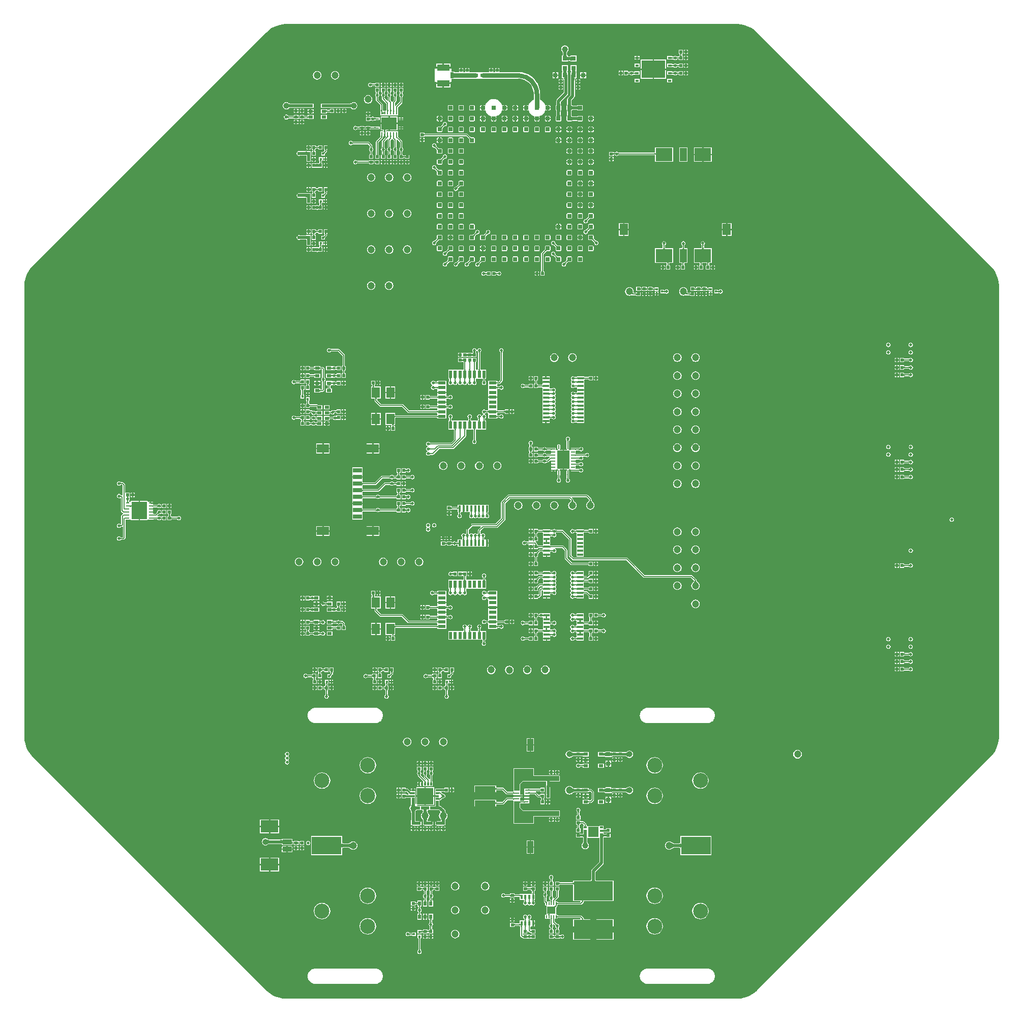
<source format=gtl>
G04*
G04 #@! TF.GenerationSoftware,Altium Limited,Altium Designer,20.0.13 (296)*
G04*
G04 Layer_Physical_Order=1*
G04 Layer_Color=255*
%FSLAX25Y25*%
%MOIN*%
G70*
G01*
G75*
%ADD11C,0.00787*%
%ADD12C,0.01181*%
%ADD18R,0.03543X0.00984*%
%ADD19R,0.05118X0.00984*%
%ADD20R,0.02362X0.00984*%
G04:AMPARAMS|DCode=21|XSize=23.62mil|YSize=9.45mil|CornerRadius=0.94mil|HoleSize=0mil|Usage=FLASHONLY|Rotation=0.000|XOffset=0mil|YOffset=0mil|HoleType=Round|Shape=RoundedRectangle|*
%AMROUNDEDRECTD21*
21,1,0.02362,0.00756,0,0,0.0*
21,1,0.02173,0.00945,0,0,0.0*
1,1,0.00189,0.01087,-0.00378*
1,1,0.00189,-0.01087,-0.00378*
1,1,0.00189,-0.01087,0.00378*
1,1,0.00189,0.01087,0.00378*
%
%ADD21ROUNDEDRECTD21*%
G04:AMPARAMS|DCode=22|XSize=23.62mil|YSize=9.45mil|CornerRadius=0.94mil|HoleSize=0mil|Usage=FLASHONLY|Rotation=90.000|XOffset=0mil|YOffset=0mil|HoleType=Round|Shape=RoundedRectangle|*
%AMROUNDEDRECTD22*
21,1,0.02362,0.00756,0,0,90.0*
21,1,0.02173,0.00945,0,0,90.0*
1,1,0.00189,0.00378,0.01087*
1,1,0.00189,0.00378,-0.01087*
1,1,0.00189,-0.00378,-0.01087*
1,1,0.00189,-0.00378,0.01087*
%
%ADD22ROUNDEDRECTD22*%
%ADD23R,0.08071X0.12008*%
%ADD24R,0.10039X0.08071*%
%ADD25R,0.00984X0.02362*%
%ADD26R,0.03937X0.01772*%
%ADD27R,0.01772X0.03937*%
%ADD28R,0.05118X0.01968*%
%ADD29R,0.01968X0.05118*%
%ADD30R,0.10236X0.11811*%
%ADD31R,0.02362X0.00984*%
%ADD32C,0.03937*%
%ADD33R,0.00984X0.01968*%
%ADD34R,0.05512X0.05118*%
%ADD35R,0.03150X0.01968*%
%ADD36R,0.01575X0.01575*%
%ADD37R,0.01575X0.01575*%
%ADD38R,0.02756X0.01968*%
%ADD39R,0.25591X0.12520*%
%ADD40R,0.02047X0.01850*%
%ADD41R,0.11024X0.11024*%
%ADD42R,0.01181X0.01968*%
%ADD43R,0.01968X0.01181*%
%ADD44R,0.01575X0.03150*%
%ADD45R,0.15748X0.11811*%
%ADD46R,0.02362X0.01575*%
%ADD47R,0.01968X0.02362*%
%ADD48R,0.13386X0.03858*%
%ADD49R,0.03150X0.03150*%
G04:AMPARAMS|DCode=50|XSize=27.56mil|YSize=27.56mil|CornerRadius=2.76mil|HoleSize=0mil|Usage=FLASHONLY|Rotation=0.000|XOffset=0mil|YOffset=0mil|HoleType=Round|Shape=RoundedRectangle|*
%AMROUNDEDRECTD50*
21,1,0.02756,0.02205,0,0,0.0*
21,1,0.02205,0.02756,0,0,0.0*
1,1,0.00551,0.01102,-0.01102*
1,1,0.00551,-0.01102,-0.01102*
1,1,0.00551,-0.01102,0.01102*
1,1,0.00551,0.01102,0.01102*
%
%ADD50ROUNDEDRECTD50*%
%ADD51R,0.11811X0.08268*%
G04:AMPARAMS|DCode=52|XSize=62.99mil|YSize=31.89mil|CornerRadius=3.19mil|HoleSize=0mil|Usage=FLASHONLY|Rotation=0.000|XOffset=0mil|YOffset=0mil|HoleType=Round|Shape=RoundedRectangle|*
%AMROUNDEDRECTD52*
21,1,0.06299,0.02551,0,0,0.0*
21,1,0.05661,0.03189,0,0,0.0*
1,1,0.00638,0.02831,-0.01276*
1,1,0.00638,-0.02831,-0.01276*
1,1,0.00638,-0.02831,0.01276*
1,1,0.00638,0.02831,0.01276*
%
%ADD52ROUNDEDRECTD52*%
%ADD53R,0.07874X0.03937*%
%ADD54R,0.02362X0.03937*%
%ADD55R,0.11024X0.08661*%
%ADD56R,0.04724X0.08661*%
%ADD57R,0.05709X0.07677*%
%ADD58R,0.05906X0.03150*%
%ADD59R,0.07874X0.05709*%
%ADD60R,0.03937X0.07874*%
%ADD61R,0.07087X0.07087*%
%ADD62R,0.01968X0.02953*%
%ADD63R,0.01968X0.01575*%
%ADD64R,0.05512X0.07087*%
%ADD65R,0.03150X0.03150*%
%ADD66R,0.01850X0.02047*%
%ADD67R,0.01968X0.03150*%
%ADD68R,0.19685X0.11811*%
%ADD123C,0.02953*%
%ADD126C,0.03032*%
%ADD127C,0.01968*%
%ADD128C,0.01772*%
%ADD129C,0.02000*%
%ADD130C,0.09843*%
%ADD131C,0.19685*%
%ADD132C,0.04724*%
%ADD133C,0.01968*%
%ADD134C,0.02362*%
G36*
X470819Y639690D02*
X472619Y639332D01*
X474375Y638799D01*
X476071Y638096D01*
X477690Y637231D01*
X479216Y636211D01*
X480635Y635047D01*
X481284Y634398D01*
X634398Y481284D01*
X634398Y481284D01*
X635047Y480635D01*
X636211Y479216D01*
X637231Y477690D01*
X638096Y476071D01*
X638799Y474376D01*
X639331Y472619D01*
X639690Y470819D01*
X639869Y468992D01*
Y468074D01*
X639869Y172799D01*
Y171881D01*
X639690Y170054D01*
X639331Y168254D01*
X638799Y166498D01*
X638096Y164802D01*
X637231Y163183D01*
X636211Y161657D01*
X635047Y160238D01*
X634398Y159589D01*
X481284Y6475D01*
X480635Y5826D01*
X479216Y4662D01*
X477690Y3642D01*
X476071Y2777D01*
X474375Y2074D01*
X472619Y1541D01*
X470819Y1183D01*
X468992Y1003D01*
X468074D01*
X172799Y1003D01*
X171881D01*
X170054Y1183D01*
X168254Y1541D01*
X166498Y2074D01*
X164802Y2777D01*
X163183Y3642D01*
X161657Y4662D01*
X160238Y5826D01*
X159589Y6475D01*
X6475Y159589D01*
X6475Y159589D01*
X5826Y160238D01*
X4662Y161657D01*
X3642Y163183D01*
X2777Y164802D01*
X2074Y166498D01*
X1541Y168254D01*
X1183Y170054D01*
X1003Y171881D01*
Y172799D01*
X1003Y468074D01*
Y468992D01*
X1183Y470819D01*
X1541Y472619D01*
X2074Y474375D01*
X2777Y476071D01*
X3642Y477690D01*
X4662Y479216D01*
X5826Y480635D01*
X6475Y481284D01*
X159589Y634398D01*
X159589Y634398D01*
X160238Y635047D01*
X161657Y636211D01*
X163183Y637231D01*
X164802Y638096D01*
X166497Y638799D01*
X168254Y639331D01*
X170054Y639690D01*
X171881Y639869D01*
X172799D01*
X468074Y639870D01*
X468992D01*
X470819Y639690D01*
D02*
G37*
%LPC*%
G36*
X436083Y623091D02*
X435157D01*
Y622067D01*
X436083D01*
Y623091D01*
D02*
G37*
G36*
X434370D02*
X433445D01*
Y622067D01*
X434370D01*
Y623091D01*
D02*
G37*
G36*
X436083Y621279D02*
X435157D01*
Y620256D01*
X436083D01*
Y621279D01*
D02*
G37*
G36*
X434370D02*
X433445D01*
Y620256D01*
X434370D01*
Y621279D01*
D02*
G37*
G36*
X355374Y625909D02*
X354452Y625725D01*
X353671Y625203D01*
X353149Y624422D01*
X352965Y623500D01*
X353149Y622578D01*
X353671Y621797D01*
X353717Y621766D01*
X353729Y621752D01*
X353764Y621700D01*
X353800Y621631D01*
X353835Y621542D01*
X353867Y621435D01*
X353894Y621308D01*
X353916Y621168D01*
X353944Y620816D01*
X353945Y620762D01*
X353926Y620143D01*
X353900Y619868D01*
X353871Y619677D01*
X353632Y619242D01*
X353632D01*
Y619242D01*
X353405D01*
X353385Y618836D01*
X353399Y618802D01*
X353392Y618758D01*
X353405Y618738D01*
Y615305D01*
X356838D01*
X356858Y615292D01*
X356902Y615299D01*
X356937Y615285D01*
X357342Y615305D01*
Y615532D01*
X357342D01*
Y615532D01*
X357777Y615771D01*
X357963Y615799D01*
X358313Y615824D01*
X358567Y615800D01*
X358758Y615771D01*
X359193Y615532D01*
Y615532D01*
X359193D01*
Y615305D01*
X359599Y615285D01*
X359633Y615299D01*
X359677Y615292D01*
X359697Y615305D01*
X363130D01*
Y619242D01*
X359697D01*
X359677Y619255D01*
X359633Y619248D01*
X359599Y619263D01*
X359193Y619242D01*
Y619015D01*
X359193D01*
Y619015D01*
X358758Y618776D01*
X358572Y618748D01*
X358222Y618724D01*
X357968Y618747D01*
X357736Y618783D01*
X357554Y618825D01*
X357425Y618869D01*
X357357Y618904D01*
X357355Y618915D01*
X357342Y618935D01*
Y619242D01*
X357035D01*
X357015Y619255D01*
X357004Y619257D01*
X356969Y619325D01*
X356925Y619454D01*
X356883Y619636D01*
X356848Y619863D01*
X356805Y620475D01*
X356802Y620680D01*
X356814Y621004D01*
X356831Y621163D01*
X356853Y621308D01*
X356881Y621434D01*
X356913Y621542D01*
X356948Y621631D01*
X356984Y621700D01*
X357018Y621752D01*
X357031Y621766D01*
X357077Y621797D01*
X357599Y622578D01*
X357783Y623500D01*
X357599Y624422D01*
X357077Y625203D01*
X356296Y625725D01*
X355374Y625909D01*
D02*
G37*
G36*
X432697Y623091D02*
X430059D01*
Y620256D01*
X430514D01*
X430516Y620251D01*
X430532Y620193D01*
X430545Y620109D01*
X430555Y620002D01*
X430558Y619863D01*
X430575Y619825D01*
Y619584D01*
X430558Y619546D01*
X430555Y619407D01*
X430545Y619300D01*
X430532Y619217D01*
X430516Y619158D01*
X430514Y619153D01*
X430059D01*
Y618603D01*
X430045Y618598D01*
X429988Y618582D01*
X429907Y618569D01*
X429803Y618560D01*
X429666Y618556D01*
X429628Y618539D01*
X429240D01*
X429202Y618556D01*
X429118Y618558D01*
X429053Y618565D01*
X428993Y618574D01*
X428940Y618587D01*
X428892Y618603D01*
X428848Y618622D01*
X428808Y618643D01*
X428771Y618666D01*
X428737Y618693D01*
X428691Y618737D01*
X428667Y618746D01*
X428234Y619034D01*
X427697Y619141D01*
X427159Y619034D01*
X426727Y618746D01*
X426703Y618737D01*
X426657Y618693D01*
X426622Y618666D01*
X426585Y618643D01*
X426546Y618622D01*
X426502Y618603D01*
X426454Y618587D01*
X426401Y618574D01*
X426341Y618565D01*
X426276Y618558D01*
X426191Y618556D01*
X426154Y618539D01*
X426038D01*
X425591Y618690D01*
Y618917D01*
X425185Y618938D01*
X425175Y618934D01*
X425139Y618935D01*
X425106Y618917D01*
X422441D01*
Y616555D01*
X425091D01*
X425106Y616555D01*
X425139Y616537D01*
X425175Y616539D01*
X425185Y616535D01*
X425591Y616555D01*
Y616766D01*
X425953Y616905D01*
X426038Y616933D01*
X426154D01*
X426191Y616917D01*
X426276Y616914D01*
X426341Y616908D01*
X426401Y616898D01*
X426454Y616885D01*
X426502Y616869D01*
X426546Y616851D01*
X426586Y616830D01*
X426622Y616806D01*
X426657Y616779D01*
X426703Y616736D01*
X426727Y616727D01*
X427159Y616438D01*
X427697Y616331D01*
X428234Y616438D01*
X428666Y616727D01*
X428691Y616736D01*
X428737Y616779D01*
X428771Y616806D01*
X428808Y616830D01*
X428848Y616851D01*
X428891Y616869D01*
X428940Y616885D01*
X428993Y616898D01*
X429052Y616908D01*
X429118Y616914D01*
X429202Y616917D01*
X429240Y616933D01*
X429628D01*
X429666Y616917D01*
X429803Y616913D01*
X429907Y616904D01*
X429988Y616890D01*
X430045Y616875D01*
X430059Y616869D01*
Y616319D01*
X432697D01*
Y619153D01*
X432242D01*
X432240Y619158D01*
X432224Y619217D01*
X432210Y619300D01*
X432201Y619407D01*
X432198Y619546D01*
X432181Y619584D01*
Y619825D01*
X432198Y619863D01*
X432201Y620002D01*
X432210Y620109D01*
X432224Y620193D01*
X432240Y620251D01*
X432242Y620256D01*
X432697D01*
Y623091D01*
D02*
G37*
G36*
X404331Y618917D02*
X403150D01*
Y618130D01*
X404331D01*
Y618917D01*
D02*
G37*
G36*
X402362D02*
X401181D01*
Y618130D01*
X402362D01*
Y618917D01*
D02*
G37*
G36*
X436083Y619153D02*
X435157D01*
Y618130D01*
X436083D01*
Y619153D01*
D02*
G37*
G36*
X434370D02*
X433445D01*
Y618130D01*
X434370D01*
Y619153D01*
D02*
G37*
G36*
X404331Y617343D02*
X403150D01*
Y616555D01*
X404331D01*
Y617343D01*
D02*
G37*
G36*
X402362D02*
X401181D01*
Y616555D01*
X402362D01*
Y617343D01*
D02*
G37*
G36*
X436083Y617343D02*
X435157D01*
Y616319D01*
X436083D01*
Y617343D01*
D02*
G37*
G36*
X434370D02*
X433445D01*
Y616319D01*
X434370D01*
Y617343D01*
D02*
G37*
G36*
X432697Y614153D02*
X430059D01*
Y613603D01*
X430045Y613597D01*
X429988Y613582D01*
X429907Y613569D01*
X429803Y613559D01*
X429666Y613556D01*
X429628Y613539D01*
X429240D01*
X429202Y613556D01*
X429118Y613558D01*
X429053Y613565D01*
X428993Y613574D01*
X428940Y613587D01*
X428892Y613603D01*
X428848Y613622D01*
X428808Y613643D01*
X428771Y613666D01*
X428737Y613693D01*
X428691Y613736D01*
X428667Y613746D01*
X428234Y614034D01*
X427697Y614141D01*
X427159Y614034D01*
X426727Y613746D01*
X426703Y613736D01*
X426657Y613693D01*
X426622Y613666D01*
X426585Y613643D01*
X426546Y613622D01*
X426502Y613603D01*
X426454Y613587D01*
X426401Y613574D01*
X426341Y613565D01*
X426276Y613558D01*
X426191Y613556D01*
X426154Y613539D01*
X426038D01*
X425591Y613690D01*
Y613917D01*
X425185Y613938D01*
X425175Y613934D01*
X425139Y613935D01*
X425106Y613917D01*
X422441D01*
Y611555D01*
X425091D01*
X425106Y611555D01*
X425139Y611537D01*
X425175Y611539D01*
X425185Y611535D01*
X425591Y611555D01*
Y611766D01*
X425953Y611905D01*
X426038Y611933D01*
X426154D01*
X426191Y611917D01*
X426276Y611914D01*
X426341Y611908D01*
X426401Y611898D01*
X426454Y611885D01*
X426502Y611869D01*
X426546Y611851D01*
X426586Y611830D01*
X426622Y611806D01*
X426657Y611779D01*
X426703Y611736D01*
X426727Y611727D01*
X427159Y611438D01*
X427697Y611331D01*
X428234Y611438D01*
X428666Y611727D01*
X428691Y611736D01*
X428737Y611779D01*
X428771Y611806D01*
X428808Y611830D01*
X428848Y611851D01*
X428891Y611869D01*
X428940Y611885D01*
X428993Y611898D01*
X429052Y611908D01*
X429118Y611914D01*
X429202Y611917D01*
X429240Y611933D01*
X429628D01*
X429666Y611916D01*
X429803Y611913D01*
X429907Y611904D01*
X429988Y611890D01*
X430045Y611875D01*
X430059Y611869D01*
Y611319D01*
X432697D01*
Y614153D01*
D02*
G37*
G36*
X436083D02*
X435157D01*
Y613130D01*
X436083D01*
Y614153D01*
D02*
G37*
G36*
X434370D02*
X433445D01*
Y613130D01*
X434370D01*
Y614153D01*
D02*
G37*
G36*
X280315Y614173D02*
X276181D01*
Y612008D01*
X280315D01*
Y614173D01*
D02*
G37*
G36*
X275000D02*
X270866D01*
Y612008D01*
X275000D01*
Y614173D01*
D02*
G37*
G36*
X404331Y613917D02*
X401181D01*
Y611555D01*
X404331D01*
Y613917D01*
D02*
G37*
G36*
X436083Y612343D02*
X435157D01*
Y611319D01*
X436083D01*
Y612343D01*
D02*
G37*
G36*
X434370D02*
X433445D01*
Y611319D01*
X434370D01*
Y612343D01*
D02*
G37*
G36*
X421654Y616535D02*
X413780D01*
Y610630D01*
X421654D01*
Y616535D01*
D02*
G37*
G36*
X412992D02*
X405118D01*
Y610630D01*
X412992D01*
Y616535D01*
D02*
G37*
G36*
X312441Y611004D02*
X311417D01*
Y610079D01*
X312441D01*
Y611004D01*
D02*
G37*
G36*
X310630D02*
X309606D01*
Y610079D01*
X310630D01*
Y611004D01*
D02*
G37*
G36*
X308504D02*
X307480D01*
Y610079D01*
X308504D01*
Y611004D01*
D02*
G37*
G36*
X306693D02*
X305669D01*
Y610079D01*
X306693D01*
Y611004D01*
D02*
G37*
G36*
X292756D02*
X291732D01*
Y610079D01*
X292756D01*
Y611004D01*
D02*
G37*
G36*
X290945D02*
X289921D01*
Y610079D01*
X290945D01*
Y611004D01*
D02*
G37*
G36*
X288819D02*
X287795D01*
Y610079D01*
X288819D01*
Y611004D01*
D02*
G37*
G36*
X287008D02*
X285984D01*
Y610079D01*
X287008D01*
Y611004D01*
D02*
G37*
G36*
X363130Y613041D02*
X359193D01*
Y609609D01*
X359180Y609588D01*
X359187Y609544D01*
X359172Y609510D01*
X359193Y609104D01*
X359388D01*
X359614Y608686D01*
X359388Y608268D01*
X359193D01*
X359172Y607862D01*
X359187Y607828D01*
X359180Y607784D01*
X359193Y607763D01*
Y606812D01*
X359091Y606299D01*
Y602864D01*
X359086Y602755D01*
X359089Y602746D01*
X359086Y602736D01*
X359091Y602724D01*
Y598425D01*
Y593431D01*
X357263Y591603D01*
X356955Y591142D01*
X356847Y590598D01*
Y588432D01*
X356842Y588420D01*
X356828Y587817D01*
X356812Y587565D01*
X356758Y587113D01*
X356725Y586934D01*
X356686Y586778D01*
X356644Y586650D01*
X356602Y586552D01*
X356547Y586457D01*
X356542Y586413D01*
X356535Y586403D01*
X356515Y586303D01*
X356491Y586244D01*
X356499Y586224D01*
X356483Y586142D01*
Y583937D01*
X356499Y583854D01*
X356491Y583834D01*
X356515Y583776D01*
X356535Y583676D01*
X356542Y583665D01*
X356547Y583622D01*
X356602Y583527D01*
X356644Y583429D01*
X356684Y583307D01*
X356760Y582956D01*
X356787Y582760D01*
X356838Y581969D01*
X356842Y581664D01*
X356847Y581651D01*
Y581345D01*
X356842Y581334D01*
X356828Y580730D01*
X356812Y580478D01*
X356758Y580026D01*
X356725Y579847D01*
X356686Y579691D01*
X356644Y579563D01*
X356602Y579465D01*
X356547Y579370D01*
X356542Y579327D01*
X356535Y579316D01*
X356515Y579216D01*
X356491Y579158D01*
X356499Y579138D01*
X356483Y579055D01*
Y576850D01*
X356535Y576589D01*
X356683Y576368D01*
X356904Y576220D01*
X357165Y576168D01*
X359370D01*
X359453Y576184D01*
X359473Y576176D01*
X359531Y576200D01*
X359631Y576220D01*
X359642Y576227D01*
X359685Y576232D01*
X359780Y576287D01*
X359878Y576329D01*
X360000Y576369D01*
X360351Y576445D01*
X360547Y576472D01*
X361338Y576523D01*
X361644Y576527D01*
X361655Y576532D01*
X361962D01*
X361973Y576527D01*
X362577Y576513D01*
X362829Y576497D01*
X363281Y576443D01*
X363460Y576410D01*
X363616Y576371D01*
X363744Y576329D01*
X363842Y576287D01*
X363937Y576232D01*
X363980Y576227D01*
X363991Y576220D01*
X364091Y576200D01*
X364149Y576176D01*
X364169Y576184D01*
X364252Y576168D01*
X366457D01*
X366718Y576220D01*
X366939Y576368D01*
X367087Y576589D01*
X367139Y576850D01*
Y579055D01*
X367087Y579316D01*
X366939Y579538D01*
X366718Y579685D01*
X366457Y579738D01*
X364252D01*
X364169Y579721D01*
X364149Y579730D01*
X364091Y579705D01*
X363991Y579685D01*
X363980Y579679D01*
X363937Y579673D01*
X363842Y579619D01*
X363744Y579576D01*
X363622Y579536D01*
X363271Y579460D01*
X363074Y579433D01*
X362284Y579382D01*
X361979Y579379D01*
X361966Y579374D01*
X361660D01*
X361649Y579379D01*
X361046Y579393D01*
X360793Y579409D01*
X360341Y579462D01*
X360162Y579495D01*
X360006Y579534D01*
X359888Y579573D01*
X359851Y579685D01*
X359775Y580036D01*
X359748Y580232D01*
X359697Y581023D01*
X359694Y581328D01*
X359689Y581341D01*
Y581647D01*
X359694Y581658D01*
X359707Y582262D01*
X359724Y582514D01*
X359777Y582966D01*
X359810Y583145D01*
X359849Y583301D01*
X359888Y583419D01*
X360000Y583456D01*
X360351Y583532D01*
X360547Y583559D01*
X361338Y583610D01*
X361644Y583613D01*
X361655Y583618D01*
X361962D01*
X361973Y583613D01*
X362577Y583599D01*
X362829Y583583D01*
X363281Y583530D01*
X363460Y583497D01*
X363616Y583458D01*
X363744Y583416D01*
X363842Y583373D01*
X363937Y583319D01*
X363980Y583314D01*
X363991Y583307D01*
X364091Y583287D01*
X364149Y583262D01*
X364169Y583271D01*
X364252Y583255D01*
X366457D01*
X366718Y583307D01*
X366939Y583454D01*
X367087Y583676D01*
X367139Y583937D01*
Y586142D01*
X367087Y586403D01*
X366939Y586624D01*
X366718Y586772D01*
X366457Y586824D01*
X364252D01*
X364169Y586808D01*
X364149Y586816D01*
X364091Y586792D01*
X363991Y586772D01*
X363980Y586765D01*
X363937Y586760D01*
X363842Y586705D01*
X363744Y586663D01*
X363622Y586623D01*
X363271Y586547D01*
X363074Y586520D01*
X362284Y586469D01*
X361979Y586465D01*
X361966Y586460D01*
X361660D01*
X361649Y586465D01*
X361046Y586479D01*
X360793Y586495D01*
X360341Y586549D01*
X360162Y586582D01*
X360006Y586621D01*
X359888Y586660D01*
X359851Y586771D01*
X359775Y587123D01*
X359748Y587319D01*
X359697Y588109D01*
X359694Y588415D01*
X359689Y588427D01*
Y590010D01*
X361517Y591838D01*
X361825Y592299D01*
X361933Y592842D01*
Y598425D01*
Y602714D01*
X361938Y602725D01*
X361947Y603094D01*
X361975Y603406D01*
X362019Y603671D01*
X362077Y603886D01*
X362144Y604051D01*
X362214Y604167D01*
X362281Y604240D01*
X362346Y604283D01*
X362418Y604310D01*
X362558Y604325D01*
X362569Y604331D01*
X363130D01*
Y607763D01*
X363143Y607784D01*
X363136Y607828D01*
X363150Y607862D01*
X363130Y608268D01*
X362935D01*
X362709Y608686D01*
X362935Y609104D01*
X363130D01*
X363150Y609510D01*
X363136Y609544D01*
X363143Y609588D01*
X363130Y609609D01*
Y613041D01*
D02*
G37*
G36*
X357342D02*
X353405D01*
Y609609D01*
X353392Y609588D01*
X353399Y609544D01*
X353385Y609510D01*
X353405Y609104D01*
X353600D01*
X353826Y608686D01*
X353600Y608268D01*
X353405D01*
X353385Y607862D01*
X353399Y607828D01*
X353392Y607784D01*
X353405Y607763D01*
Y604331D01*
X353966D01*
X353977Y604325D01*
X354117Y604310D01*
X354190Y604283D01*
X354254Y604240D01*
X354321Y604167D01*
X354392Y604051D01*
X354459Y603886D01*
X354517Y603671D01*
X354560Y603406D01*
X354588Y603094D01*
X354598Y602725D01*
X354603Y602714D01*
Y598425D01*
Y594957D01*
X350176Y590530D01*
X349868Y590069D01*
X349760Y589526D01*
Y588432D01*
X349755Y588420D01*
X349741Y587817D01*
X349725Y587565D01*
X349672Y587113D01*
X349638Y586934D01*
X349599Y586778D01*
X349558Y586650D01*
X349515Y586552D01*
X349461Y586457D01*
X349455Y586413D01*
X349448Y586403D01*
X349428Y586303D01*
X349404Y586244D01*
X349413Y586224D01*
X349396Y586142D01*
Y583937D01*
X349413Y583854D01*
X349404Y583834D01*
X349428Y583776D01*
X349448Y583676D01*
X349455Y583665D01*
X349461Y583622D01*
X349515Y583527D01*
X349558Y583429D01*
X349597Y583307D01*
X349674Y582956D01*
X349701Y582760D01*
X349752Y581969D01*
X349755Y581664D01*
X349760Y581651D01*
Y581345D01*
X349755Y581334D01*
X349741Y580730D01*
X349725Y580478D01*
X349672Y580026D01*
X349638Y579847D01*
X349599Y579691D01*
X349558Y579563D01*
X349515Y579465D01*
X349461Y579370D01*
X349455Y579327D01*
X349448Y579316D01*
X349428Y579216D01*
X349404Y579158D01*
X349413Y579138D01*
X349396Y579055D01*
Y576850D01*
X349448Y576589D01*
X349596Y576368D01*
X349818Y576220D01*
X350079Y576168D01*
X352283D01*
X352545Y576220D01*
X352766Y576368D01*
X352914Y576589D01*
X352966Y576850D01*
Y579055D01*
X352949Y579138D01*
X352958Y579158D01*
X352934Y579216D01*
X352914Y579316D01*
X352907Y579327D01*
X352901Y579370D01*
X352847Y579465D01*
X352804Y579563D01*
X352765Y579685D01*
X352689Y580036D01*
X352661Y580232D01*
X352611Y581023D01*
X352607Y581328D01*
X352602Y581341D01*
Y581647D01*
X352607Y581658D01*
X352621Y582262D01*
X352637Y582514D01*
X352690Y582966D01*
X352724Y583145D01*
X352763Y583301D01*
X352804Y583429D01*
X352847Y583527D01*
X352901Y583622D01*
X352907Y583665D01*
X352914Y583676D01*
X352934Y583776D01*
X352958Y583834D01*
X352949Y583854D01*
X352966Y583937D01*
Y586142D01*
X352949Y586224D01*
X352958Y586244D01*
X352934Y586303D01*
X352914Y586403D01*
X352907Y586413D01*
X352901Y586457D01*
X352847Y586552D01*
X352804Y586650D01*
X352765Y586771D01*
X352689Y587123D01*
X352661Y587319D01*
X352611Y588109D01*
X352607Y588415D01*
X352602Y588427D01*
Y588937D01*
X357028Y593363D01*
X357336Y593824D01*
X357445Y594368D01*
Y598425D01*
Y602724D01*
X357450Y602736D01*
X357449Y602739D01*
X357450Y602743D01*
X357445Y603095D01*
Y606299D01*
X357343Y606812D01*
Y607763D01*
X357356Y607784D01*
X357349Y607828D01*
X357363Y607862D01*
X357343Y608268D01*
X357148D01*
X356921Y608686D01*
X357147Y609104D01*
X357342D01*
X357363Y609510D01*
X357348Y609544D01*
X357355Y609588D01*
X357342Y609609D01*
Y613041D01*
D02*
G37*
G36*
X432697Y609154D02*
X430059D01*
Y608603D01*
X430045Y608598D01*
X429988Y608582D01*
X429907Y608569D01*
X429803Y608560D01*
X429666Y608556D01*
X429628Y608539D01*
X429240D01*
X429202Y608556D01*
X429118Y608558D01*
X429053Y608565D01*
X428993Y608574D01*
X428940Y608587D01*
X428892Y608603D01*
X428848Y608622D01*
X428808Y608643D01*
X428771Y608666D01*
X428737Y608693D01*
X428691Y608737D01*
X428667Y608746D01*
X428234Y609034D01*
X427697Y609141D01*
X427159Y609034D01*
X426727Y608746D01*
X426703Y608737D01*
X426657Y608693D01*
X426622Y608666D01*
X426585Y608643D01*
X426546Y608622D01*
X426502Y608603D01*
X426454Y608587D01*
X426401Y608574D01*
X426341Y608565D01*
X426276Y608558D01*
X426191Y608556D01*
X426154Y608539D01*
X426038D01*
X425591Y608690D01*
Y608917D01*
X425185Y608938D01*
X425175Y608934D01*
X425139Y608935D01*
X425106Y608917D01*
X422441D01*
Y606555D01*
X425091D01*
X425106Y606555D01*
X425139Y606537D01*
X425175Y606539D01*
X425185Y606535D01*
X425591Y606555D01*
Y606766D01*
X425953Y606905D01*
X426038Y606933D01*
X426154D01*
X426191Y606917D01*
X426276Y606914D01*
X426341Y606908D01*
X426401Y606898D01*
X426454Y606885D01*
X426502Y606869D01*
X426546Y606851D01*
X426586Y606830D01*
X426622Y606806D01*
X426657Y606779D01*
X426703Y606736D01*
X426727Y606727D01*
X427159Y606438D01*
X427697Y606331D01*
X428234Y606438D01*
X428666Y606727D01*
X428691Y606736D01*
X428737Y606779D01*
X428771Y606806D01*
X428808Y606830D01*
X428848Y606851D01*
X428891Y606869D01*
X428940Y606885D01*
X428993Y606898D01*
X429052Y606908D01*
X429118Y606914D01*
X429202Y606917D01*
X429240Y606933D01*
X429628D01*
X429666Y606917D01*
X429803Y606913D01*
X429907Y606904D01*
X429988Y606890D01*
X430045Y606875D01*
X430059Y606869D01*
Y606319D01*
X432697D01*
Y609154D01*
D02*
G37*
G36*
X393327Y609217D02*
X392402D01*
Y608194D01*
X393327D01*
Y609217D01*
D02*
G37*
G36*
X391614D02*
X390689D01*
Y608194D01*
X391614D01*
Y609217D01*
D02*
G37*
G36*
X436083Y609154D02*
X435157D01*
Y608130D01*
X436083D01*
Y609154D01*
D02*
G37*
G36*
X434370D02*
X433445D01*
Y608130D01*
X434370D01*
Y609154D01*
D02*
G37*
G36*
X351142Y608268D02*
X349567D01*
Y606693D01*
X351142D01*
Y608268D01*
D02*
G37*
G36*
X348780D02*
X347205D01*
Y606693D01*
X348780D01*
Y608268D01*
D02*
G37*
G36*
X369331D02*
X367756D01*
Y606693D01*
X369331D01*
Y608268D01*
D02*
G37*
G36*
X366968D02*
X365394D01*
Y606693D01*
X366968D01*
Y608268D01*
D02*
G37*
G36*
X396713Y609217D02*
X394075D01*
Y606383D01*
X396713D01*
Y606901D01*
X396727Y606907D01*
X396783Y606922D01*
X396865Y606936D01*
X396969Y606945D01*
X397106Y606948D01*
X397143Y606965D01*
X397532D01*
X397569Y606949D01*
X397654Y606946D01*
X397719Y606940D01*
X397779Y606930D01*
X397832Y606917D01*
X397880Y606901D01*
X397924Y606883D01*
X397964Y606862D01*
X398000Y606838D01*
X398035Y606811D01*
X398081Y606768D01*
X398105Y606759D01*
X398537Y606470D01*
X399075Y606363D01*
X399612Y606470D01*
X400044Y606759D01*
X400069Y606768D01*
X400115Y606811D01*
X400149Y606838D01*
X400186Y606862D01*
X400226Y606883D01*
X400269Y606901D01*
X400318Y606917D01*
X400371Y606930D01*
X400430Y606940D01*
X400496Y606946D01*
X400580Y606949D01*
X400618Y606965D01*
X400708D01*
X401181Y606798D01*
Y606555D01*
X401587Y606555D01*
X401588Y606555D01*
X401681Y606555D01*
X404331D01*
Y608917D01*
X401681D01*
X401668Y608917D01*
X401637Y608935D01*
X401598Y608933D01*
X401587Y608938D01*
X401181Y608917D01*
Y608740D01*
X400733Y608572D01*
X400730Y608571D01*
X400618D01*
X400580Y608588D01*
X400496Y608590D01*
X400430Y608597D01*
X400371Y608606D01*
X400318Y608619D01*
X400269Y608635D01*
X400226Y608653D01*
X400186Y608674D01*
X400149Y608698D01*
X400115Y608725D01*
X400069Y608768D01*
X400044Y608777D01*
X399612Y609066D01*
X399075Y609173D01*
X398537Y609066D01*
X398105Y608777D01*
X398081Y608768D01*
X398035Y608725D01*
X398000Y608698D01*
X397964Y608674D01*
X397924Y608653D01*
X397880Y608635D01*
X397832Y608619D01*
X397778Y608606D01*
X397719Y608597D01*
X397654Y608590D01*
X397569Y608588D01*
X397532Y608571D01*
X397143D01*
X397106Y608588D01*
X396969Y608591D01*
X396865Y608601D01*
X396783Y608614D01*
X396727Y608629D01*
X396713Y608635D01*
Y609217D01*
D02*
G37*
G36*
X393327Y607406D02*
X392402D01*
Y606383D01*
X393327D01*
Y607406D01*
D02*
G37*
G36*
X391614D02*
X390689D01*
Y606383D01*
X391614D01*
Y607406D01*
D02*
G37*
G36*
X436083Y607342D02*
X435157D01*
Y606319D01*
X436083D01*
Y607342D01*
D02*
G37*
G36*
X434370D02*
X433445D01*
Y606319D01*
X434370D01*
Y607342D01*
D02*
G37*
G36*
X369331Y605906D02*
X367756D01*
Y604331D01*
X369331D01*
Y605906D01*
D02*
G37*
G36*
X366968D02*
X365394D01*
Y604331D01*
X366968D01*
Y605906D01*
D02*
G37*
G36*
X351142Y605906D02*
X349567D01*
Y604331D01*
X351142D01*
Y605906D01*
D02*
G37*
G36*
X348780D02*
X347205D01*
Y604331D01*
X348780D01*
Y605906D01*
D02*
G37*
G36*
X421654Y609842D02*
X413780D01*
Y603937D01*
X421654D01*
Y609842D01*
D02*
G37*
G36*
X412992D02*
X405118D01*
Y603937D01*
X412992D01*
Y609842D01*
D02*
G37*
G36*
X204724Y609079D02*
X204005Y608984D01*
X203335Y608707D01*
X202759Y608265D01*
X202317Y607689D01*
X202040Y607019D01*
X201945Y606299D01*
X202040Y605580D01*
X202317Y604909D01*
X202759Y604334D01*
X203335Y603892D01*
X204005Y603614D01*
X204724Y603519D01*
X205444Y603614D01*
X206114Y603892D01*
X206690Y604334D01*
X207132Y604909D01*
X207409Y605580D01*
X207504Y606299D01*
X207409Y607019D01*
X207132Y607689D01*
X206690Y608265D01*
X206114Y608707D01*
X205444Y608984D01*
X204724Y609079D01*
D02*
G37*
G36*
X192913D02*
X192194Y608984D01*
X191524Y608707D01*
X190948Y608265D01*
X190506Y607689D01*
X190228Y607019D01*
X190134Y606299D01*
X190228Y605580D01*
X190506Y604909D01*
X190948Y604334D01*
X191524Y603892D01*
X192194Y603614D01*
X192913Y603519D01*
X193633Y603614D01*
X194303Y603892D01*
X194879Y604334D01*
X195321Y604909D01*
X195598Y605580D01*
X195693Y606299D01*
X195598Y607019D01*
X195321Y607689D01*
X194879Y608265D01*
X194303Y608707D01*
X193633Y608984D01*
X192913Y609079D01*
D02*
G37*
G36*
X353957Y603780D02*
X353031D01*
Y602756D01*
X353957D01*
Y603780D01*
D02*
G37*
G36*
X352244D02*
X351319D01*
Y602756D01*
X352244D01*
Y603780D01*
D02*
G37*
G36*
X365216D02*
X364291D01*
Y602756D01*
X365216D01*
Y603780D01*
D02*
G37*
G36*
X363504D02*
X362579D01*
Y602756D01*
X363504D01*
Y603780D01*
D02*
G37*
G36*
X425591Y603917D02*
X422441D01*
Y601555D01*
X425591D01*
Y603917D01*
D02*
G37*
G36*
X404331D02*
X401181D01*
Y601555D01*
X404331D01*
Y603917D01*
D02*
G37*
G36*
X365216Y601968D02*
X364291D01*
Y600945D01*
X365216D01*
Y601968D01*
D02*
G37*
G36*
X363504D02*
X362579D01*
Y600945D01*
X363504D01*
Y601968D01*
D02*
G37*
G36*
X353957Y601969D02*
X353031D01*
Y600945D01*
X353957D01*
Y601969D01*
D02*
G37*
G36*
X352244D02*
X351319D01*
Y600945D01*
X352244D01*
Y601969D01*
D02*
G37*
G36*
X249449Y601437D02*
X248425D01*
Y600512D01*
X249449D01*
Y601437D01*
D02*
G37*
G36*
X247638D02*
X246614D01*
Y600512D01*
X247638D01*
Y601437D01*
D02*
G37*
G36*
X245512D02*
X244488D01*
Y600512D01*
X245512D01*
Y601437D01*
D02*
G37*
G36*
X243701D02*
X242677D01*
Y600512D01*
X243701D01*
Y601437D01*
D02*
G37*
G36*
X241575D02*
X240551D01*
Y600512D01*
X241575D01*
Y601437D01*
D02*
G37*
G36*
X239764D02*
X238740D01*
Y600512D01*
X239764D01*
Y601437D01*
D02*
G37*
G36*
X237638D02*
X236614D01*
Y600512D01*
X237638D01*
Y601437D01*
D02*
G37*
G36*
X235827D02*
X234803D01*
Y600512D01*
X235827D01*
Y601437D01*
D02*
G37*
G36*
X353957Y599843D02*
X353031D01*
Y598819D01*
X353957D01*
Y599843D01*
D02*
G37*
G36*
X352244D02*
X351319D01*
Y598819D01*
X352244D01*
Y599843D01*
D02*
G37*
G36*
X365216D02*
X364291D01*
Y598819D01*
X365216D01*
Y599843D01*
D02*
G37*
G36*
X363504D02*
X362579D01*
Y598819D01*
X363504D01*
Y599843D01*
D02*
G37*
G36*
X249449Y599724D02*
X248425D01*
Y598799D01*
X249449D01*
Y599724D01*
D02*
G37*
G36*
X247638D02*
X246614D01*
Y598799D01*
X247638D01*
Y599724D01*
D02*
G37*
G36*
X245512D02*
X244488D01*
Y598799D01*
X245512D01*
Y599724D01*
D02*
G37*
G36*
X243701D02*
X242677D01*
Y598799D01*
X243701D01*
Y599724D01*
D02*
G37*
G36*
X241575D02*
X240551D01*
Y598799D01*
X241575D01*
Y599724D01*
D02*
G37*
G36*
X239764D02*
X238740D01*
Y598799D01*
X239764D01*
Y599724D01*
D02*
G37*
G36*
X237638D02*
X236614D01*
Y598799D01*
X237638D01*
Y599724D01*
D02*
G37*
G36*
X235827D02*
X234803D01*
Y598799D01*
X235827D01*
Y599724D01*
D02*
G37*
G36*
X227793Y601523D02*
X227255Y601416D01*
X226800Y601112D01*
X226495Y600656D01*
X226388Y600118D01*
X226495Y599580D01*
X226800Y599125D01*
X227255Y598820D01*
X227793Y598713D01*
X228331Y598820D01*
X228763Y599109D01*
X228787Y599118D01*
X228833Y599161D01*
X228868Y599188D01*
X228904Y599212D01*
X228944Y599233D01*
X228988Y599251D01*
X229036Y599267D01*
X229089Y599280D01*
X229149Y599290D01*
X229214Y599296D01*
X229298Y599298D01*
X229336Y599315D01*
X230435D01*
X230473Y599298D01*
X230612Y599295D01*
X230719Y599286D01*
X230803Y599272D01*
X230861Y599256D01*
X230866Y599254D01*
Y598799D01*
X233701D01*
Y601437D01*
X230866D01*
Y600982D01*
X230861Y600980D01*
X230803Y600964D01*
X230719Y600951D01*
X230612Y600941D01*
X230473Y600938D01*
X230435Y600921D01*
X229336D01*
X229298Y600938D01*
X229214Y600940D01*
X229149Y600947D01*
X229089Y600956D01*
X229036Y600969D01*
X228988Y600985D01*
X228944Y601004D01*
X228904Y601024D01*
X228868Y601048D01*
X228833Y601075D01*
X228787Y601118D01*
X228763Y601127D01*
X228331Y601416D01*
X227793Y601523D01*
D02*
G37*
G36*
X280315Y600591D02*
X276181D01*
Y598425D01*
X280315D01*
Y600591D01*
D02*
G37*
G36*
X275000D02*
X270866D01*
Y598425D01*
X275000D01*
Y600591D01*
D02*
G37*
G36*
X365216Y598031D02*
X364291D01*
Y597008D01*
X365216D01*
Y598031D01*
D02*
G37*
G36*
X363504D02*
X362579D01*
Y597008D01*
X363504D01*
Y598031D01*
D02*
G37*
G36*
X353957Y598032D02*
X353031D01*
Y597008D01*
X353957D01*
Y598032D01*
D02*
G37*
G36*
X352244D02*
X351319D01*
Y597008D01*
X352244D01*
Y598032D01*
D02*
G37*
G36*
X226378Y593331D02*
X225658Y593236D01*
X224988Y592958D01*
X224412Y592517D01*
X223971Y591941D01*
X223693Y591271D01*
X223598Y590551D01*
X223693Y589832D01*
X223971Y589161D01*
X224412Y588586D01*
X224988Y588144D01*
X225658Y587866D01*
X226378Y587772D01*
X227097Y587866D01*
X227768Y588144D01*
X228344Y588586D01*
X228785Y589161D01*
X229063Y589832D01*
X229158Y590551D01*
X229063Y591271D01*
X228785Y591941D01*
X228344Y592517D01*
X227768Y592958D01*
X227097Y593236D01*
X226378Y593331D01*
D02*
G37*
G36*
X280315Y610827D02*
X275591D01*
X270866D01*
Y610662D01*
X270472D01*
X270171Y610537D01*
X270046Y610236D01*
Y602362D01*
X270171Y602061D01*
X270472Y601936D01*
X270866D01*
Y601772D01*
X275591D01*
X280315D01*
Y601936D01*
X280709D01*
X281010Y602061D01*
X281135Y602362D01*
Y603937D01*
X283071D01*
Y604185D01*
X324783D01*
X324917Y604212D01*
X326760Y604031D01*
X328660Y603454D01*
X330412Y602518D01*
X331947Y601258D01*
X333207Y599723D01*
X334143Y597971D01*
X334719Y596071D01*
X334866Y594586D01*
X334875Y594095D01*
D01*
X334875Y594093D01*
X334882Y593603D01*
Y590338D01*
X334129Y590026D01*
X332936Y589111D01*
X332021Y587918D01*
X331584Y586863D01*
X331285Y586772D01*
X331024Y586824D01*
X330315D01*
Y585039D01*
Y583255D01*
X331024D01*
X331285Y583307D01*
X331584Y583216D01*
X332021Y582160D01*
X332936Y580968D01*
X334129Y580053D01*
X335184Y579616D01*
X335275Y579316D01*
X335223Y579055D01*
Y578346D01*
X338793D01*
Y579055D01*
X338741Y579316D01*
X338831Y579616D01*
X339887Y580053D01*
X341079Y580968D01*
X341994Y582160D01*
X342431Y583216D01*
X342731Y583307D01*
X342992Y583255D01*
X343701D01*
Y585039D01*
Y586824D01*
X342992D01*
X342731Y586772D01*
X342431Y586863D01*
X341994Y587918D01*
X341079Y589111D01*
X339887Y590026D01*
X339133Y590338D01*
Y593689D01*
X339129Y594095D01*
X339129D01*
X338952Y596339D01*
X338427Y598527D01*
X337565Y600607D01*
X336389Y602527D01*
X334927Y604238D01*
X333215Y605700D01*
X331296Y606876D01*
X329217Y607738D01*
X327028Y608263D01*
X324783Y608440D01*
Y608436D01*
X312441D01*
Y609291D01*
X309606D01*
Y608436D01*
X308504D01*
Y609291D01*
X305669D01*
Y608436D01*
X292756D01*
Y609291D01*
X289921D01*
Y608436D01*
X288819D01*
Y609291D01*
X285984D01*
Y608436D01*
X283071D01*
Y608661D01*
X281135D01*
Y610236D01*
X281010Y610537D01*
X280709Y610662D01*
X280315D01*
Y610827D01*
D02*
G37*
G36*
X308661Y590797D02*
X307171Y590601D01*
X305782Y590026D01*
X304590Y589111D01*
X303675Y587918D01*
X303238Y586863D01*
X302938Y586772D01*
X302677Y586824D01*
X301969D01*
Y585039D01*
Y583255D01*
X302677D01*
X302938Y583307D01*
X303238Y583216D01*
X303675Y582160D01*
X304590Y580968D01*
X305782Y580053D01*
X306838Y579616D01*
X306929Y579316D01*
X306877Y579055D01*
Y578346D01*
X310446D01*
Y579055D01*
X310394Y579316D01*
X310485Y579616D01*
X311540Y580053D01*
X312733Y580968D01*
X313648Y582160D01*
X314085Y583216D01*
X314385Y583307D01*
X314646Y583255D01*
X315354D01*
Y585039D01*
Y586824D01*
X314646D01*
X314385Y586772D01*
X314085Y586863D01*
X313648Y587918D01*
X312733Y589111D01*
X311540Y590026D01*
X310152Y590601D01*
X308661Y590797D01*
D02*
G37*
G36*
X249449Y598051D02*
X246614D01*
Y595413D01*
X246944D01*
X247209Y594938D01*
X247203Y594873D01*
X247193Y594813D01*
X247180Y594760D01*
X247165Y594711D01*
X247146Y594668D01*
X247125Y594628D01*
X247101Y594592D01*
X247075Y594557D01*
X247031Y594511D01*
X247022Y594487D01*
X246733Y594055D01*
X246626Y593517D01*
X246733Y592979D01*
X247022Y592547D01*
X247031Y592523D01*
X247075Y592477D01*
X247101Y592442D01*
X247125Y592406D01*
X247146Y592366D01*
X247165Y592322D01*
X247180Y592274D01*
X247193Y592221D01*
X247203Y592161D01*
X247209Y592096D01*
X247212Y592011D01*
X247229Y591974D01*
Y589064D01*
X244511Y586346D01*
X244413Y586200D01*
X243913Y586322D01*
Y588417D01*
X244662Y589167D01*
X244836Y589427D01*
X244897Y589734D01*
X244897Y589734D01*
Y591974D01*
X244914Y592011D01*
X244917Y592096D01*
X244923Y592161D01*
X244933Y592221D01*
X244946Y592274D01*
X244961Y592322D01*
X244980Y592366D01*
X245001Y592406D01*
X245025Y592442D01*
X245052Y592477D01*
X245095Y592523D01*
X245104Y592547D01*
X245392Y592979D01*
X245499Y593517D01*
X245392Y594055D01*
X245104Y594487D01*
X245095Y594511D01*
X245051Y594557D01*
X245025Y594592D01*
X245001Y594628D01*
X244980Y594668D01*
X244961Y594711D01*
X244946Y594760D01*
X244933Y594813D01*
X244923Y594873D01*
X244917Y594938D01*
X245182Y595413D01*
X245512D01*
Y598051D01*
X242677D01*
Y595413D01*
X243007D01*
X243272Y594938D01*
X243266Y594873D01*
X243256Y594813D01*
X243243Y594760D01*
X243228Y594711D01*
X243209Y594668D01*
X243188Y594628D01*
X243164Y594592D01*
X243138Y594557D01*
X243094Y594511D01*
X243085Y594487D01*
X242796Y594055D01*
X242689Y593517D01*
X242796Y592979D01*
X243085Y592547D01*
X243094Y592523D01*
X243138Y592477D01*
X243164Y592442D01*
X243188Y592406D01*
X243209Y592366D01*
X243228Y592322D01*
X243243Y592274D01*
X243256Y592221D01*
X243266Y592161D01*
X243272Y592096D01*
X243275Y592011D01*
X243292Y591974D01*
Y590067D01*
X242543Y589318D01*
X242388Y589086D01*
X242166Y589057D01*
X242086D01*
X241864Y589086D01*
X241709Y589318D01*
X240960Y590067D01*
Y591974D01*
X240977Y592011D01*
X240980Y592096D01*
X240986Y592161D01*
X240996Y592221D01*
X241009Y592274D01*
X241024Y592322D01*
X241043Y592366D01*
X241064Y592406D01*
X241088Y592442D01*
X241114Y592477D01*
X241158Y592523D01*
X241167Y592547D01*
X241456Y592979D01*
X241562Y593517D01*
X241456Y594055D01*
X241167Y594487D01*
X241158Y594511D01*
X241114Y594557D01*
X241088Y594592D01*
X241064Y594628D01*
X241043Y594668D01*
X241024Y594711D01*
X241009Y594760D01*
X240996Y594813D01*
X240986Y594873D01*
X240980Y594938D01*
X241245Y595413D01*
X241575D01*
Y598051D01*
X238740D01*
Y595413D01*
X239070D01*
X239335Y594938D01*
X239329Y594873D01*
X239319Y594813D01*
X239306Y594760D01*
X239290Y594711D01*
X239272Y594668D01*
X239251Y594628D01*
X239227Y594592D01*
X239200Y594557D01*
X239157Y594511D01*
X239148Y594487D01*
X238860Y594055D01*
X238753Y593517D01*
X238860Y592979D01*
X239148Y592547D01*
X239157Y592523D01*
X239200Y592477D01*
X239227Y592442D01*
X239251Y592406D01*
X239272Y592366D01*
X239290Y592322D01*
X239306Y592274D01*
X239319Y592221D01*
X239329Y592161D01*
X239335Y592096D01*
X239338Y592011D01*
X239355Y591974D01*
Y589791D01*
X239222Y589685D01*
X238880Y589559D01*
X237023Y591415D01*
Y591974D01*
X237040Y592011D01*
X237043Y592096D01*
X237049Y592161D01*
X237059Y592221D01*
X237072Y592274D01*
X237087Y592322D01*
X237106Y592366D01*
X237127Y592406D01*
X237151Y592442D01*
X237177Y592477D01*
X237221Y592523D01*
X237230Y592547D01*
X237519Y592979D01*
X237625Y593517D01*
X237519Y594055D01*
X237230Y594487D01*
X237221Y594511D01*
X237177Y594557D01*
X237151Y594592D01*
X237127Y594628D01*
X237106Y594668D01*
X237087Y594711D01*
X237072Y594760D01*
X237059Y594813D01*
X237049Y594873D01*
X237043Y594938D01*
X237308Y595413D01*
X237638D01*
Y598051D01*
X234803D01*
Y595413D01*
X235133D01*
X235398Y594938D01*
X235392Y594873D01*
X235382Y594813D01*
X235369Y594760D01*
X235353Y594711D01*
X235335Y594668D01*
X235314Y594628D01*
X235290Y594592D01*
X235263Y594557D01*
X235220Y594511D01*
X235211Y594487D01*
X234923Y594055D01*
X234816Y593517D01*
X234923Y592979D01*
X235211Y592547D01*
X235220Y592523D01*
X235263Y592477D01*
X235290Y592442D01*
X235314Y592406D01*
X235335Y592366D01*
X235353Y592322D01*
X235369Y592274D01*
X235382Y592221D01*
X235392Y592161D01*
X235398Y592096D01*
X235401Y592011D01*
X235418Y591974D01*
Y591083D01*
X235479Y590775D01*
X235653Y590515D01*
X238370Y587797D01*
Y583598D01*
X238354Y583560D01*
X238335Y583532D01*
X238088Y583169D01*
X237787Y583169D01*
X236319Y583169D01*
X236053Y583559D01*
X236039Y583594D01*
Y587164D01*
X235978Y587471D01*
X235804Y587732D01*
X235804Y587732D01*
X233086Y590449D01*
Y591974D01*
X233103Y592011D01*
X233106Y592096D01*
X233112Y592161D01*
X233122Y592221D01*
X233135Y592274D01*
X233150Y592322D01*
X233169Y592366D01*
X233190Y592406D01*
X233213Y592442D01*
X233241Y592477D01*
X233284Y592523D01*
X233293Y592547D01*
X233581Y592979D01*
X233688Y593517D01*
X233581Y594055D01*
X233293Y594487D01*
X233284Y594511D01*
X233240Y594557D01*
X233214Y594592D01*
X233190Y594628D01*
X233169Y594668D01*
X233150Y594711D01*
X233135Y594760D01*
X233122Y594813D01*
X233112Y594873D01*
X233106Y594938D01*
X233370Y595413D01*
X233701D01*
Y598051D01*
X230866D01*
Y595413D01*
X231197D01*
X231461Y594938D01*
X231455Y594873D01*
X231445Y594813D01*
X231432Y594760D01*
X231417Y594711D01*
X231398Y594668D01*
X231377Y594628D01*
X231353Y594592D01*
X231327Y594557D01*
X231283Y594511D01*
X231274Y594487D01*
X230985Y594055D01*
X230878Y593517D01*
X230985Y592979D01*
X231274Y592547D01*
X231283Y592523D01*
X231327Y592477D01*
X231353Y592442D01*
X231377Y592406D01*
X231398Y592366D01*
X231417Y592322D01*
X231432Y592274D01*
X231445Y592221D01*
X231455Y592161D01*
X231461Y592096D01*
X231464Y592011D01*
X231481Y591974D01*
Y590117D01*
X231542Y589809D01*
X231716Y589549D01*
X234433Y586831D01*
Y583659D01*
X234350Y583169D01*
X234330Y582764D01*
X234350Y582714D01*
X234350Y582669D01*
Y580020D01*
X235819D01*
X236122Y580020D01*
Y580020D01*
X236319D01*
Y580020D01*
X237787D01*
X238090Y580020D01*
X238591Y580020D01*
X240059Y580020D01*
X240559Y580020D01*
X242028Y580020D01*
X242528Y580020D01*
X243996Y580020D01*
X244496Y580020D01*
X245965D01*
Y582669D01*
X245965Y582714D01*
X245985Y582764D01*
X245965Y583169D01*
X245882Y583656D01*
Y585446D01*
X248599Y588164D01*
X248599Y588164D01*
X248773Y588424D01*
X248834Y588731D01*
Y591974D01*
X248851Y592011D01*
X248854Y592096D01*
X248860Y592161D01*
X248870Y592221D01*
X248883Y592274D01*
X248899Y592322D01*
X248917Y592366D01*
X248938Y592406D01*
X248962Y592442D01*
X248989Y592477D01*
X249032Y592523D01*
X249041Y592547D01*
X249329Y592979D01*
X249436Y593517D01*
X249329Y594055D01*
X249041Y594487D01*
X249032Y594511D01*
X248989Y594557D01*
X248962Y594592D01*
X248938Y594628D01*
X248917Y594668D01*
X248899Y594711D01*
X248883Y594760D01*
X248870Y594813D01*
X248860Y594873D01*
X248854Y594938D01*
X249119Y595413D01*
X249449D01*
Y598051D01*
D02*
G37*
G36*
X345197Y586824D02*
X344488D01*
Y585433D01*
X345879D01*
Y586142D01*
X345827Y586403D01*
X345679Y586624D01*
X345458Y586772D01*
X345197Y586824D01*
D02*
G37*
G36*
X329527D02*
X328819D01*
X328558Y586772D01*
X328336Y586624D01*
X328188Y586403D01*
X328136Y586142D01*
Y585433D01*
X329527D01*
Y586824D01*
D02*
G37*
G36*
X323937D02*
X323228D01*
Y585433D01*
X324619D01*
Y586142D01*
X324567Y586403D01*
X324419Y586624D01*
X324198Y586772D01*
X323937Y586824D01*
D02*
G37*
G36*
X322441D02*
X321732D01*
X321471Y586772D01*
X321250Y586624D01*
X321102Y586403D01*
X321050Y586142D01*
Y585433D01*
X322441D01*
Y586824D01*
D02*
G37*
G36*
X316850D02*
X316142D01*
Y585433D01*
X317533D01*
Y586142D01*
X317481Y586403D01*
X317333Y586624D01*
X317111Y586772D01*
X316850Y586824D01*
D02*
G37*
G36*
X301181D02*
X300472D01*
X300211Y586772D01*
X299990Y586624D01*
X299842Y586403D01*
X299790Y586142D01*
Y585433D01*
X301181D01*
Y586824D01*
D02*
G37*
G36*
X216900Y588826D02*
X215978Y588643D01*
X215197Y588120D01*
X215166Y588074D01*
X215152Y588062D01*
X215100Y588027D01*
X215031Y587991D01*
X214942Y587957D01*
X214835Y587925D01*
X214708Y587897D01*
X214568Y587875D01*
X214215Y587847D01*
X214016Y587843D01*
X214004Y587838D01*
X197244D01*
X197028Y587795D01*
X195276D01*
Y585039D01*
X197028D01*
X197244Y584996D01*
X213997D01*
X214008Y584992D01*
X214405Y584977D01*
X214563Y584961D01*
X214708Y584938D01*
X214835Y584910D01*
X214942Y584878D01*
X215031Y584843D01*
X215100Y584807D01*
X215152Y584773D01*
X215166Y584761D01*
X215197Y584714D01*
X215978Y584192D01*
X216900Y584009D01*
X217822Y584192D01*
X218603Y584714D01*
X219125Y585496D01*
X219308Y586417D01*
X219125Y587339D01*
X218603Y588120D01*
X217822Y588643D01*
X216900Y588826D01*
D02*
G37*
G36*
X172800D02*
X171878Y588643D01*
X171097Y588120D01*
X170575Y587339D01*
X170391Y586417D01*
X170575Y585496D01*
X171097Y584714D01*
X171878Y584192D01*
X172800Y584009D01*
X173722Y584192D01*
X174503Y584714D01*
X174534Y584761D01*
X174548Y584773D01*
X174600Y584807D01*
X174669Y584843D01*
X174758Y584878D01*
X174865Y584910D01*
X174992Y584938D01*
X175132Y584960D01*
X175485Y584988D01*
X175684Y584991D01*
X175696Y584996D01*
X188583D01*
X188799Y585039D01*
X190551D01*
Y587795D01*
X188799D01*
X188583Y587838D01*
X175703D01*
X175692Y587843D01*
X175295Y587858D01*
X175137Y587874D01*
X174992Y587897D01*
X174865Y587925D01*
X174758Y587957D01*
X174669Y587992D01*
X174600Y588027D01*
X174548Y588062D01*
X174534Y588074D01*
X174503Y588120D01*
X173722Y588643D01*
X172800Y588826D01*
D02*
G37*
G36*
X204173Y584350D02*
X201339D01*
Y583719D01*
X201332Y583716D01*
X201274Y583701D01*
X201190Y583687D01*
X201084Y583678D01*
X200946Y583674D01*
X200908Y583657D01*
X199643D01*
X199605Y583674D01*
X199213Y583832D01*
Y583833D01*
X199213Y583833D01*
X199213Y584055D01*
X198795Y584068D01*
X198787Y584065D01*
X198750Y584065D01*
X198731Y584055D01*
X195276D01*
Y581299D01*
X199213D01*
Y581991D01*
X199217Y581992D01*
X199276Y582008D01*
X199360Y582022D01*
X199466Y582031D01*
X199605Y582035D01*
X199643Y582052D01*
X200886D01*
X200935Y582040D01*
X200947Y582035D01*
X201339Y581944D01*
Y581713D01*
X201741Y581692D01*
X201752Y581697D01*
X201796Y581695D01*
X201826Y581713D01*
X204173D01*
Y584350D01*
D02*
G37*
G36*
X208110D02*
X207087D01*
Y583425D01*
X208110D01*
Y584350D01*
D02*
G37*
G36*
X206299D02*
X205276D01*
Y583425D01*
X206299D01*
Y584350D01*
D02*
G37*
G36*
X184488D02*
X183465D01*
Y583425D01*
X184488D01*
Y584350D01*
D02*
G37*
G36*
X182677D02*
X181653D01*
Y583425D01*
X182677D01*
Y584350D01*
D02*
G37*
G36*
X180551D02*
X179528D01*
Y583425D01*
X180551D01*
Y584350D01*
D02*
G37*
G36*
X212047D02*
X211024D01*
Y583425D01*
X212047D01*
Y584350D01*
D02*
G37*
G36*
X210236D02*
X209213D01*
Y583425D01*
X210236D01*
Y584350D01*
D02*
G37*
G36*
X178740D02*
X177717D01*
Y583425D01*
X178740D01*
Y584350D01*
D02*
G37*
G36*
X345879Y584646D02*
X344488D01*
Y583255D01*
X345197D01*
X345458Y583307D01*
X345679Y583454D01*
X345827Y583676D01*
X345879Y583937D01*
Y584646D01*
D02*
G37*
G36*
X329527D02*
X328136D01*
Y583937D01*
X328188Y583676D01*
X328336Y583454D01*
X328558Y583307D01*
X328819Y583255D01*
X329527D01*
Y584646D01*
D02*
G37*
G36*
X324619D02*
X323228D01*
Y583255D01*
X323937D01*
X324198Y583307D01*
X324419Y583454D01*
X324567Y583676D01*
X324619Y583937D01*
Y584646D01*
D02*
G37*
G36*
X322441D02*
X321050D01*
Y583937D01*
X321102Y583676D01*
X321250Y583454D01*
X321471Y583307D01*
X321732Y583255D01*
X322441D01*
Y584646D01*
D02*
G37*
G36*
X317533D02*
X316142D01*
Y583255D01*
X316850D01*
X317111Y583307D01*
X317333Y583454D01*
X317481Y583676D01*
X317533Y583937D01*
Y584646D01*
D02*
G37*
G36*
X301181D02*
X299790D01*
Y583937D01*
X299842Y583676D01*
X299990Y583454D01*
X300211Y583307D01*
X300472Y583255D01*
X301181D01*
Y584646D01*
D02*
G37*
G36*
X295590Y586824D02*
X293386D01*
X293125Y586772D01*
X292903Y586624D01*
X292755Y586403D01*
X292703Y586142D01*
Y583937D01*
X292755Y583676D01*
X292903Y583454D01*
X293125Y583307D01*
X293386Y583255D01*
X295590D01*
X295852Y583307D01*
X296073Y583454D01*
X296221Y583676D01*
X296273Y583937D01*
Y586142D01*
X296221Y586403D01*
X296073Y586624D01*
X295852Y586772D01*
X295590Y586824D01*
D02*
G37*
G36*
X288504D02*
X286299D01*
X286038Y586772D01*
X285817Y586624D01*
X285669Y586403D01*
X285617Y586142D01*
Y583937D01*
X285669Y583676D01*
X285817Y583454D01*
X286038Y583307D01*
X286299Y583255D01*
X288504D01*
X288765Y583307D01*
X288986Y583454D01*
X289134Y583676D01*
X289186Y583937D01*
Y586142D01*
X289134Y586403D01*
X288986Y586624D01*
X288765Y586772D01*
X288504Y586824D01*
D02*
G37*
G36*
X281417D02*
X279213D01*
X278952Y586772D01*
X278730Y586624D01*
X278582Y586403D01*
X278530Y586142D01*
Y583937D01*
X278582Y583676D01*
X278730Y583454D01*
X278952Y583307D01*
X279213Y583255D01*
X281417D01*
X281679Y583307D01*
X281900Y583454D01*
X282048Y583676D01*
X282100Y583937D01*
Y586142D01*
X282048Y586403D01*
X281900Y586624D01*
X281679Y586772D01*
X281417Y586824D01*
D02*
G37*
G36*
X190551Y584055D02*
X188976D01*
Y583071D01*
X190551D01*
Y584055D01*
D02*
G37*
G36*
X188189D02*
X186614D01*
Y583071D01*
X188189D01*
Y584055D01*
D02*
G37*
G36*
X212047Y582638D02*
X211024D01*
Y581713D01*
X212047D01*
Y582638D01*
D02*
G37*
G36*
X210236D02*
X209213D01*
Y581713D01*
X210236D01*
Y582638D01*
D02*
G37*
G36*
X208110Y582638D02*
X207087D01*
Y581713D01*
X208110D01*
Y582638D01*
D02*
G37*
G36*
X206299D02*
X205276D01*
Y581713D01*
X206299D01*
Y582638D01*
D02*
G37*
G36*
X184488D02*
X183465D01*
Y581713D01*
X184488D01*
Y582638D01*
D02*
G37*
G36*
X182677D02*
X181653D01*
Y581713D01*
X182677D01*
Y582638D01*
D02*
G37*
G36*
X180551Y582638D02*
X179528D01*
Y581713D01*
X180551D01*
Y582638D01*
D02*
G37*
G36*
X178740D02*
X177717D01*
Y581713D01*
X178740D01*
Y582638D01*
D02*
G37*
G36*
X227795Y582461D02*
X226772D01*
Y581535D01*
X227795D01*
Y582461D01*
D02*
G37*
G36*
X225984D02*
X224961D01*
Y581535D01*
X225984D01*
Y582461D01*
D02*
G37*
G36*
X190551Y582283D02*
X188976D01*
Y581299D01*
X190551D01*
Y582283D01*
D02*
G37*
G36*
X188189D02*
X186614D01*
Y581299D01*
X188189D01*
Y582283D01*
D02*
G37*
G36*
X227795Y580748D02*
X226772D01*
Y579823D01*
X227795D01*
Y580748D01*
D02*
G37*
G36*
X225984D02*
X224961D01*
Y579823D01*
X225984D01*
Y580748D01*
D02*
G37*
G36*
X229380Y579253D02*
X228842Y579146D01*
X228386Y578842D01*
X228046Y578859D01*
X227843Y578930D01*
X227795Y579012D01*
Y579075D01*
X224961D01*
Y576437D01*
X227795D01*
Y576536D01*
X227858Y576623D01*
X227930Y576699D01*
X227987Y576743D01*
X228161Y576840D01*
X228295Y576875D01*
X228302Y576872D01*
X228348Y576851D01*
X228391Y576827D01*
X228431Y576801D01*
X228483Y576760D01*
X228560Y576739D01*
X228842Y576550D01*
X229380Y576443D01*
X229918Y576550D01*
X230200Y576739D01*
X230277Y576760D01*
X230328Y576801D01*
X230334Y576804D01*
X230807Y576870D01*
X231213Y576850D01*
X231262Y576870D01*
X233957D01*
Y578642D01*
X231262D01*
X231213Y578662D01*
X230807Y578642D01*
X230384Y578827D01*
X230373Y578842D01*
X229918Y579146D01*
X229380Y579253D01*
D02*
G37*
G36*
X373543Y579738D02*
X372835D01*
Y578346D01*
X374226D01*
Y579055D01*
X374174Y579316D01*
X374026Y579538D01*
X373804Y579685D01*
X373543Y579738D01*
D02*
G37*
G36*
X372047D02*
X371339D01*
X371077Y579685D01*
X370856Y579538D01*
X370708Y579316D01*
X370656Y579055D01*
Y578346D01*
X372047D01*
Y579738D01*
D02*
G37*
G36*
X345197D02*
X344488D01*
Y578346D01*
X345879D01*
Y579055D01*
X345827Y579316D01*
X345679Y579538D01*
X345458Y579685D01*
X345197Y579738D01*
D02*
G37*
G36*
X343701D02*
X342992D01*
X342731Y579685D01*
X342510Y579538D01*
X342362Y579316D01*
X342310Y579055D01*
Y578346D01*
X343701D01*
Y579738D01*
D02*
G37*
G36*
X331024D02*
X330315D01*
Y578346D01*
X331706D01*
Y579055D01*
X331654Y579316D01*
X331506Y579538D01*
X331285Y579685D01*
X331024Y579738D01*
D02*
G37*
G36*
X329527D02*
X328819D01*
X328558Y579685D01*
X328336Y579538D01*
X328188Y579316D01*
X328136Y579055D01*
Y578346D01*
X329527D01*
Y579738D01*
D02*
G37*
G36*
X323937D02*
X323228D01*
Y578346D01*
X324619D01*
Y579055D01*
X324567Y579316D01*
X324419Y579538D01*
X324198Y579685D01*
X323937Y579738D01*
D02*
G37*
G36*
X322441D02*
X321732D01*
X321471Y579685D01*
X321250Y579538D01*
X321102Y579316D01*
X321050Y579055D01*
Y578346D01*
X322441D01*
Y579738D01*
D02*
G37*
G36*
X316850D02*
X316142D01*
Y578346D01*
X317533D01*
Y579055D01*
X317481Y579316D01*
X317333Y579538D01*
X317111Y579685D01*
X316850Y579738D01*
D02*
G37*
G36*
X315354D02*
X314646D01*
X314385Y579685D01*
X314163Y579538D01*
X314015Y579316D01*
X313963Y579055D01*
Y578346D01*
X315354D01*
Y579738D01*
D02*
G37*
G36*
X302677D02*
X301969D01*
Y578346D01*
X303360D01*
Y579055D01*
X303308Y579316D01*
X303160Y579538D01*
X302938Y579685D01*
X302677Y579738D01*
D02*
G37*
G36*
X301181D02*
X300472D01*
X300211Y579685D01*
X299990Y579538D01*
X299842Y579316D01*
X299790Y579055D01*
Y578346D01*
X301181D01*
Y579738D01*
D02*
G37*
G36*
X274331D02*
X273622D01*
Y578346D01*
X275013D01*
Y579055D01*
X274961Y579316D01*
X274813Y579538D01*
X274592Y579685D01*
X274331Y579738D01*
D02*
G37*
G36*
X272835D02*
X272126D01*
X271865Y579685D01*
X271643Y579538D01*
X271496Y579316D01*
X271444Y579055D01*
Y578346D01*
X272835D01*
Y579738D01*
D02*
G37*
G36*
X249508Y578642D02*
X248327D01*
Y578150D01*
X249508D01*
Y578642D01*
D02*
G37*
G36*
X247539D02*
X246358D01*
Y578150D01*
X247539D01*
Y578642D01*
D02*
G37*
G36*
X199213Y580315D02*
X195276D01*
Y577559D01*
X199213D01*
Y580315D01*
D02*
G37*
G36*
X172800Y580543D02*
X172186Y580420D01*
X171665Y580072D01*
X171317Y579552D01*
X171194Y578937D01*
X171317Y578323D01*
X171665Y577802D01*
X172186Y577454D01*
X172800Y577331D01*
X173415Y577454D01*
X173933Y577800D01*
X173938Y577802D01*
X174013Y577874D01*
X174078Y577928D01*
X174143Y577974D01*
X174208Y578013D01*
X174273Y578045D01*
X174338Y578071D01*
X174406Y578091D01*
X174475Y578105D01*
X174547Y578114D01*
X174639Y578118D01*
X174675Y578134D01*
X177286D01*
X177324Y578117D01*
X177463Y578114D01*
X177570Y578104D01*
X177653Y578091D01*
X177712Y578075D01*
X177717Y578073D01*
Y577618D01*
X180551D01*
Y578073D01*
X180556Y578075D01*
X180614Y578091D01*
X180698Y578104D01*
X180805Y578114D01*
X180944Y578117D01*
X180982Y578134D01*
X181223D01*
X181261Y578117D01*
X181400Y578114D01*
X181507Y578104D01*
X181590Y578091D01*
X181649Y578075D01*
X181653Y578073D01*
Y577618D01*
X184488D01*
Y578073D01*
X184493Y578075D01*
X184552Y578091D01*
X184635Y578104D01*
X184742Y578114D01*
X184881Y578117D01*
X184919Y578134D01*
X186184D01*
X186221Y578117D01*
X186360Y578114D01*
X186467Y578104D01*
X186551Y578091D01*
X186609Y578075D01*
X186614Y578073D01*
Y577559D01*
X190551D01*
Y580315D01*
X186614D01*
Y579801D01*
X186609Y579799D01*
X186551Y579783D01*
X186467Y579770D01*
X186360Y579760D01*
X186221Y579757D01*
X186184Y579740D01*
X184919D01*
X184881Y579757D01*
X184742Y579760D01*
X184635Y579770D01*
X184552Y579783D01*
X184493Y579799D01*
X184488Y579801D01*
Y580256D01*
X181653D01*
Y579801D01*
X181649Y579799D01*
X181590Y579783D01*
X181507Y579770D01*
X181400Y579760D01*
X181261Y579757D01*
X181223Y579740D01*
X180982D01*
X180944Y579757D01*
X180805Y579760D01*
X180698Y579770D01*
X180614Y579783D01*
X180556Y579799D01*
X180551Y579801D01*
Y580256D01*
X177717D01*
Y579801D01*
X177712Y579799D01*
X177653Y579783D01*
X177570Y579770D01*
X177463Y579760D01*
X177324Y579757D01*
X177286Y579740D01*
X174675D01*
X174639Y579756D01*
X174547Y579760D01*
X174475Y579769D01*
X174406Y579783D01*
X174338Y579803D01*
X174273Y579829D01*
X174208Y579861D01*
X174143Y579900D01*
X174078Y579946D01*
X174013Y580000D01*
X173938Y580072D01*
X173933Y580074D01*
X173415Y580420D01*
X172800Y580543D01*
D02*
G37*
G36*
X249508Y577362D02*
X248327D01*
Y576870D01*
X249508D01*
Y577362D01*
D02*
G37*
G36*
X247539D02*
X246358D01*
Y576870D01*
X247539D01*
Y577362D01*
D02*
G37*
G36*
X374226Y577559D02*
X372835D01*
Y576168D01*
X373543D01*
X373804Y576220D01*
X374026Y576368D01*
X374174Y576589D01*
X374226Y576850D01*
Y577559D01*
D02*
G37*
G36*
X372047D02*
X370656D01*
Y576850D01*
X370708Y576589D01*
X370856Y576368D01*
X371077Y576220D01*
X371339Y576168D01*
X372047D01*
Y577559D01*
D02*
G37*
G36*
X345879D02*
X344488D01*
Y576168D01*
X345197D01*
X345458Y576220D01*
X345679Y576368D01*
X345827Y576589D01*
X345879Y576850D01*
Y577559D01*
D02*
G37*
G36*
X343701D02*
X342310D01*
Y576850D01*
X342362Y576589D01*
X342510Y576368D01*
X342731Y576220D01*
X342992Y576168D01*
X343701D01*
Y577559D01*
D02*
G37*
G36*
X338793D02*
X337402D01*
Y576168D01*
X338110D01*
X338371Y576220D01*
X338593Y576368D01*
X338741Y576589D01*
X338793Y576850D01*
Y577559D01*
D02*
G37*
G36*
X336614D02*
X335223D01*
Y576850D01*
X335275Y576589D01*
X335423Y576368D01*
X335644Y576220D01*
X335906Y576168D01*
X336614D01*
Y577559D01*
D02*
G37*
G36*
X331706D02*
X330315D01*
Y576168D01*
X331024D01*
X331285Y576220D01*
X331506Y576368D01*
X331654Y576589D01*
X331706Y576850D01*
Y577559D01*
D02*
G37*
G36*
X329527D02*
X328136D01*
Y576850D01*
X328188Y576589D01*
X328336Y576368D01*
X328558Y576220D01*
X328819Y576168D01*
X329527D01*
Y577559D01*
D02*
G37*
G36*
X324619D02*
X323228D01*
Y576168D01*
X323937D01*
X324198Y576220D01*
X324419Y576368D01*
X324567Y576589D01*
X324619Y576850D01*
Y577559D01*
D02*
G37*
G36*
X322441D02*
X321050D01*
Y576850D01*
X321102Y576589D01*
X321250Y576368D01*
X321471Y576220D01*
X321732Y576168D01*
X322441D01*
Y577559D01*
D02*
G37*
G36*
X317533D02*
X316142D01*
Y576168D01*
X316850D01*
X317111Y576220D01*
X317333Y576368D01*
X317481Y576589D01*
X317533Y576850D01*
Y577559D01*
D02*
G37*
G36*
X315354D02*
X313963D01*
Y576850D01*
X314015Y576589D01*
X314163Y576368D01*
X314385Y576220D01*
X314646Y576168D01*
X315354D01*
Y577559D01*
D02*
G37*
G36*
X310446D02*
X309055D01*
Y576168D01*
X309764D01*
X310025Y576220D01*
X310246Y576368D01*
X310394Y576589D01*
X310446Y576850D01*
Y577559D01*
D02*
G37*
G36*
X308268D02*
X306877D01*
Y576850D01*
X306929Y576589D01*
X307077Y576368D01*
X307298Y576220D01*
X307559Y576168D01*
X308268D01*
Y577559D01*
D02*
G37*
G36*
X303360D02*
X301969D01*
Y576168D01*
X302677D01*
X302938Y576220D01*
X303160Y576368D01*
X303308Y576589D01*
X303360Y576850D01*
Y577559D01*
D02*
G37*
G36*
X301181D02*
X299790D01*
Y576850D01*
X299842Y576589D01*
X299990Y576368D01*
X300211Y576220D01*
X300472Y576168D01*
X301181D01*
Y577559D01*
D02*
G37*
G36*
X295590Y579738D02*
X293386D01*
X293125Y579685D01*
X292903Y579538D01*
X292755Y579316D01*
X292703Y579055D01*
Y576850D01*
X292755Y576589D01*
X292903Y576368D01*
X293125Y576220D01*
X293386Y576168D01*
X295590D01*
X295852Y576220D01*
X296073Y576368D01*
X296221Y576589D01*
X296273Y576850D01*
Y579055D01*
X296221Y579316D01*
X296073Y579538D01*
X295852Y579685D01*
X295590Y579738D01*
D02*
G37*
G36*
X288504D02*
X286299D01*
X286038Y579685D01*
X285817Y579538D01*
X285669Y579316D01*
X285617Y579055D01*
Y576850D01*
X285669Y576589D01*
X285817Y576368D01*
X286038Y576220D01*
X286299Y576168D01*
X288504D01*
X288765Y576220D01*
X288986Y576368D01*
X289134Y576589D01*
X289186Y576850D01*
Y579055D01*
X289134Y579316D01*
X288986Y579538D01*
X288765Y579685D01*
X288504Y579738D01*
D02*
G37*
G36*
X281417D02*
X279213D01*
X278952Y579685D01*
X278730Y579538D01*
X278582Y579316D01*
X278530Y579055D01*
Y576850D01*
X278582Y576589D01*
X278730Y576368D01*
X278952Y576220D01*
X279213Y576168D01*
X281417D01*
X281679Y576220D01*
X281900Y576368D01*
X282048Y576589D01*
X282100Y576850D01*
Y579055D01*
X282048Y579316D01*
X281900Y579538D01*
X281679Y579685D01*
X281417Y579738D01*
D02*
G37*
G36*
X275013Y577559D02*
X273622D01*
Y576168D01*
X274331D01*
X274592Y576220D01*
X274813Y576368D01*
X274961Y576589D01*
X275013Y576850D01*
Y577559D01*
D02*
G37*
G36*
X272835D02*
X271444D01*
Y576850D01*
X271496Y576589D01*
X271643Y576368D01*
X271865Y576220D01*
X272126Y576168D01*
X272835D01*
Y577559D01*
D02*
G37*
G36*
X180551Y576870D02*
X179528D01*
Y575945D01*
X180551D01*
Y576870D01*
D02*
G37*
G36*
X184488D02*
X183465D01*
Y575945D01*
X184488D01*
Y576870D01*
D02*
G37*
G36*
X182677D02*
X181653D01*
Y575945D01*
X182677D01*
Y576870D01*
D02*
G37*
G36*
X178740D02*
X177717D01*
Y575945D01*
X178740D01*
Y576870D01*
D02*
G37*
G36*
X245571Y579232D02*
X240551D01*
Y575197D01*
X245571D01*
Y579232D01*
D02*
G37*
G36*
X239764D02*
X234744D01*
Y575197D01*
X239764D01*
Y579232D01*
D02*
G37*
G36*
X184488Y575157D02*
X183465D01*
Y574232D01*
X184488D01*
Y575157D01*
D02*
G37*
G36*
X182677D02*
X181653D01*
Y574232D01*
X182677D01*
Y575157D01*
D02*
G37*
G36*
X180551D02*
X179528D01*
Y574232D01*
X180551D01*
Y575157D01*
D02*
G37*
G36*
X178740D02*
X177717D01*
Y574232D01*
X178740D01*
Y575157D01*
D02*
G37*
G36*
X276772Y575814D02*
X276234Y575707D01*
X275778Y575403D01*
X275474Y574947D01*
X275372Y574438D01*
X275361Y574414D01*
X275359Y574351D01*
X275354Y574307D01*
X275345Y574264D01*
X275332Y574222D01*
X275314Y574178D01*
X275291Y574132D01*
X275262Y574085D01*
X275227Y574037D01*
X275185Y573986D01*
X275128Y573924D01*
X275113Y573886D01*
X274347Y573120D01*
X274309Y573106D01*
X274007Y572824D01*
X273889Y572730D01*
X273787Y572658D01*
X273775Y572651D01*
X273487D01*
X273486Y572651D01*
X273485Y572651D01*
X272126D01*
X271865Y572599D01*
X271643Y572451D01*
X271496Y572230D01*
X271444Y571969D01*
Y569764D01*
X271496Y569503D01*
X271643Y569281D01*
X271865Y569133D01*
X272126Y569081D01*
X274331D01*
X274592Y569133D01*
X274813Y569281D01*
X274961Y569503D01*
X275013Y569764D01*
Y571123D01*
X275014Y571124D01*
X275013Y571125D01*
Y571412D01*
X275021Y571425D01*
X275089Y571523D01*
X275315Y571788D01*
X275463Y571941D01*
X275478Y571981D01*
X276248Y572751D01*
X276287Y572765D01*
X276348Y572823D01*
X276399Y572865D01*
X276448Y572900D01*
X276495Y572929D01*
X276540Y572952D01*
X276584Y572969D01*
X276627Y572983D01*
X276669Y572992D01*
X276713Y572997D01*
X276776Y572999D01*
X276800Y573010D01*
X277309Y573111D01*
X277765Y573416D01*
X278070Y573872D01*
X278177Y574409D01*
X278070Y574947D01*
X277765Y575403D01*
X277309Y575707D01*
X276772Y575814D01*
D02*
G37*
G36*
X249508Y572736D02*
X248327D01*
Y572244D01*
X249508D01*
Y572736D01*
D02*
G37*
G36*
X247539D02*
X246358D01*
Y572244D01*
X247539D01*
Y572736D01*
D02*
G37*
G36*
X373543Y572651D02*
X372835D01*
Y571260D01*
X374226D01*
Y571969D01*
X374174Y572230D01*
X374026Y572451D01*
X373804Y572599D01*
X373543Y572651D01*
D02*
G37*
G36*
X372047D02*
X371339D01*
X371077Y572599D01*
X370856Y572451D01*
X370708Y572230D01*
X370656Y571969D01*
Y571260D01*
X372047D01*
Y572651D01*
D02*
G37*
G36*
X366457D02*
X365748D01*
Y571260D01*
X367139D01*
Y571969D01*
X367087Y572230D01*
X366939Y572451D01*
X366718Y572599D01*
X366457Y572651D01*
D02*
G37*
G36*
X364961D02*
X364252D01*
X363991Y572599D01*
X363769Y572451D01*
X363621Y572230D01*
X363569Y571969D01*
Y571260D01*
X364961D01*
Y572651D01*
D02*
G37*
G36*
X359370D02*
X358661D01*
Y571260D01*
X360052D01*
Y571969D01*
X360000Y572230D01*
X359853Y572451D01*
X359631Y572599D01*
X359370Y572651D01*
D02*
G37*
G36*
X357874D02*
X357165D01*
X356904Y572599D01*
X356683Y572451D01*
X356535Y572230D01*
X356483Y571969D01*
Y571260D01*
X357874D01*
Y572651D01*
D02*
G37*
G36*
X352283D02*
X351575D01*
Y571260D01*
X352966D01*
Y571969D01*
X352914Y572230D01*
X352766Y572451D01*
X352545Y572599D01*
X352283Y572651D01*
D02*
G37*
G36*
X350787D02*
X350079D01*
X349818Y572599D01*
X349596Y572451D01*
X349448Y572230D01*
X349396Y571969D01*
Y571260D01*
X350787D01*
Y572651D01*
D02*
G37*
G36*
X249508Y571457D02*
X248327D01*
Y570965D01*
X249508D01*
Y571457D01*
D02*
G37*
G36*
X247539D02*
X246358D01*
Y570965D01*
X247539D01*
Y571457D01*
D02*
G37*
G36*
X217950Y573255D02*
X217413Y573148D01*
X216957Y572844D01*
X216652Y572388D01*
X216545Y571850D01*
X216652Y571313D01*
X216957Y570857D01*
X217413Y570552D01*
X217950Y570445D01*
X218488Y570552D01*
X218920Y570841D01*
X218944Y570850D01*
X218991Y570893D01*
X219025Y570920D01*
X219062Y570944D01*
X219101Y570965D01*
X219145Y570983D01*
X219193Y570999D01*
X219247Y571012D01*
X219306Y571022D01*
X219372Y571028D01*
X219456Y571031D01*
X219493Y571048D01*
X220593D01*
X220631Y571031D01*
X220770Y571027D01*
X220877Y571018D01*
X220960Y571004D01*
X221019Y570989D01*
X221024Y570987D01*
Y570532D01*
X223858D01*
Y570987D01*
X223863Y570989D01*
X223922Y571004D01*
X224005Y571018D01*
X224112Y571027D01*
X224251Y571031D01*
X224289Y571048D01*
X224530D01*
X224568Y571031D01*
X224707Y571027D01*
X224814Y571018D01*
X224897Y571004D01*
X224956Y570989D01*
X224961Y570987D01*
Y570532D01*
X227795D01*
Y570987D01*
X227800Y570989D01*
X227859Y571004D01*
X227942Y571018D01*
X228049Y571027D01*
X228188Y571031D01*
X228226Y571048D01*
X230317D01*
X230807Y570965D01*
X231213Y570944D01*
X231262Y570965D01*
X231307Y570965D01*
X233957D01*
Y572736D01*
X231307D01*
X231262Y572736D01*
X231213Y572757D01*
X230807Y572736D01*
X230321Y572653D01*
X228226D01*
X228188Y572670D01*
X228049Y572674D01*
X227942Y572683D01*
X227859Y572697D01*
X227800Y572712D01*
X227795Y572714D01*
Y573169D01*
X224961D01*
Y572714D01*
X224956Y572712D01*
X224897Y572697D01*
X224814Y572683D01*
X224707Y572674D01*
X224568Y572670D01*
X224530Y572653D01*
X224289D01*
X224251Y572670D01*
X224112Y572674D01*
X224005Y572683D01*
X223922Y572697D01*
X223863Y572712D01*
X223858Y572714D01*
Y573169D01*
X221024D01*
Y572714D01*
X221019Y572712D01*
X220960Y572697D01*
X220877Y572683D01*
X220770Y572674D01*
X220631Y572670D01*
X220593Y572653D01*
X219493D01*
X219456Y572670D01*
X219372Y572673D01*
X219306Y572679D01*
X219247Y572689D01*
X219193Y572702D01*
X219145Y572717D01*
X219101Y572736D01*
X219062Y572757D01*
X219025Y572781D01*
X218991Y572807D01*
X218944Y572851D01*
X218920Y572860D01*
X218488Y573148D01*
X217950Y573255D01*
D02*
G37*
G36*
X245571Y574409D02*
X240551D01*
Y570374D01*
X245571D01*
Y574409D01*
D02*
G37*
G36*
X374226Y570472D02*
X372835D01*
Y569081D01*
X373543D01*
X373804Y569133D01*
X374026Y569281D01*
X374174Y569503D01*
X374226Y569764D01*
Y570472D01*
D02*
G37*
G36*
X372047D02*
X370656D01*
Y569764D01*
X370708Y569503D01*
X370856Y569281D01*
X371077Y569133D01*
X371339Y569081D01*
X372047D01*
Y570472D01*
D02*
G37*
G36*
X367139D02*
X365748D01*
Y569081D01*
X366457D01*
X366718Y569133D01*
X366939Y569281D01*
X367087Y569503D01*
X367139Y569764D01*
Y570472D01*
D02*
G37*
G36*
X364961D02*
X363569D01*
Y569764D01*
X363621Y569503D01*
X363769Y569281D01*
X363991Y569133D01*
X364252Y569081D01*
X364961D01*
Y570472D01*
D02*
G37*
G36*
X360052D02*
X358661D01*
Y569081D01*
X359370D01*
X359631Y569133D01*
X359853Y569281D01*
X360000Y569503D01*
X360052Y569764D01*
Y570472D01*
D02*
G37*
G36*
X357874D02*
X356483D01*
Y569764D01*
X356535Y569503D01*
X356683Y569281D01*
X356904Y569133D01*
X357165Y569081D01*
X357874D01*
Y570472D01*
D02*
G37*
G36*
X352966D02*
X351575D01*
Y569081D01*
X352283D01*
X352545Y569133D01*
X352766Y569281D01*
X352914Y569503D01*
X352966Y569764D01*
Y570472D01*
D02*
G37*
G36*
X350787D02*
X349396D01*
Y569764D01*
X349448Y569503D01*
X349596Y569281D01*
X349818Y569133D01*
X350079Y569081D01*
X350787D01*
Y570472D01*
D02*
G37*
G36*
X345197Y572651D02*
X342992D01*
X342731Y572599D01*
X342510Y572451D01*
X342362Y572230D01*
X342310Y571969D01*
Y569764D01*
X342362Y569503D01*
X342510Y569281D01*
X342731Y569133D01*
X342992Y569081D01*
X345197D01*
X345458Y569133D01*
X345679Y569281D01*
X345827Y569503D01*
X345879Y569764D01*
Y571969D01*
X345827Y572230D01*
X345679Y572451D01*
X345458Y572599D01*
X345197Y572651D01*
D02*
G37*
G36*
X338110D02*
X335906D01*
X335644Y572599D01*
X335423Y572451D01*
X335275Y572230D01*
X335223Y571969D01*
Y569764D01*
X335275Y569503D01*
X335423Y569281D01*
X335644Y569133D01*
X335906Y569081D01*
X338110D01*
X338371Y569133D01*
X338593Y569281D01*
X338741Y569503D01*
X338793Y569764D01*
Y571969D01*
X338741Y572230D01*
X338593Y572451D01*
X338371Y572599D01*
X338110Y572651D01*
D02*
G37*
G36*
X331024D02*
X328819D01*
X328558Y572599D01*
X328336Y572451D01*
X328188Y572230D01*
X328136Y571969D01*
Y569764D01*
X328188Y569503D01*
X328336Y569281D01*
X328558Y569133D01*
X328819Y569081D01*
X331024D01*
X331285Y569133D01*
X331506Y569281D01*
X331654Y569503D01*
X331706Y569764D01*
Y571969D01*
X331654Y572230D01*
X331506Y572451D01*
X331285Y572599D01*
X331024Y572651D01*
D02*
G37*
G36*
X323937D02*
X321732D01*
X321471Y572599D01*
X321250Y572451D01*
X321102Y572230D01*
X321050Y571969D01*
Y569764D01*
X321102Y569503D01*
X321250Y569281D01*
X321471Y569133D01*
X321732Y569081D01*
X323937D01*
X324198Y569133D01*
X324419Y569281D01*
X324567Y569503D01*
X324619Y569764D01*
Y571969D01*
X324567Y572230D01*
X324419Y572451D01*
X324198Y572599D01*
X323937Y572651D01*
D02*
G37*
G36*
X316850D02*
X314646D01*
X314385Y572599D01*
X314163Y572451D01*
X314015Y572230D01*
X313963Y571969D01*
Y569764D01*
X314015Y569503D01*
X314163Y569281D01*
X314385Y569133D01*
X314646Y569081D01*
X316850D01*
X317111Y569133D01*
X317333Y569281D01*
X317481Y569503D01*
X317533Y569764D01*
Y571969D01*
X317481Y572230D01*
X317333Y572451D01*
X317111Y572599D01*
X316850Y572651D01*
D02*
G37*
G36*
X309764D02*
X307559D01*
X307298Y572599D01*
X307077Y572451D01*
X306929Y572230D01*
X306877Y571969D01*
Y569764D01*
X306929Y569503D01*
X307077Y569281D01*
X307298Y569133D01*
X307559Y569081D01*
X309764D01*
X310025Y569133D01*
X310246Y569281D01*
X310394Y569503D01*
X310446Y569764D01*
Y571969D01*
X310394Y572230D01*
X310246Y572451D01*
X310025Y572599D01*
X309764Y572651D01*
D02*
G37*
G36*
X302677D02*
X300472D01*
X300211Y572599D01*
X299990Y572451D01*
X299842Y572230D01*
X299790Y571969D01*
Y569764D01*
X299842Y569503D01*
X299990Y569281D01*
X300211Y569133D01*
X300472Y569081D01*
X302677D01*
X302938Y569133D01*
X303160Y569281D01*
X303308Y569503D01*
X303360Y569764D01*
Y571969D01*
X303308Y572230D01*
X303160Y572451D01*
X302938Y572599D01*
X302677Y572651D01*
D02*
G37*
G36*
X295590D02*
X293386D01*
X293125Y572599D01*
X292903Y572451D01*
X292755Y572230D01*
X292703Y571969D01*
Y569764D01*
X292755Y569503D01*
X292903Y569281D01*
X293125Y569133D01*
X293386Y569081D01*
X295590D01*
X295852Y569133D01*
X296073Y569281D01*
X296221Y569503D01*
X296273Y569764D01*
Y571969D01*
X296221Y572230D01*
X296073Y572451D01*
X295852Y572599D01*
X295590Y572651D01*
D02*
G37*
G36*
X288504D02*
X286299D01*
X286038Y572599D01*
X285817Y572451D01*
X285669Y572230D01*
X285617Y571969D01*
Y569764D01*
X285669Y569503D01*
X285817Y569281D01*
X286038Y569133D01*
X286299Y569081D01*
X288504D01*
X288765Y569133D01*
X288986Y569281D01*
X289134Y569503D01*
X289186Y569764D01*
Y571969D01*
X289134Y572230D01*
X288986Y572451D01*
X288765Y572599D01*
X288504Y572651D01*
D02*
G37*
G36*
X281417D02*
X279213D01*
X278952Y572599D01*
X278730Y572451D01*
X278582Y572230D01*
X278530Y571969D01*
Y569764D01*
X278582Y569503D01*
X278730Y569281D01*
X278952Y569133D01*
X279213Y569081D01*
X281417D01*
X281679Y569133D01*
X281900Y569281D01*
X282048Y569503D01*
X282100Y569764D01*
Y571969D01*
X282048Y572230D01*
X281900Y572451D01*
X281679Y572599D01*
X281417Y572651D01*
D02*
G37*
G36*
X223858Y569783D02*
X222834D01*
Y568858D01*
X223858D01*
Y569783D01*
D02*
G37*
G36*
X227795D02*
X226771D01*
Y568858D01*
X227795D01*
Y569783D01*
D02*
G37*
G36*
X225984D02*
X224961D01*
Y568858D01*
X225984D01*
Y569783D01*
D02*
G37*
G36*
X222047D02*
X221024D01*
Y568858D01*
X222047D01*
Y569783D01*
D02*
G37*
G36*
X227795Y568071D02*
X226771D01*
Y567146D01*
X227795D01*
Y568071D01*
D02*
G37*
G36*
X225984D02*
X224961D01*
Y567146D01*
X225984D01*
Y568071D01*
D02*
G37*
G36*
X223858D02*
X222834D01*
Y567146D01*
X223858D01*
Y568071D01*
D02*
G37*
G36*
X222047D02*
X221024D01*
Y567146D01*
X222047D01*
Y568071D01*
D02*
G37*
G36*
X263228Y565256D02*
X262205D01*
Y564331D01*
X263228D01*
Y565256D01*
D02*
G37*
G36*
X261418D02*
X260394D01*
Y564331D01*
X261418D01*
Y565256D01*
D02*
G37*
G36*
X373543Y565564D02*
X372835D01*
Y564173D01*
X374226D01*
Y564882D01*
X374174Y565143D01*
X374026Y565364D01*
X373804Y565512D01*
X373543Y565564D01*
D02*
G37*
G36*
X372047D02*
X371339D01*
X371077Y565512D01*
X370856Y565364D01*
X370708Y565143D01*
X370656Y564882D01*
Y564173D01*
X372047D01*
Y565564D01*
D02*
G37*
G36*
X366457D02*
X365748D01*
Y564173D01*
X367139D01*
Y564882D01*
X367087Y565143D01*
X366939Y565364D01*
X366718Y565512D01*
X366457Y565564D01*
D02*
G37*
G36*
X364961D02*
X364252D01*
X363991Y565512D01*
X363769Y565364D01*
X363621Y565143D01*
X363569Y564882D01*
Y564173D01*
X364961D01*
Y565564D01*
D02*
G37*
G36*
X359370D02*
X358661D01*
Y564173D01*
X360052D01*
Y564882D01*
X360000Y565143D01*
X359853Y565364D01*
X359631Y565512D01*
X359370Y565564D01*
D02*
G37*
G36*
X357874D02*
X357165D01*
X356904Y565512D01*
X356683Y565364D01*
X356535Y565143D01*
X356483Y564882D01*
Y564173D01*
X357874D01*
Y565564D01*
D02*
G37*
G36*
X352283D02*
X351575D01*
Y564173D01*
X352966D01*
Y564882D01*
X352914Y565143D01*
X352766Y565364D01*
X352545Y565512D01*
X352283Y565564D01*
D02*
G37*
G36*
X350787D02*
X350079D01*
X349818Y565512D01*
X349596Y565364D01*
X349448Y565143D01*
X349396Y564882D01*
Y564173D01*
X350787D01*
Y565564D01*
D02*
G37*
G36*
X274331D02*
X273622D01*
Y564173D01*
X275013D01*
Y564882D01*
X274961Y565143D01*
X274813Y565364D01*
X274592Y565512D01*
X274331Y565564D01*
D02*
G37*
G36*
X272835D02*
X272126D01*
X271865Y565512D01*
X271643Y565364D01*
X271496Y565143D01*
X271444Y564882D01*
Y564173D01*
X272835D01*
Y565564D01*
D02*
G37*
G36*
X263228Y563543D02*
X262205D01*
Y562618D01*
X263228D01*
Y563543D01*
D02*
G37*
G36*
X261418D02*
X260394D01*
Y562618D01*
X261418D01*
Y563543D01*
D02*
G37*
G36*
X374226Y563386D02*
X372835D01*
Y561995D01*
X373543D01*
X373804Y562047D01*
X374026Y562195D01*
X374174Y562416D01*
X374226Y562677D01*
Y563386D01*
D02*
G37*
G36*
X372047D02*
X370656D01*
Y562677D01*
X370708Y562416D01*
X370856Y562195D01*
X371077Y562047D01*
X371339Y561995D01*
X372047D01*
Y563386D01*
D02*
G37*
G36*
X367139D02*
X365748D01*
Y561995D01*
X366457D01*
X366718Y562047D01*
X366939Y562195D01*
X367087Y562416D01*
X367139Y562677D01*
Y563386D01*
D02*
G37*
G36*
X364961D02*
X363569D01*
Y562677D01*
X363621Y562416D01*
X363769Y562195D01*
X363991Y562047D01*
X364252Y561995D01*
X364961D01*
Y563386D01*
D02*
G37*
G36*
X360052D02*
X358661D01*
Y561995D01*
X359370D01*
X359631Y562047D01*
X359853Y562195D01*
X360000Y562416D01*
X360052Y562677D01*
Y563386D01*
D02*
G37*
G36*
X357874D02*
X356483D01*
Y562677D01*
X356535Y562416D01*
X356683Y562195D01*
X356904Y562047D01*
X357165Y561995D01*
X357874D01*
Y563386D01*
D02*
G37*
G36*
X352966D02*
X351575D01*
Y561995D01*
X352283D01*
X352545Y562047D01*
X352766Y562195D01*
X352914Y562416D01*
X352966Y562677D01*
Y563386D01*
D02*
G37*
G36*
X350787D02*
X349396D01*
Y562677D01*
X349448Y562416D01*
X349596Y562195D01*
X349818Y562047D01*
X350079Y561995D01*
X350787D01*
Y563386D01*
D02*
G37*
G36*
X263228Y568642D02*
X260394D01*
Y566004D01*
X263228D01*
Y566459D01*
X263233Y566461D01*
X263292Y566476D01*
X263375Y566490D01*
X263482Y566500D01*
X263621Y566503D01*
X263659Y566520D01*
X290612D01*
X292234Y564898D01*
X292248Y564860D01*
X292530Y564558D01*
X292624Y564441D01*
X292696Y564339D01*
X292703Y564326D01*
Y564038D01*
X292703Y564037D01*
X292703Y564036D01*
Y562677D01*
X292755Y562416D01*
X292903Y562195D01*
X293125Y562047D01*
X293386Y561995D01*
X295590D01*
X295852Y562047D01*
X296073Y562195D01*
X296221Y562416D01*
X296273Y562677D01*
Y564882D01*
X296221Y565143D01*
X296073Y565364D01*
X295852Y565512D01*
X295590Y565564D01*
X294232D01*
X294231Y565565D01*
X294229Y565564D01*
X293942D01*
X293929Y565572D01*
X293832Y565640D01*
X293566Y565866D01*
X293413Y566014D01*
X293374Y566029D01*
X291513Y567891D01*
X291252Y568064D01*
X290945Y568126D01*
X263659D01*
X263621Y568143D01*
X263482Y568146D01*
X263375Y568155D01*
X263292Y568169D01*
X263233Y568185D01*
X263228Y568187D01*
Y568642D01*
D02*
G37*
G36*
X288504Y565564D02*
X286299D01*
X286038Y565512D01*
X285817Y565364D01*
X285669Y565143D01*
X285617Y564882D01*
Y562677D01*
X285669Y562416D01*
X285817Y562195D01*
X286038Y562047D01*
X286299Y561995D01*
X288504D01*
X288765Y562047D01*
X288986Y562195D01*
X289134Y562416D01*
X289186Y562677D01*
Y564882D01*
X289134Y565143D01*
X288986Y565364D01*
X288765Y565512D01*
X288504Y565564D01*
D02*
G37*
G36*
X281417D02*
X279213D01*
X278952Y565512D01*
X278730Y565364D01*
X278582Y565143D01*
X278530Y564882D01*
Y562677D01*
X278582Y562416D01*
X278730Y562195D01*
X278952Y562047D01*
X279213Y561995D01*
X281417D01*
X281679Y562047D01*
X281900Y562195D01*
X282048Y562416D01*
X282100Y562677D01*
Y564882D01*
X282048Y565143D01*
X281900Y565364D01*
X281679Y565512D01*
X281417Y565564D01*
D02*
G37*
G36*
X275013Y563386D02*
X273622D01*
Y561995D01*
X274331D01*
X274592Y562047D01*
X274813Y562195D01*
X274961Y562416D01*
X275013Y562677D01*
Y563386D01*
D02*
G37*
G36*
X272835D02*
X271444D01*
Y562677D01*
X271496Y562416D01*
X271643Y562195D01*
X271865Y562047D01*
X272126Y561995D01*
X272835D01*
Y563386D01*
D02*
G37*
G36*
X196476Y560472D02*
X193839D01*
Y559922D01*
X193824Y559916D01*
X193768Y559901D01*
X193687Y559888D01*
X193582Y559878D01*
X193446Y559875D01*
X193408Y559858D01*
X192419D01*
X192381Y559875D01*
X192242Y559878D01*
X192135Y559888D01*
X192051Y559901D01*
X191993Y559917D01*
X191988Y559919D01*
Y560472D01*
X189350D01*
Y557638D01*
X189845D01*
X189847Y557633D01*
X189862Y557575D01*
X189876Y557491D01*
X189885Y557384D01*
X189889Y557245D01*
X189906Y557207D01*
Y557124D01*
X189889Y557086D01*
X189885Y556947D01*
X189876Y556840D01*
X189862Y556756D01*
X189847Y556698D01*
X189845Y556693D01*
X189370D01*
Y553543D01*
X192126D01*
Y556693D01*
X191572D01*
X191570Y556698D01*
X191555Y556756D01*
X191541Y556840D01*
X191532Y556947D01*
X191528Y557086D01*
X191511Y557124D01*
Y557207D01*
X191528Y557245D01*
X191532Y557384D01*
X191541Y557491D01*
X191555Y557574D01*
X191570Y557633D01*
X191572Y557638D01*
X191988D01*
Y558191D01*
X191993Y558193D01*
X192051Y558209D01*
X192135Y558222D01*
X192242Y558232D01*
X192381Y558235D01*
X192419Y558252D01*
X193408D01*
X193446Y558235D01*
X193582Y558232D01*
X193687Y558223D01*
X193768Y558209D01*
X193824Y558194D01*
X193839Y558188D01*
Y557638D01*
X196476D01*
Y560472D01*
D02*
G37*
G36*
X188602D02*
X187677D01*
Y559449D01*
X188602D01*
Y560472D01*
D02*
G37*
G36*
X186890D02*
X185965D01*
Y559449D01*
X186890D01*
Y560472D01*
D02*
G37*
G36*
X188602Y558661D02*
X187677D01*
Y557638D01*
X188602D01*
Y558661D01*
D02*
G37*
G36*
X186890D02*
X185965D01*
Y557638D01*
X186890D01*
Y558661D01*
D02*
G37*
G36*
X373543Y558478D02*
X372835D01*
Y557087D01*
X374226D01*
Y557795D01*
X374174Y558056D01*
X374026Y558278D01*
X373804Y558426D01*
X373543Y558478D01*
D02*
G37*
G36*
X372047D02*
X371339D01*
X371077Y558426D01*
X370856Y558278D01*
X370708Y558056D01*
X370656Y557795D01*
Y557087D01*
X372047D01*
Y558478D01*
D02*
G37*
G36*
X366457D02*
X365748D01*
Y557087D01*
X367139D01*
Y557795D01*
X367087Y558056D01*
X366939Y558278D01*
X366718Y558426D01*
X366457Y558478D01*
D02*
G37*
G36*
X364961D02*
X364252D01*
X363991Y558426D01*
X363769Y558278D01*
X363621Y558056D01*
X363569Y557795D01*
Y557087D01*
X364961D01*
Y558478D01*
D02*
G37*
G36*
X359370D02*
X358661D01*
Y557087D01*
X360052D01*
Y557795D01*
X360000Y558056D01*
X359853Y558278D01*
X359631Y558426D01*
X359370Y558478D01*
D02*
G37*
G36*
X357874D02*
X357165D01*
X356904Y558426D01*
X356683Y558278D01*
X356535Y558056D01*
X356483Y557795D01*
Y557087D01*
X357874D01*
Y558478D01*
D02*
G37*
G36*
X199862Y560472D02*
X197224D01*
Y557638D01*
X197679D01*
X197681Y557633D01*
X197697Y557575D01*
X197711Y557491D01*
X197720Y557384D01*
X197724Y557245D01*
X197740Y557207D01*
Y556947D01*
X197373Y556580D01*
X197336Y556566D01*
X197036Y556287D01*
X196920Y556194D01*
X196819Y556124D01*
X196781Y556102D01*
X196562D01*
X196512Y556123D01*
X196480Y556109D01*
X196446Y556118D01*
X196421Y556102D01*
X195669D01*
Y553740D01*
X198031D01*
Y554492D01*
X198047Y554517D01*
X198038Y554551D01*
X198052Y554583D01*
X198031Y554633D01*
Y554852D01*
X198053Y554890D01*
X198120Y554986D01*
X198343Y555249D01*
X198489Y555401D01*
X198505Y555440D01*
X199111Y556046D01*
X199111Y556046D01*
X199285Y556307D01*
X199346Y556614D01*
X199346Y556614D01*
Y557207D01*
X199363Y557245D01*
X199367Y557384D01*
X199376Y557491D01*
X199390Y557574D01*
X199405Y557633D01*
X199407Y557638D01*
X199862D01*
Y560472D01*
D02*
G37*
G36*
X426221Y559055D02*
X414409D01*
Y555706D01*
X414405Y555704D01*
X414346Y555689D01*
X414263Y555675D01*
X414156Y555666D01*
X414017Y555662D01*
X413979Y555645D01*
X390898D01*
X390861Y555662D01*
X390776Y555665D01*
X390711Y555671D01*
X390651Y555681D01*
X390598Y555694D01*
X390550Y555710D01*
X390506Y555728D01*
X390466Y555749D01*
X390430Y555773D01*
X390395Y555799D01*
X390349Y555843D01*
X390325Y555852D01*
X389893Y556141D01*
X389355Y556248D01*
X388818Y556141D01*
X388385Y555852D01*
X388361Y555843D01*
X388315Y555799D01*
X388281Y555773D01*
X388244Y555749D01*
X388204Y555728D01*
X388160Y555710D01*
X388112Y555694D01*
X388059Y555681D01*
X387999Y555671D01*
X387934Y555665D01*
X387850Y555662D01*
X387812Y555645D01*
X387675D01*
X387637Y555662D01*
X387498Y555666D01*
X387391Y555675D01*
X387307Y555689D01*
X387249Y555704D01*
X387244Y555706D01*
Y556161D01*
X384409D01*
Y553524D01*
X387244D01*
Y553979D01*
X387249Y553981D01*
X387307Y553996D01*
X387391Y554010D01*
X387498Y554019D01*
X387637Y554023D01*
X387675Y554040D01*
X387812D01*
X387850Y554023D01*
X387934Y554020D01*
X387999Y554014D01*
X388059Y554004D01*
X388112Y553991D01*
X388160Y553976D01*
X388204Y553957D01*
X388244Y553936D01*
X388281Y553912D01*
X388315Y553886D01*
X388361Y553842D01*
X388385Y553833D01*
X388818Y553545D01*
X389355Y553438D01*
X389893Y553545D01*
X390325Y553833D01*
X390349Y553842D01*
X390395Y553886D01*
X390430Y553912D01*
X390466Y553936D01*
X390506Y553957D01*
X390550Y553976D01*
X390598Y553991D01*
X390651Y554004D01*
X390711Y554014D01*
X390776Y554020D01*
X390861Y554023D01*
X390898Y554040D01*
X413979D01*
X414017Y554023D01*
X414156Y554019D01*
X414263Y554010D01*
X414346Y553996D01*
X414405Y553981D01*
X414409Y553979D01*
Y549606D01*
X426221D01*
Y559055D01*
D02*
G37*
G36*
X374226Y556299D02*
X372835D01*
Y554908D01*
X373543D01*
X373804Y554960D01*
X374026Y555108D01*
X374174Y555329D01*
X374226Y555590D01*
Y556299D01*
D02*
G37*
G36*
X372047D02*
X370656D01*
Y555590D01*
X370708Y555329D01*
X370856Y555108D01*
X371077Y554960D01*
X371339Y554908D01*
X372047D01*
Y556299D01*
D02*
G37*
G36*
X367139D02*
X365748D01*
Y554908D01*
X366457D01*
X366718Y554960D01*
X366939Y555108D01*
X367087Y555329D01*
X367139Y555590D01*
Y556299D01*
D02*
G37*
G36*
X364961D02*
X363569D01*
Y555590D01*
X363621Y555329D01*
X363769Y555108D01*
X363991Y554960D01*
X364252Y554908D01*
X364961D01*
Y556299D01*
D02*
G37*
G36*
X360052D02*
X358661D01*
Y554908D01*
X359370D01*
X359631Y554960D01*
X359853Y555108D01*
X360000Y555329D01*
X360052Y555590D01*
Y556299D01*
D02*
G37*
G36*
X357874D02*
X356483D01*
Y555590D01*
X356535Y555329D01*
X356683Y555108D01*
X356904Y554960D01*
X357165Y554908D01*
X357874D01*
Y556299D01*
D02*
G37*
G36*
X288504Y558478D02*
X286299D01*
X286038Y558426D01*
X285817Y558278D01*
X285669Y558056D01*
X285617Y557795D01*
Y555590D01*
X285669Y555329D01*
X285817Y555108D01*
X286038Y554960D01*
X286299Y554908D01*
X288504D01*
X288765Y554960D01*
X288986Y555108D01*
X289134Y555329D01*
X289186Y555590D01*
Y557795D01*
X289134Y558056D01*
X288986Y558278D01*
X288765Y558426D01*
X288504Y558478D01*
D02*
G37*
G36*
X281417D02*
X279213D01*
X278952Y558426D01*
X278730Y558278D01*
X278582Y558056D01*
X278530Y557795D01*
Y555590D01*
X278582Y555329D01*
X278730Y555108D01*
X278952Y554960D01*
X279213Y554908D01*
X281417D01*
X281679Y554960D01*
X281900Y555108D01*
X282048Y555329D01*
X282100Y555590D01*
Y557795D01*
X282048Y558056D01*
X281900Y558278D01*
X281679Y558426D01*
X281417Y558478D01*
D02*
G37*
G36*
X269685Y561641D02*
X269147Y561534D01*
X268692Y561230D01*
X268387Y560774D01*
X268280Y560236D01*
X268387Y559698D01*
X268692Y559243D01*
X269147Y558938D01*
X269657Y558837D01*
X269681Y558826D01*
X269744Y558824D01*
X269787Y558819D01*
X269830Y558810D01*
X269873Y558796D01*
X269917Y558778D01*
X269962Y558755D01*
X270009Y558727D01*
X270058Y558692D01*
X270109Y558650D01*
X270170Y558592D01*
X270208Y558577D01*
X270974Y557811D01*
X270988Y557774D01*
X271270Y557471D01*
X271364Y557354D01*
X271436Y557252D01*
X271444Y557239D01*
Y556952D01*
X271443Y556950D01*
X271444Y556949D01*
Y555590D01*
X271496Y555329D01*
X271643Y555108D01*
X271865Y554960D01*
X272126Y554908D01*
X274331D01*
X274592Y554960D01*
X274813Y555108D01*
X274961Y555329D01*
X275013Y555590D01*
Y557795D01*
X274961Y558056D01*
X274813Y558278D01*
X274592Y558426D01*
X274331Y558478D01*
X272972D01*
X272971Y558478D01*
X272970Y558478D01*
X272682D01*
X272669Y558485D01*
X272572Y558554D01*
X272306Y558779D01*
X272153Y558927D01*
X272114Y558943D01*
X271344Y559713D01*
X271329Y559751D01*
X271271Y559813D01*
X271230Y559863D01*
X271194Y559912D01*
X271166Y559959D01*
X271143Y560005D01*
X271125Y560048D01*
X271112Y560091D01*
X271103Y560134D01*
X271097Y560177D01*
X271095Y560241D01*
X271084Y560264D01*
X270983Y560774D01*
X270678Y561230D01*
X270223Y561534D01*
X269685Y561641D01*
D02*
G37*
G36*
X451732Y559055D02*
X446220D01*
Y554724D01*
X451732D01*
Y559055D01*
D02*
G37*
G36*
X445433D02*
X439921D01*
Y554724D01*
X445433D01*
Y559055D01*
D02*
G37*
G36*
X387244Y552776D02*
X386221D01*
Y551850D01*
X387244D01*
Y552776D01*
D02*
G37*
G36*
X385433D02*
X384409D01*
Y551850D01*
X385433D01*
Y552776D01*
D02*
G37*
G36*
X199508Y552559D02*
X198720D01*
Y551771D01*
X199508D01*
Y552559D01*
D02*
G37*
G36*
X197933D02*
X197146D01*
Y551771D01*
X197933D01*
Y552559D01*
D02*
G37*
G36*
X191988Y552598D02*
X191063D01*
Y551575D01*
X191988D01*
Y552598D01*
D02*
G37*
G36*
X190276D02*
X189350D01*
Y551575D01*
X190276D01*
Y552598D01*
D02*
G37*
G36*
X239764Y574409D02*
X234744D01*
Y570374D01*
X236056D01*
X236288Y569939D01*
X236061Y569587D01*
X235819Y569587D01*
X234350D01*
Y566937D01*
X234350Y566892D01*
X234330Y566843D01*
X234350Y566437D01*
X234433Y565950D01*
Y565869D01*
X231716Y563151D01*
X231542Y562891D01*
X231481Y562583D01*
Y554624D01*
X231464Y554586D01*
X231460Y554447D01*
X231451Y554340D01*
X231437Y554256D01*
X231422Y554198D01*
X231420Y554193D01*
X230866D01*
Y551555D01*
X233701D01*
Y554193D01*
X233147D01*
X233145Y554198D01*
X233130Y554256D01*
X233116Y554340D01*
X233107Y554447D01*
X233103Y554586D01*
X233086Y554624D01*
Y562251D01*
X235804Y564968D01*
X235804Y564968D01*
X235978Y565229D01*
X236039Y565536D01*
Y566008D01*
X236056Y566046D01*
X236074Y566074D01*
X236322Y566437D01*
X236622Y566437D01*
X236811D01*
Y568012D01*
X237598D01*
Y566437D01*
X237895Y566437D01*
X238109Y565945D01*
X235653Y563488D01*
X235479Y563228D01*
X235418Y562921D01*
Y559364D01*
X235401Y559327D01*
X235398Y559242D01*
X235392Y559177D01*
X235382Y559118D01*
X235369Y559064D01*
X235353Y559016D01*
X235335Y558972D01*
X235314Y558932D01*
X235290Y558896D01*
X235263Y558861D01*
X235220Y558815D01*
X235211Y558791D01*
X234923Y558359D01*
X234816Y557821D01*
X234923Y557284D01*
X235211Y556852D01*
X235220Y556827D01*
X235263Y556781D01*
X235290Y556747D01*
X235314Y556710D01*
X235335Y556670D01*
X235353Y556627D01*
X235369Y556578D01*
X235382Y556525D01*
X235392Y556466D01*
X235398Y556400D01*
X235401Y556316D01*
X235418Y556278D01*
Y554624D01*
X235401Y554586D01*
X235397Y554449D01*
X235388Y554345D01*
X235374Y554264D01*
X235359Y554207D01*
X235353Y554193D01*
X234803D01*
Y551555D01*
X237638D01*
Y554193D01*
X237088D01*
X237082Y554207D01*
X237067Y554264D01*
X237053Y554345D01*
X237044Y554449D01*
X237040Y554586D01*
X237023Y554624D01*
Y556278D01*
X237040Y556316D01*
X237043Y556400D01*
X237049Y556466D01*
X237059Y556525D01*
X237072Y556578D01*
X237087Y556627D01*
X237106Y556670D01*
X237127Y556710D01*
X237151Y556747D01*
X237177Y556781D01*
X237221Y556827D01*
X237230Y556852D01*
X237519Y557284D01*
X237625Y557821D01*
X237519Y558359D01*
X237230Y558791D01*
X237221Y558815D01*
X237177Y558861D01*
X237151Y558896D01*
X237127Y558932D01*
X237106Y558972D01*
X237087Y559016D01*
X237072Y559064D01*
X237059Y559118D01*
X237049Y559177D01*
X237043Y559242D01*
X237040Y559327D01*
X237023Y559364D01*
Y562588D01*
X239045Y564609D01*
X239433Y564291D01*
X239416Y564265D01*
X239355Y563958D01*
Y559364D01*
X239338Y559327D01*
X239335Y559242D01*
X239329Y559177D01*
X239319Y559118D01*
X239306Y559064D01*
X239290Y559016D01*
X239272Y558972D01*
X239251Y558932D01*
X239227Y558896D01*
X239200Y558861D01*
X239157Y558815D01*
X239148Y558791D01*
X238860Y558359D01*
X238753Y557821D01*
X238860Y557284D01*
X239148Y556852D01*
X239157Y556827D01*
X239200Y556781D01*
X239227Y556747D01*
X239251Y556710D01*
X239272Y556670D01*
X239290Y556627D01*
X239306Y556578D01*
X239319Y556525D01*
X239329Y556466D01*
X239335Y556400D01*
X239338Y556316D01*
X239355Y556278D01*
Y554624D01*
X239338Y554586D01*
X239334Y554449D01*
X239325Y554345D01*
X239312Y554264D01*
X239296Y554207D01*
X239290Y554193D01*
X238740D01*
Y551555D01*
X241575D01*
Y554193D01*
X241025D01*
X241019Y554207D01*
X241003Y554264D01*
X240990Y554345D01*
X240981Y554449D01*
X240977Y554586D01*
X240960Y554624D01*
Y556278D01*
X240977Y556316D01*
X240980Y556400D01*
X240986Y556466D01*
X240996Y556525D01*
X241009Y556578D01*
X241024Y556627D01*
X241043Y556670D01*
X241064Y556710D01*
X241088Y556747D01*
X241114Y556781D01*
X241158Y556827D01*
X241167Y556852D01*
X241456Y557284D01*
X241562Y557821D01*
X241456Y558359D01*
X241167Y558791D01*
X241158Y558815D01*
X241114Y558861D01*
X241088Y558896D01*
X241064Y558932D01*
X241043Y558972D01*
X241024Y559016D01*
X241009Y559064D01*
X240996Y559118D01*
X240986Y559177D01*
X240980Y559242D01*
X240977Y559327D01*
X240960Y559364D01*
Y563625D01*
X241709Y564374D01*
X241872Y564617D01*
X242161Y564662D01*
X242185Y564664D01*
X242395Y564643D01*
X242543Y564422D01*
X243292Y563673D01*
Y559364D01*
X243275Y559327D01*
X243272Y559242D01*
X243266Y559177D01*
X243256Y559118D01*
X243243Y559064D01*
X243228Y559016D01*
X243209Y558972D01*
X243188Y558932D01*
X243164Y558896D01*
X243138Y558861D01*
X243094Y558815D01*
X243085Y558791D01*
X242796Y558359D01*
X242689Y557821D01*
X242796Y557284D01*
X243085Y556852D01*
X243094Y556827D01*
X243138Y556781D01*
X243164Y556747D01*
X243188Y556710D01*
X243209Y556670D01*
X243228Y556627D01*
X243243Y556578D01*
X243256Y556525D01*
X243266Y556466D01*
X243272Y556400D01*
X243275Y556316D01*
X243292Y556278D01*
Y554624D01*
X243275Y554586D01*
X243271Y554449D01*
X243262Y554345D01*
X243249Y554264D01*
X243233Y554207D01*
X243227Y554193D01*
X242677D01*
Y551555D01*
X245512D01*
Y554193D01*
X244962D01*
X244956Y554207D01*
X244940Y554264D01*
X244927Y554345D01*
X244918Y554449D01*
X244914Y554586D01*
X244897Y554624D01*
Y556278D01*
X244914Y556316D01*
X244917Y556400D01*
X244923Y556466D01*
X244933Y556525D01*
X244946Y556578D01*
X244961Y556627D01*
X244980Y556670D01*
X245001Y556710D01*
X245025Y556747D01*
X245052Y556781D01*
X245095Y556827D01*
X245104Y556852D01*
X245392Y557284D01*
X245499Y557821D01*
X245392Y558359D01*
X245104Y558791D01*
X245095Y558815D01*
X245051Y558861D01*
X245025Y558896D01*
X245001Y558932D01*
X244980Y558972D01*
X244961Y559016D01*
X244946Y559064D01*
X244933Y559118D01*
X244923Y559177D01*
X244917Y559242D01*
X244914Y559327D01*
X244897Y559364D01*
Y564006D01*
X244897Y564006D01*
X244884Y564074D01*
X245345Y564320D01*
X246032Y563632D01*
X246032Y563632D01*
X246032Y563632D01*
X247229Y562436D01*
Y559364D01*
X247212Y559327D01*
X247209Y559242D01*
X247203Y559177D01*
X247193Y559118D01*
X247180Y559064D01*
X247165Y559016D01*
X247146Y558972D01*
X247125Y558932D01*
X247101Y558896D01*
X247075Y558861D01*
X247031Y558815D01*
X247022Y558791D01*
X246733Y558359D01*
X246626Y557821D01*
X246733Y557284D01*
X247022Y556852D01*
X247031Y556827D01*
X247075Y556781D01*
X247101Y556747D01*
X247125Y556710D01*
X247146Y556670D01*
X247165Y556627D01*
X247180Y556578D01*
X247193Y556525D01*
X247203Y556466D01*
X247209Y556400D01*
X247212Y556316D01*
X247229Y556278D01*
Y554624D01*
X247212Y554586D01*
X247208Y554449D01*
X247199Y554345D01*
X247185Y554264D01*
X247170Y554207D01*
X247164Y554193D01*
X246614D01*
Y551555D01*
X249449D01*
Y552010D01*
X249454Y552012D01*
X249512Y552028D01*
X249596Y552041D01*
X249703Y552051D01*
X249842Y552054D01*
X249880Y552071D01*
X250120D01*
X250158Y552054D01*
X250297Y552051D01*
X250404Y552041D01*
X250488Y552028D01*
X250546Y552012D01*
X250551Y552010D01*
Y551555D01*
X253386D01*
Y554193D01*
X250551D01*
Y553738D01*
X250546Y553736D01*
X250488Y553720D01*
X250404Y553707D01*
X250297Y553697D01*
X250158Y553694D01*
X250120Y553677D01*
X249880D01*
X249842Y553694D01*
X249703Y553697D01*
X249596Y553707D01*
X249512Y553720D01*
X249454Y553736D01*
X249449Y553738D01*
Y554193D01*
X248899D01*
X248893Y554207D01*
X248878Y554264D01*
X248864Y554345D01*
X248855Y554449D01*
X248851Y554586D01*
X248834Y554624D01*
Y556278D01*
X248851Y556316D01*
X248854Y556400D01*
X248860Y556466D01*
X248870Y556525D01*
X248883Y556578D01*
X248899Y556627D01*
X248917Y556670D01*
X248938Y556710D01*
X248962Y556747D01*
X248989Y556781D01*
X249032Y556827D01*
X249041Y556852D01*
X249329Y557284D01*
X249436Y557821D01*
X249329Y558359D01*
X249041Y558791D01*
X249032Y558815D01*
X248989Y558861D01*
X248962Y558896D01*
X248938Y558932D01*
X248917Y558972D01*
X248899Y559016D01*
X248883Y559064D01*
X248870Y559118D01*
X248860Y559177D01*
X248854Y559242D01*
X248851Y559327D01*
X248834Y559364D01*
Y562769D01*
X248773Y563076D01*
X248599Y563336D01*
X248599Y563336D01*
X247168Y564768D01*
X247168Y564768D01*
X245988Y565947D01*
X245965Y566437D01*
X245985Y566843D01*
X245965Y566892D01*
Y569587D01*
X244496D01*
X244193Y569587D01*
X243693Y569587D01*
X242224Y569587D01*
X241724Y569587D01*
X240256Y569587D01*
X239756Y569587D01*
X238424Y569587D01*
X238195Y569728D01*
X238070Y569906D01*
X238047Y569939D01*
X238196Y570245D01*
X238277Y570374D01*
X239764D01*
Y574409D01*
D02*
G37*
G36*
X215000Y563305D02*
X214462Y563198D01*
X214007Y562893D01*
X213702Y562438D01*
X213595Y561900D01*
X213702Y561362D01*
X214007Y560907D01*
X214462Y560602D01*
X215000Y560495D01*
X215538Y560602D01*
X215970Y560891D01*
X215994Y560900D01*
X216040Y560943D01*
X216075Y560970D01*
X216111Y560994D01*
X216151Y561015D01*
X216195Y561033D01*
X216243Y561049D01*
X216296Y561062D01*
X216356Y561072D01*
X216421Y561078D01*
X216506Y561080D01*
X216543Y561097D01*
X226268D01*
X227544Y559821D01*
Y559364D01*
X227527Y559327D01*
X227524Y559242D01*
X227518Y559177D01*
X227508Y559118D01*
X227495Y559064D01*
X227480Y559016D01*
X227461Y558972D01*
X227440Y558932D01*
X227416Y558896D01*
X227390Y558861D01*
X227346Y558815D01*
X227337Y558791D01*
X227048Y558359D01*
X226941Y557821D01*
X227048Y557284D01*
X227337Y556852D01*
X227346Y556827D01*
X227390Y556781D01*
X227416Y556747D01*
X227440Y556710D01*
X227461Y556670D01*
X227480Y556627D01*
X227495Y556578D01*
X227508Y556525D01*
X227518Y556466D01*
X227524Y556400D01*
X227527Y556316D01*
X227544Y556278D01*
Y554624D01*
X227527Y554586D01*
X227523Y554447D01*
X227514Y554340D01*
X227500Y554256D01*
X227485Y554198D01*
X227483Y554193D01*
X226929D01*
Y551555D01*
X229764D01*
Y554193D01*
X229210D01*
X229208Y554198D01*
X229193Y554256D01*
X229179Y554340D01*
X229170Y554447D01*
X229166Y554586D01*
X229149Y554624D01*
Y556278D01*
X229166Y556316D01*
X229169Y556400D01*
X229175Y556466D01*
X229185Y556525D01*
X229198Y556578D01*
X229213Y556627D01*
X229232Y556670D01*
X229253Y556710D01*
X229276Y556747D01*
X229304Y556781D01*
X229347Y556827D01*
X229356Y556852D01*
X229644Y557284D01*
X229751Y557821D01*
X229644Y558359D01*
X229356Y558791D01*
X229347Y558815D01*
X229303Y558861D01*
X229277Y558896D01*
X229253Y558932D01*
X229232Y558972D01*
X229213Y559016D01*
X229198Y559064D01*
X229185Y559118D01*
X229175Y559177D01*
X229169Y559242D01*
X229166Y559327D01*
X229149Y559364D01*
Y560153D01*
X229149Y560153D01*
X229088Y560461D01*
X228914Y560721D01*
X228914Y560721D01*
X227168Y562468D01*
X226907Y562642D01*
X226600Y562703D01*
X216543D01*
X216506Y562720D01*
X216421Y562722D01*
X216356Y562728D01*
X216296Y562738D01*
X216243Y562751D01*
X216195Y562767D01*
X216151Y562785D01*
X216111Y562806D01*
X216075Y562830D01*
X216040Y562857D01*
X215994Y562900D01*
X215970Y562909D01*
X215538Y563198D01*
X215000Y563305D01*
D02*
G37*
G36*
X276772Y554555D02*
X276234Y554448D01*
X275778Y554143D01*
X275474Y553687D01*
X275372Y553178D01*
X275361Y553154D01*
X275359Y553091D01*
X275354Y553047D01*
X275345Y553005D01*
X275332Y552962D01*
X275314Y552918D01*
X275291Y552873D01*
X275262Y552825D01*
X275227Y552777D01*
X275185Y552726D01*
X275128Y552665D01*
X275113Y552626D01*
X274347Y551860D01*
X274309Y551846D01*
X274007Y551565D01*
X273889Y551470D01*
X273787Y551399D01*
X273775Y551391D01*
X273487D01*
X273486Y551392D01*
X273485Y551391D01*
X272126D01*
X271865Y551339D01*
X271643Y551191D01*
X271496Y550970D01*
X271444Y550709D01*
Y548504D01*
X271496Y548243D01*
X271643Y548021D01*
X271865Y547873D01*
X272126Y547822D01*
X274331D01*
X274592Y547873D01*
X274813Y548021D01*
X274961Y548243D01*
X275013Y548504D01*
Y549863D01*
X275014Y549864D01*
X275013Y549865D01*
Y550152D01*
X275021Y550165D01*
X275089Y550263D01*
X275315Y550528D01*
X275463Y550681D01*
X275478Y550721D01*
X276248Y551491D01*
X276287Y551506D01*
X276348Y551563D01*
X276399Y551605D01*
X276448Y551640D01*
X276495Y551669D01*
X276540Y551692D01*
X276584Y551710D01*
X276627Y551723D01*
X276669Y551732D01*
X276713Y551737D01*
X276776Y551740D01*
X276800Y551750D01*
X277309Y551852D01*
X277765Y552156D01*
X278070Y552612D01*
X278177Y553150D01*
X278070Y553687D01*
X277765Y554143D01*
X277309Y554448D01*
X276772Y554555D01*
D02*
G37*
G36*
X199508Y550984D02*
X198720D01*
Y550197D01*
X199508D01*
Y550984D01*
D02*
G37*
G36*
X197933D02*
X197146D01*
Y550197D01*
X197933D01*
Y550984D01*
D02*
G37*
G36*
X387244Y551063D02*
X386221D01*
Y550138D01*
X387244D01*
Y551063D01*
D02*
G37*
G36*
X385433D02*
X384409D01*
Y550138D01*
X385433D01*
Y551063D01*
D02*
G37*
G36*
X373543Y551391D02*
X372835D01*
Y550000D01*
X374226D01*
Y550709D01*
X374174Y550970D01*
X374026Y551191D01*
X373804Y551339D01*
X373543Y551391D01*
D02*
G37*
G36*
X372047D02*
X371339D01*
X371077Y551339D01*
X370856Y551191D01*
X370708Y550970D01*
X370656Y550709D01*
Y550000D01*
X372047D01*
Y551391D01*
D02*
G37*
G36*
X366457D02*
X365748D01*
Y550000D01*
X367139D01*
Y550709D01*
X367087Y550970D01*
X366939Y551191D01*
X366718Y551339D01*
X366457Y551391D01*
D02*
G37*
G36*
X364961D02*
X364252D01*
X363991Y551339D01*
X363769Y551191D01*
X363621Y550970D01*
X363569Y550709D01*
Y550000D01*
X364961D01*
Y551391D01*
D02*
G37*
G36*
X359370D02*
X358661D01*
Y550000D01*
X360052D01*
Y550709D01*
X360000Y550970D01*
X359853Y551191D01*
X359631Y551339D01*
X359370Y551391D01*
D02*
G37*
G36*
X357874D02*
X357165D01*
X356904Y551339D01*
X356683Y551191D01*
X356535Y550970D01*
X356483Y550709D01*
Y550000D01*
X357874D01*
Y551391D01*
D02*
G37*
G36*
X245512Y550807D02*
X244489D01*
Y549882D01*
X245512D01*
Y550807D01*
D02*
G37*
G36*
X249449D02*
X248425D01*
Y549882D01*
X249449D01*
Y550807D01*
D02*
G37*
G36*
X253386D02*
X252362D01*
Y549882D01*
X253386D01*
Y550807D01*
D02*
G37*
G36*
X237638D02*
X236614D01*
Y549882D01*
X237638D01*
Y550807D01*
D02*
G37*
G36*
X241575D02*
X240551D01*
Y549882D01*
X241575D01*
Y550807D01*
D02*
G37*
G36*
X239763D02*
X238740D01*
Y549882D01*
X239763D01*
Y550807D01*
D02*
G37*
G36*
X235827D02*
X234803D01*
Y549882D01*
X235827D01*
Y550807D01*
D02*
G37*
G36*
X251575D02*
X250551D01*
Y549882D01*
X251575D01*
Y550807D01*
D02*
G37*
G36*
X247638D02*
X246614D01*
Y549882D01*
X247638D01*
Y550807D01*
D02*
G37*
G36*
X243701D02*
X242677D01*
Y549882D01*
X243701D01*
Y550807D01*
D02*
G37*
G36*
X191988Y550787D02*
X191063D01*
Y549764D01*
X191988D01*
Y550787D01*
D02*
G37*
G36*
X190276D02*
X189350D01*
Y549764D01*
X190276D01*
Y550787D01*
D02*
G37*
G36*
X181102Y556724D02*
X180488Y556601D01*
X179967Y556253D01*
X179619Y555733D01*
X179497Y555118D01*
X179619Y554504D01*
X179967Y553983D01*
X180488Y553635D01*
X181102Y553512D01*
X181717Y553635D01*
X181810Y553697D01*
X184216D01*
X184229Y553692D01*
X184941Y553685D01*
X185701Y553651D01*
X185827Y553638D01*
Y553543D01*
X185863D01*
Y551181D01*
X185965Y550668D01*
Y549764D01*
X187265D01*
X187284Y549760D01*
X187302Y549764D01*
X188602D01*
Y550668D01*
X188705Y551181D01*
Y554874D01*
X188596Y555418D01*
X188583Y555438D01*
Y556693D01*
X186327D01*
X186282Y556693D01*
X186232Y556713D01*
X185827Y556693D01*
Y556631D01*
X184597Y556546D01*
X184231Y556544D01*
X184218Y556539D01*
X181810D01*
X181717Y556601D01*
X181102Y556724D01*
D02*
G37*
G36*
X435827Y559055D02*
X430315D01*
Y549606D01*
X435827D01*
Y559055D01*
D02*
G37*
G36*
X451732Y553937D02*
X446220D01*
Y549606D01*
X451732D01*
Y553937D01*
D02*
G37*
G36*
X445433D02*
X439921D01*
Y549606D01*
X445433D01*
Y553937D01*
D02*
G37*
G36*
X196555Y552559D02*
X194193D01*
Y550697D01*
X194193Y550692D01*
X194177Y550666D01*
X194179Y550615D01*
X194173Y550599D01*
X194193Y550197D01*
X194290D01*
X194463Y549716D01*
Y549092D01*
X194446Y549054D01*
X194442Y548915D01*
X194433Y548808D01*
X194419Y548725D01*
X194404Y548666D01*
X194402Y548661D01*
X193839D01*
X193839Y548661D01*
X193531Y548726D01*
X193528Y548728D01*
X192913Y548850D01*
X192299Y548728D01*
X191988Y548661D01*
Y548661D01*
X191988Y548661D01*
X189350D01*
Y545827D01*
X191988D01*
X191988Y545827D01*
X192296Y545763D01*
X192299Y545761D01*
X192913Y545638D01*
X193528Y545761D01*
X193839Y545827D01*
Y545827D01*
X193839Y545827D01*
X196476D01*
Y548161D01*
X196476Y548198D01*
X196477Y548198D01*
X196477Y548238D01*
X196479Y548244D01*
X196476Y548661D01*
X196244D01*
Y548661D01*
X196244D01*
X196086Y549054D01*
X196069Y549092D01*
Y549766D01*
X196085Y549804D01*
X196089Y549942D01*
X196098Y550049D01*
X196112Y550132D01*
X196127Y550190D01*
X196130Y550197D01*
X196555D01*
Y552559D01*
D02*
G37*
G36*
X253386Y549094D02*
X252362D01*
Y548169D01*
X253386D01*
Y549094D01*
D02*
G37*
G36*
X251575D02*
X250551D01*
Y548169D01*
X251575D01*
Y549094D01*
D02*
G37*
G36*
X249449D02*
X248425D01*
Y548169D01*
X249449D01*
Y549094D01*
D02*
G37*
G36*
X247638D02*
X246614D01*
Y548169D01*
X247638D01*
Y549094D01*
D02*
G37*
G36*
X245512D02*
X244489D01*
Y548169D01*
X245512D01*
Y549094D01*
D02*
G37*
G36*
X243701D02*
X242677D01*
Y548169D01*
X243701D01*
Y549094D01*
D02*
G37*
G36*
X241575D02*
X240551D01*
Y548169D01*
X241575D01*
Y549094D01*
D02*
G37*
G36*
X239763D02*
X238740D01*
Y548169D01*
X239763D01*
Y549094D01*
D02*
G37*
G36*
X237638D02*
X236614D01*
Y548169D01*
X237638D01*
Y549094D01*
D02*
G37*
G36*
X235827D02*
X234803D01*
Y548169D01*
X235827D01*
Y549094D01*
D02*
G37*
G36*
X217950Y550893D02*
X217413Y550786D01*
X216957Y550482D01*
X216652Y550026D01*
X216545Y549488D01*
X216652Y548950D01*
X216957Y548495D01*
X217413Y548190D01*
X217950Y548083D01*
X218488Y548190D01*
X218920Y548479D01*
X218944Y548488D01*
X218991Y548531D01*
X219025Y548558D01*
X219062Y548582D01*
X219101Y548603D01*
X219145Y548621D01*
X219193Y548637D01*
X219247Y548650D01*
X219306Y548660D01*
X219372Y548666D01*
X219456Y548668D01*
X219493Y548685D01*
X226499D01*
X226536Y548668D01*
X226675Y548665D01*
X226782Y548656D01*
X226866Y548642D01*
X226924Y548626D01*
X226929Y548624D01*
Y548169D01*
X229764D01*
Y548624D01*
X229769Y548626D01*
X229827Y548642D01*
X229911Y548656D01*
X230017Y548665D01*
X230156Y548668D01*
X230194Y548685D01*
X230435D01*
X230473Y548668D01*
X230612Y548665D01*
X230719Y548656D01*
X230803Y548642D01*
X230861Y548626D01*
X230866Y548624D01*
Y548169D01*
X233701D01*
Y550807D01*
X230866D01*
Y550352D01*
X230861Y550350D01*
X230803Y550335D01*
X230719Y550321D01*
X230612Y550312D01*
X230473Y550308D01*
X230435Y550291D01*
X230194D01*
X230156Y550308D01*
X230017Y550312D01*
X229911Y550321D01*
X229827Y550335D01*
X229769Y550350D01*
X229764Y550352D01*
Y550807D01*
X226929D01*
Y550352D01*
X226924Y550350D01*
X226866Y550335D01*
X226782Y550321D01*
X226675Y550312D01*
X226536Y550308D01*
X226499Y550291D01*
X219493D01*
X219456Y550308D01*
X219372Y550310D01*
X219306Y550317D01*
X219247Y550326D01*
X219193Y550339D01*
X219145Y550355D01*
X219101Y550374D01*
X219062Y550394D01*
X219025Y550418D01*
X218991Y550445D01*
X218944Y550488D01*
X218920Y550497D01*
X218488Y550786D01*
X217950Y550893D01*
D02*
G37*
G36*
X374226Y549213D02*
X372835D01*
Y547822D01*
X373543D01*
X373804Y547873D01*
X374026Y548021D01*
X374174Y548243D01*
X374226Y548504D01*
Y549213D01*
D02*
G37*
G36*
X372047D02*
X370656D01*
Y548504D01*
X370708Y548243D01*
X370856Y548021D01*
X371077Y547873D01*
X371339Y547822D01*
X372047D01*
Y549213D01*
D02*
G37*
G36*
X367139D02*
X365748D01*
Y547822D01*
X366457D01*
X366718Y547873D01*
X366939Y548021D01*
X367087Y548243D01*
X367139Y548504D01*
Y549213D01*
D02*
G37*
G36*
X364961D02*
X363569D01*
Y548504D01*
X363621Y548243D01*
X363769Y548021D01*
X363991Y547873D01*
X364252Y547822D01*
X364961D01*
Y549213D01*
D02*
G37*
G36*
X360052D02*
X358661D01*
Y547822D01*
X359370D01*
X359631Y547873D01*
X359853Y548021D01*
X360000Y548243D01*
X360052Y548504D01*
Y549213D01*
D02*
G37*
G36*
X357874D02*
X356483D01*
Y548504D01*
X356535Y548243D01*
X356683Y548021D01*
X356904Y547873D01*
X357165Y547822D01*
X357874D01*
Y549213D01*
D02*
G37*
G36*
X288504Y551391D02*
X286299D01*
X286038Y551339D01*
X285817Y551191D01*
X285669Y550970D01*
X285617Y550709D01*
Y548504D01*
X285669Y548243D01*
X285817Y548021D01*
X286038Y547873D01*
X286299Y547822D01*
X288504D01*
X288765Y547873D01*
X288986Y548021D01*
X289134Y548243D01*
X289186Y548504D01*
Y550709D01*
X289134Y550970D01*
X288986Y551191D01*
X288765Y551339D01*
X288504Y551391D01*
D02*
G37*
G36*
X281417D02*
X279213D01*
X278952Y551339D01*
X278730Y551191D01*
X278582Y550970D01*
X278530Y550709D01*
Y548504D01*
X278582Y548243D01*
X278730Y548021D01*
X278952Y547873D01*
X279213Y547822D01*
X281417D01*
X281679Y547873D01*
X281900Y548021D01*
X282048Y548243D01*
X282100Y548504D01*
Y550709D01*
X282048Y550970D01*
X281900Y551191D01*
X281679Y551339D01*
X281417Y551391D01*
D02*
G37*
G36*
X199862Y548661D02*
X198937D01*
Y547638D01*
X199862D01*
Y548661D01*
D02*
G37*
G36*
X198150D02*
X197224D01*
Y547638D01*
X198150D01*
Y548661D01*
D02*
G37*
G36*
X188602D02*
X187677D01*
Y547638D01*
X188602D01*
Y548661D01*
D02*
G37*
G36*
X186890D02*
X185965D01*
Y547638D01*
X186890D01*
Y548661D01*
D02*
G37*
G36*
X199862Y546850D02*
X198937D01*
Y545827D01*
X199862D01*
Y546850D01*
D02*
G37*
G36*
X198150D02*
X197224D01*
Y545827D01*
X198150D01*
Y546850D01*
D02*
G37*
G36*
X188602Y546850D02*
X187677D01*
Y545827D01*
X188602D01*
Y546850D01*
D02*
G37*
G36*
X186890D02*
X185965D01*
Y545827D01*
X186890D01*
Y546850D01*
D02*
G37*
G36*
X373543Y544304D02*
X371339D01*
X371077Y544252D01*
X370856Y544104D01*
X370708Y543883D01*
X370656Y543622D01*
Y541417D01*
X370708Y541156D01*
X370856Y540935D01*
X371077Y540787D01*
X371339Y540735D01*
X373543D01*
X373804Y540787D01*
X374026Y540935D01*
X374174Y541156D01*
X374226Y541417D01*
Y543622D01*
X374174Y543883D01*
X374026Y544104D01*
X373804Y544252D01*
X373543Y544304D01*
D02*
G37*
G36*
X366457D02*
X364252D01*
X363991Y544252D01*
X363769Y544104D01*
X363621Y543883D01*
X363569Y543622D01*
Y541417D01*
X363621Y541156D01*
X363769Y540935D01*
X363991Y540787D01*
X364252Y540735D01*
X366457D01*
X366718Y540787D01*
X366939Y540935D01*
X367087Y541156D01*
X367139Y541417D01*
Y543622D01*
X367087Y543883D01*
X366939Y544104D01*
X366718Y544252D01*
X366457Y544304D01*
D02*
G37*
G36*
X359370D02*
X357165D01*
X356904Y544252D01*
X356683Y544104D01*
X356535Y543883D01*
X356483Y543622D01*
Y541417D01*
X356535Y541156D01*
X356683Y540935D01*
X356904Y540787D01*
X357165Y540735D01*
X359370D01*
X359631Y540787D01*
X359853Y540935D01*
X360000Y541156D01*
X360052Y541417D01*
Y543622D01*
X360000Y543883D01*
X359853Y544104D01*
X359631Y544252D01*
X359370Y544304D01*
D02*
G37*
G36*
X288504D02*
X286299D01*
X286038Y544252D01*
X285817Y544104D01*
X285669Y543883D01*
X285617Y543622D01*
Y541417D01*
X285669Y541156D01*
X285817Y540935D01*
X286038Y540787D01*
X286299Y540735D01*
X288504D01*
X288765Y540787D01*
X288986Y540935D01*
X289134Y541156D01*
X289186Y541417D01*
Y543622D01*
X289134Y543883D01*
X288986Y544104D01*
X288765Y544252D01*
X288504Y544304D01*
D02*
G37*
G36*
X281417D02*
X279213D01*
X278952Y544252D01*
X278730Y544104D01*
X278582Y543883D01*
X278530Y543622D01*
Y541417D01*
X278582Y541156D01*
X278730Y540935D01*
X278952Y540787D01*
X279213Y540735D01*
X281417D01*
X281679Y540787D01*
X281900Y540935D01*
X282048Y541156D01*
X282100Y541417D01*
Y543622D01*
X282048Y543883D01*
X281900Y544104D01*
X281679Y544252D01*
X281417Y544304D01*
D02*
G37*
G36*
X269685Y547468D02*
X269147Y547361D01*
X268692Y547056D01*
X268387Y546601D01*
X268280Y546063D01*
X268387Y545525D01*
X268692Y545070D01*
X269147Y544765D01*
X269657Y544664D01*
X269681Y544653D01*
X269744Y544651D01*
X269787Y544645D01*
X269830Y544636D01*
X269873Y544623D01*
X269917Y544605D01*
X269962Y544582D01*
X270009Y544554D01*
X270058Y544519D01*
X270109Y544477D01*
X270170Y544419D01*
X270208Y544404D01*
X270974Y543638D01*
X270988Y543601D01*
X271270Y543298D01*
X271364Y543181D01*
X271436Y543079D01*
X271444Y543066D01*
Y542778D01*
X271443Y542777D01*
X271444Y542776D01*
Y541417D01*
X271496Y541156D01*
X271643Y540935D01*
X271865Y540787D01*
X272126Y540735D01*
X274331D01*
X274592Y540787D01*
X274813Y540935D01*
X274961Y541156D01*
X275013Y541417D01*
Y543622D01*
X274961Y543883D01*
X274813Y544104D01*
X274592Y544252D01*
X274331Y544304D01*
X272972D01*
X272971Y544305D01*
X272970Y544304D01*
X272682D01*
X272669Y544312D01*
X272572Y544380D01*
X272306Y544606D01*
X272153Y544754D01*
X272114Y544770D01*
X271344Y545540D01*
X271329Y545578D01*
X271271Y545640D01*
X271230Y545690D01*
X271194Y545739D01*
X271166Y545786D01*
X271143Y545831D01*
X271125Y545875D01*
X271112Y545918D01*
X271103Y545961D01*
X271097Y546004D01*
X271095Y546067D01*
X271084Y546091D01*
X270983Y546601D01*
X270678Y547056D01*
X270223Y547361D01*
X269685Y547468D01*
D02*
G37*
G36*
X251969Y542150D02*
X251249Y542055D01*
X250579Y541777D01*
X250003Y541336D01*
X249561Y540760D01*
X249284Y540090D01*
X249189Y539370D01*
X249284Y538651D01*
X249561Y537980D01*
X250003Y537405D01*
X250579Y536963D01*
X251249Y536685D01*
X251969Y536590D01*
X252688Y536685D01*
X253358Y536963D01*
X253934Y537405D01*
X254376Y537980D01*
X254654Y538651D01*
X254748Y539370D01*
X254654Y540090D01*
X254376Y540760D01*
X253934Y541336D01*
X253358Y541777D01*
X252688Y542055D01*
X251969Y542150D01*
D02*
G37*
G36*
X240158D02*
X239438Y542055D01*
X238768Y541777D01*
X238192Y541336D01*
X237750Y540760D01*
X237473Y540090D01*
X237378Y539370D01*
X237473Y538651D01*
X237750Y537980D01*
X238192Y537405D01*
X238768Y536963D01*
X239438Y536685D01*
X240158Y536590D01*
X240877Y536685D01*
X241547Y536963D01*
X242123Y537405D01*
X242565Y537980D01*
X242842Y538651D01*
X242937Y539370D01*
X242842Y540090D01*
X242565Y540760D01*
X242123Y541336D01*
X241547Y541777D01*
X240877Y542055D01*
X240158Y542150D01*
D02*
G37*
G36*
X228346D02*
X227627Y542055D01*
X226957Y541777D01*
X226381Y541336D01*
X225939Y540760D01*
X225661Y540090D01*
X225567Y539370D01*
X225661Y538651D01*
X225939Y537980D01*
X226381Y537405D01*
X226957Y536963D01*
X227627Y536685D01*
X228346Y536590D01*
X229066Y536685D01*
X229736Y536963D01*
X230312Y537405D01*
X230754Y537980D01*
X231031Y538651D01*
X231126Y539370D01*
X231031Y540090D01*
X230754Y540760D01*
X230312Y541336D01*
X229736Y541777D01*
X229066Y542055D01*
X228346Y542150D01*
D02*
G37*
G36*
X373543Y537218D02*
X372835D01*
Y535827D01*
X374226D01*
Y536535D01*
X374174Y536797D01*
X374026Y537018D01*
X373804Y537166D01*
X373543Y537218D01*
D02*
G37*
G36*
X372047D02*
X371339D01*
X371077Y537166D01*
X370856Y537018D01*
X370708Y536797D01*
X370656Y536535D01*
Y535827D01*
X372047D01*
Y537218D01*
D02*
G37*
G36*
X366457D02*
X365748D01*
Y535827D01*
X367139D01*
Y536535D01*
X367087Y536797D01*
X366939Y537018D01*
X366718Y537166D01*
X366457Y537218D01*
D02*
G37*
G36*
X364961D02*
X364252D01*
X363991Y537166D01*
X363769Y537018D01*
X363621Y536797D01*
X363569Y536535D01*
Y535827D01*
X364961D01*
Y537218D01*
D02*
G37*
G36*
X374226Y535039D02*
X372835D01*
Y533648D01*
X373543D01*
X373804Y533700D01*
X374026Y533848D01*
X374174Y534069D01*
X374226Y534331D01*
Y535039D01*
D02*
G37*
G36*
X372047D02*
X370656D01*
Y534331D01*
X370708Y534069D01*
X370856Y533848D01*
X371077Y533700D01*
X371339Y533648D01*
X372047D01*
Y535039D01*
D02*
G37*
G36*
X367139D02*
X365748D01*
Y533648D01*
X366457D01*
X366718Y533700D01*
X366939Y533848D01*
X367087Y534069D01*
X367139Y534331D01*
Y535039D01*
D02*
G37*
G36*
X364961D02*
X363569D01*
Y534331D01*
X363621Y534069D01*
X363769Y533848D01*
X363991Y533700D01*
X364252Y533648D01*
X364961D01*
Y535039D01*
D02*
G37*
G36*
X359370Y537218D02*
X357165D01*
X356904Y537166D01*
X356683Y537018D01*
X356535Y536797D01*
X356483Y536535D01*
Y534331D01*
X356535Y534069D01*
X356683Y533848D01*
X356904Y533700D01*
X357165Y533648D01*
X359370D01*
X359631Y533700D01*
X359853Y533848D01*
X360000Y534069D01*
X360052Y534331D01*
Y536535D01*
X360000Y536797D01*
X359853Y537018D01*
X359631Y537166D01*
X359370Y537218D01*
D02*
G37*
G36*
X281417D02*
X279213D01*
X278952Y537166D01*
X278730Y537018D01*
X278582Y536797D01*
X278530Y536535D01*
Y534331D01*
X278582Y534069D01*
X278730Y533848D01*
X278952Y533700D01*
X279213Y533648D01*
X281417D01*
X281679Y533700D01*
X281900Y533848D01*
X282048Y534069D01*
X282100Y534331D01*
Y536535D01*
X282048Y536797D01*
X281900Y537018D01*
X281679Y537166D01*
X281417Y537218D01*
D02*
G37*
G36*
X274331D02*
X272126D01*
X271865Y537166D01*
X271643Y537018D01*
X271496Y536797D01*
X271444Y536535D01*
Y534331D01*
X271496Y534069D01*
X271643Y533848D01*
X271865Y533700D01*
X272126Y533648D01*
X274331D01*
X274592Y533700D01*
X274813Y533848D01*
X274961Y534069D01*
X275013Y534331D01*
Y536535D01*
X274961Y536797D01*
X274813Y537018D01*
X274592Y537166D01*
X274331Y537218D01*
D02*
G37*
G36*
X288504D02*
X286299D01*
X286038Y537166D01*
X285817Y537018D01*
X285669Y536797D01*
X285617Y536535D01*
Y535177D01*
X285616Y535176D01*
X285617Y535174D01*
Y534887D01*
X285609Y534874D01*
X285541Y534777D01*
X285315Y534511D01*
X285167Y534358D01*
X285152Y534318D01*
X284382Y533548D01*
X284343Y533534D01*
X284282Y533476D01*
X284231Y533434D01*
X284182Y533399D01*
X284135Y533370D01*
X284090Y533348D01*
X284046Y533330D01*
X284003Y533316D01*
X283961Y533307D01*
X283917Y533302D01*
X283854Y533300D01*
X283830Y533289D01*
X283321Y533188D01*
X282865Y532883D01*
X282560Y532427D01*
X282453Y531890D01*
X282560Y531352D01*
X282865Y530896D01*
X283321Y530592D01*
X283858Y530485D01*
X284396Y530592D01*
X284852Y530896D01*
X285156Y531352D01*
X285258Y531862D01*
X285268Y531885D01*
X285271Y531949D01*
X285276Y531992D01*
X285285Y532035D01*
X285298Y532078D01*
X285316Y532121D01*
X285339Y532167D01*
X285368Y532214D01*
X285403Y532263D01*
X285444Y532313D01*
X285502Y532375D01*
X285517Y532413D01*
X286283Y533179D01*
X286321Y533193D01*
X286623Y533475D01*
X286740Y533569D01*
X286842Y533641D01*
X286855Y533648D01*
X287143D01*
X287144Y533648D01*
X287145Y533648D01*
X288504D01*
X288765Y533700D01*
X288986Y533848D01*
X289134Y534069D01*
X289186Y534331D01*
Y536535D01*
X289134Y536797D01*
X288986Y537018D01*
X288765Y537166D01*
X288504Y537218D01*
D02*
G37*
G36*
X196476Y532913D02*
X193839D01*
Y532363D01*
X193824Y532357D01*
X193768Y532342D01*
X193687Y532329D01*
X193582Y532319D01*
X193446Y532316D01*
X193408Y532299D01*
X192419D01*
X192381Y532316D01*
X192242Y532319D01*
X192135Y532329D01*
X192051Y532342D01*
X191993Y532358D01*
X191988Y532360D01*
Y532913D01*
X189350D01*
Y530079D01*
X189845D01*
X189847Y530074D01*
X189862Y530015D01*
X189876Y529932D01*
X189885Y529825D01*
X189889Y529686D01*
X189906Y529648D01*
Y529565D01*
X189889Y529527D01*
X189885Y529388D01*
X189876Y529281D01*
X189862Y529197D01*
X189847Y529139D01*
X189845Y529134D01*
X189370D01*
Y525984D01*
X192126D01*
Y529134D01*
X191572D01*
X191570Y529139D01*
X191555Y529197D01*
X191541Y529281D01*
X191532Y529388D01*
X191528Y529527D01*
X191511Y529565D01*
Y529648D01*
X191528Y529686D01*
X191532Y529825D01*
X191541Y529932D01*
X191555Y530015D01*
X191570Y530074D01*
X191572Y530079D01*
X191988D01*
Y530632D01*
X191993Y530634D01*
X192051Y530650D01*
X192135Y530663D01*
X192242Y530673D01*
X192381Y530676D01*
X192419Y530693D01*
X193408D01*
X193446Y530676D01*
X193582Y530673D01*
X193687Y530664D01*
X193768Y530650D01*
X193824Y530635D01*
X193839Y530629D01*
Y530079D01*
X196476D01*
Y532913D01*
D02*
G37*
G36*
X188602D02*
X187677D01*
Y531890D01*
X188602D01*
Y532913D01*
D02*
G37*
G36*
X186890D02*
X185965D01*
Y531890D01*
X186890D01*
Y532913D01*
D02*
G37*
G36*
X188602Y531102D02*
X187677D01*
Y530079D01*
X188602D01*
Y531102D01*
D02*
G37*
G36*
X186890D02*
X185965D01*
Y530079D01*
X186890D01*
Y531102D01*
D02*
G37*
G36*
X366457Y530131D02*
X365748D01*
Y528740D01*
X367139D01*
Y529449D01*
X367087Y529710D01*
X366939Y529931D01*
X366718Y530079D01*
X366457Y530131D01*
D02*
G37*
G36*
X364961D02*
X364252D01*
X363991Y530079D01*
X363769Y529931D01*
X363621Y529710D01*
X363569Y529449D01*
Y528740D01*
X364961D01*
Y530131D01*
D02*
G37*
G36*
X199862Y532913D02*
X197224D01*
Y530079D01*
X197679D01*
X197681Y530074D01*
X197697Y530015D01*
X197711Y529932D01*
X197720Y529825D01*
X197724Y529686D01*
X197740Y529648D01*
Y529388D01*
X197373Y529021D01*
X197336Y529007D01*
X197036Y528728D01*
X196920Y528635D01*
X196819Y528565D01*
X196781Y528543D01*
X196562D01*
X196512Y528564D01*
X196480Y528550D01*
X196446Y528558D01*
X196421Y528543D01*
X195669D01*
Y526181D01*
X198031D01*
Y526933D01*
X198047Y526958D01*
X198038Y526992D01*
X198052Y527024D01*
X198031Y527073D01*
Y527293D01*
X198053Y527331D01*
X198120Y527427D01*
X198343Y527690D01*
X198489Y527842D01*
X198505Y527881D01*
X199111Y528487D01*
X199111Y528487D01*
X199285Y528748D01*
X199346Y529055D01*
X199346Y529055D01*
Y529648D01*
X199363Y529686D01*
X199367Y529825D01*
X199376Y529932D01*
X199390Y530015D01*
X199405Y530074D01*
X199407Y530079D01*
X199862D01*
Y532913D01*
D02*
G37*
G36*
X373543Y530131D02*
X371339D01*
X371077Y530079D01*
X370856Y529931D01*
X370708Y529710D01*
X370656Y529449D01*
Y527244D01*
X370708Y526983D01*
X370856Y526761D01*
X371077Y526614D01*
X371339Y526562D01*
X373543D01*
X373804Y526614D01*
X374026Y526761D01*
X374174Y526983D01*
X374226Y527244D01*
Y529449D01*
X374174Y529710D01*
X374026Y529931D01*
X373804Y530079D01*
X373543Y530131D01*
D02*
G37*
G36*
X367139Y527953D02*
X365748D01*
Y526562D01*
X366457D01*
X366718Y526614D01*
X366939Y526761D01*
X367087Y526983D01*
X367139Y527244D01*
Y527953D01*
D02*
G37*
G36*
X364961D02*
X363569D01*
Y527244D01*
X363621Y526983D01*
X363769Y526761D01*
X363991Y526614D01*
X364252Y526562D01*
X364961D01*
Y527953D01*
D02*
G37*
G36*
X359370Y530131D02*
X357165D01*
X356904Y530079D01*
X356683Y529931D01*
X356535Y529710D01*
X356483Y529449D01*
Y527244D01*
X356535Y526983D01*
X356683Y526761D01*
X356904Y526614D01*
X357165Y526562D01*
X359370D01*
X359631Y526614D01*
X359853Y526761D01*
X360000Y526983D01*
X360052Y527244D01*
Y529449D01*
X360000Y529710D01*
X359853Y529931D01*
X359631Y530079D01*
X359370Y530131D01*
D02*
G37*
G36*
X288504D02*
X286299D01*
X286038Y530079D01*
X285817Y529931D01*
X285669Y529710D01*
X285617Y529449D01*
Y527244D01*
X285669Y526983D01*
X285817Y526761D01*
X286038Y526614D01*
X286299Y526562D01*
X288504D01*
X288765Y526614D01*
X288986Y526761D01*
X289134Y526983D01*
X289186Y527244D01*
Y529449D01*
X289134Y529710D01*
X288986Y529931D01*
X288765Y530079D01*
X288504Y530131D01*
D02*
G37*
G36*
X281417D02*
X279213D01*
X278952Y530079D01*
X278730Y529931D01*
X278582Y529710D01*
X278530Y529449D01*
Y527244D01*
X278582Y526983D01*
X278730Y526761D01*
X278952Y526614D01*
X279213Y526562D01*
X281417D01*
X281679Y526614D01*
X281900Y526761D01*
X282048Y526983D01*
X282100Y527244D01*
Y529449D01*
X282048Y529710D01*
X281900Y529931D01*
X281679Y530079D01*
X281417Y530131D01*
D02*
G37*
G36*
X274331D02*
X272126D01*
X271865Y530079D01*
X271643Y529931D01*
X271496Y529710D01*
X271444Y529449D01*
Y527244D01*
X271496Y526983D01*
X271643Y526761D01*
X271865Y526614D01*
X272126Y526562D01*
X274331D01*
X274592Y526614D01*
X274813Y526761D01*
X274961Y526983D01*
X275013Y527244D01*
Y529449D01*
X274961Y529710D01*
X274813Y529931D01*
X274592Y530079D01*
X274331Y530131D01*
D02*
G37*
G36*
X199508Y525000D02*
X198720D01*
Y524213D01*
X199508D01*
Y525000D01*
D02*
G37*
G36*
X197933D02*
X197146D01*
Y524213D01*
X197933D01*
Y525000D01*
D02*
G37*
G36*
X191988Y525039D02*
X191063D01*
Y524016D01*
X191988D01*
Y525039D01*
D02*
G37*
G36*
X190276D02*
X189350D01*
Y524016D01*
X190276D01*
Y525039D01*
D02*
G37*
G36*
X199508Y523425D02*
X198720D01*
Y522638D01*
X199508D01*
Y523425D01*
D02*
G37*
G36*
X197933D02*
X197146D01*
Y522638D01*
X197933D01*
Y523425D01*
D02*
G37*
G36*
X191988Y523228D02*
X191063D01*
Y522205D01*
X191988D01*
Y523228D01*
D02*
G37*
G36*
X190276D02*
X189350D01*
Y522205D01*
X190276D01*
Y523228D01*
D02*
G37*
G36*
X181102Y529165D02*
X180488Y529042D01*
X179967Y528694D01*
X179619Y528173D01*
X179497Y527559D01*
X179619Y526945D01*
X179967Y526424D01*
X180488Y526076D01*
X181102Y525953D01*
X181717Y526076D01*
X181810Y526138D01*
X184216D01*
X184229Y526133D01*
X184941Y526126D01*
X185701Y526092D01*
X185827Y526079D01*
Y525984D01*
X185863D01*
Y523622D01*
X185965Y523109D01*
Y522205D01*
X187265D01*
X187284Y522201D01*
X187302Y522205D01*
X188602D01*
Y523109D01*
X188705Y523622D01*
Y527315D01*
X188596Y527859D01*
X188583Y527879D01*
Y529134D01*
X186327D01*
X186282Y529134D01*
X186232Y529154D01*
X185827Y529134D01*
Y529072D01*
X184597Y528987D01*
X184231Y528985D01*
X184218Y528980D01*
X181810D01*
X181717Y529042D01*
X181102Y529165D01*
D02*
G37*
G36*
X373543Y523045D02*
X372835D01*
Y521654D01*
X374226D01*
Y522362D01*
X374174Y522623D01*
X374026Y522845D01*
X373804Y522993D01*
X373543Y523045D01*
D02*
G37*
G36*
X372047D02*
X371339D01*
X371077Y522993D01*
X370856Y522845D01*
X370708Y522623D01*
X370656Y522362D01*
Y521654D01*
X372047D01*
Y523045D01*
D02*
G37*
G36*
X366457D02*
X365748D01*
Y521654D01*
X367139D01*
Y522362D01*
X367087Y522623D01*
X366939Y522845D01*
X366718Y522993D01*
X366457Y523045D01*
D02*
G37*
G36*
X364961D02*
X364252D01*
X363991Y522993D01*
X363769Y522845D01*
X363621Y522623D01*
X363569Y522362D01*
Y521654D01*
X364961D01*
Y523045D01*
D02*
G37*
G36*
X196555Y525000D02*
X194193D01*
Y523138D01*
X194193Y523133D01*
X194177Y523107D01*
X194179Y523056D01*
X194173Y523040D01*
X194193Y522638D01*
X194290D01*
X194463Y522156D01*
Y521533D01*
X194446Y521495D01*
X194442Y521356D01*
X194433Y521249D01*
X194419Y521166D01*
X194404Y521107D01*
X194402Y521102D01*
X193839D01*
X193839Y521102D01*
X193531Y521166D01*
X193528Y521169D01*
X192913Y521291D01*
X192299Y521169D01*
X191988Y521102D01*
Y521102D01*
X191988Y521102D01*
X189350D01*
Y518268D01*
X191988D01*
X191988Y518268D01*
X192296Y518204D01*
X192299Y518202D01*
X192913Y518079D01*
X193528Y518202D01*
X193839Y518268D01*
Y518268D01*
X193839Y518268D01*
X196476D01*
Y520602D01*
X196476Y520639D01*
X196477Y520639D01*
X196477Y520679D01*
X196479Y520685D01*
X196476Y521102D01*
X196244D01*
Y521102D01*
X196244D01*
X196086Y521495D01*
X196069Y521533D01*
Y522207D01*
X196085Y522245D01*
X196089Y522383D01*
X196098Y522490D01*
X196112Y522573D01*
X196127Y522631D01*
X196130Y522638D01*
X196555D01*
Y525000D01*
D02*
G37*
G36*
X199862Y521102D02*
X198937D01*
Y520079D01*
X199862D01*
Y521102D01*
D02*
G37*
G36*
X198150D02*
X197224D01*
Y520079D01*
X198150D01*
Y521102D01*
D02*
G37*
G36*
X188602D02*
X187677D01*
Y520079D01*
X188602D01*
Y521102D01*
D02*
G37*
G36*
X186890D02*
X185965D01*
Y520079D01*
X186890D01*
Y521102D01*
D02*
G37*
G36*
X374226Y520866D02*
X372835D01*
Y519475D01*
X373543D01*
X373804Y519527D01*
X374026Y519675D01*
X374174Y519896D01*
X374226Y520157D01*
Y520866D01*
D02*
G37*
G36*
X372047D02*
X370656D01*
Y520157D01*
X370708Y519896D01*
X370856Y519675D01*
X371077Y519527D01*
X371339Y519475D01*
X372047D01*
Y520866D01*
D02*
G37*
G36*
X367139D02*
X365748D01*
Y519475D01*
X366457D01*
X366718Y519527D01*
X366939Y519675D01*
X367087Y519896D01*
X367139Y520157D01*
Y520866D01*
D02*
G37*
G36*
X364961D02*
X363569D01*
Y520157D01*
X363621Y519896D01*
X363769Y519675D01*
X363991Y519527D01*
X364252Y519475D01*
X364961D01*
Y520866D01*
D02*
G37*
G36*
X359370Y523045D02*
X357165D01*
X356904Y522993D01*
X356683Y522845D01*
X356535Y522623D01*
X356483Y522362D01*
Y520157D01*
X356535Y519896D01*
X356683Y519675D01*
X356904Y519527D01*
X357165Y519475D01*
X359370D01*
X359631Y519527D01*
X359853Y519675D01*
X360000Y519896D01*
X360052Y520157D01*
Y522362D01*
X360000Y522623D01*
X359853Y522845D01*
X359631Y522993D01*
X359370Y523045D01*
D02*
G37*
G36*
X288504D02*
X286299D01*
X286038Y522993D01*
X285817Y522845D01*
X285669Y522623D01*
X285617Y522362D01*
Y520157D01*
X285669Y519896D01*
X285817Y519675D01*
X286038Y519527D01*
X286299Y519475D01*
X288504D01*
X288765Y519527D01*
X288986Y519675D01*
X289134Y519896D01*
X289186Y520157D01*
Y522362D01*
X289134Y522623D01*
X288986Y522845D01*
X288765Y522993D01*
X288504Y523045D01*
D02*
G37*
G36*
X281417D02*
X279213D01*
X278952Y522993D01*
X278730Y522845D01*
X278582Y522623D01*
X278530Y522362D01*
Y520157D01*
X278582Y519896D01*
X278730Y519675D01*
X278952Y519527D01*
X279213Y519475D01*
X281417D01*
X281679Y519527D01*
X281900Y519675D01*
X282048Y519896D01*
X282100Y520157D01*
Y522362D01*
X282048Y522623D01*
X281900Y522845D01*
X281679Y522993D01*
X281417Y523045D01*
D02*
G37*
G36*
X274331D02*
X272126D01*
X271865Y522993D01*
X271643Y522845D01*
X271496Y522623D01*
X271444Y522362D01*
Y520157D01*
X271496Y519896D01*
X271643Y519675D01*
X271865Y519527D01*
X272126Y519475D01*
X274331D01*
X274592Y519527D01*
X274813Y519675D01*
X274961Y519896D01*
X275013Y520157D01*
Y522362D01*
X274961Y522623D01*
X274813Y522845D01*
X274592Y522993D01*
X274331Y523045D01*
D02*
G37*
G36*
X199862Y519291D02*
X198937D01*
Y518268D01*
X199862D01*
Y519291D01*
D02*
G37*
G36*
X198150D02*
X197224D01*
Y518268D01*
X198150D01*
Y519291D01*
D02*
G37*
G36*
X188602Y519291D02*
X187677D01*
Y518268D01*
X188602D01*
Y519291D01*
D02*
G37*
G36*
X186890D02*
X185965D01*
Y518268D01*
X186890D01*
Y519291D01*
D02*
G37*
G36*
X251969Y518528D02*
X251249Y518433D01*
X250579Y518155D01*
X250003Y517714D01*
X249561Y517138D01*
X249284Y516468D01*
X249189Y515748D01*
X249284Y515029D01*
X249561Y514358D01*
X250003Y513783D01*
X250579Y513341D01*
X251249Y513063D01*
X251969Y512968D01*
X252688Y513063D01*
X253358Y513341D01*
X253934Y513783D01*
X254376Y514358D01*
X254654Y515029D01*
X254748Y515748D01*
X254654Y516468D01*
X254376Y517138D01*
X253934Y517714D01*
X253358Y518155D01*
X252688Y518433D01*
X251969Y518528D01*
D02*
G37*
G36*
X240158D02*
X239438Y518433D01*
X238768Y518155D01*
X238192Y517714D01*
X237750Y517138D01*
X237473Y516468D01*
X237378Y515748D01*
X237473Y515029D01*
X237750Y514358D01*
X238192Y513783D01*
X238768Y513341D01*
X239438Y513063D01*
X240158Y512968D01*
X240877Y513063D01*
X241547Y513341D01*
X242123Y513783D01*
X242565Y514358D01*
X242842Y515029D01*
X242937Y515748D01*
X242842Y516468D01*
X242565Y517138D01*
X242123Y517714D01*
X241547Y518155D01*
X240877Y518433D01*
X240158Y518528D01*
D02*
G37*
G36*
X228346D02*
X227627Y518433D01*
X226957Y518155D01*
X226381Y517714D01*
X225939Y517138D01*
X225661Y516468D01*
X225567Y515748D01*
X225661Y515029D01*
X225939Y514358D01*
X226381Y513783D01*
X226957Y513341D01*
X227627Y513063D01*
X228346Y512968D01*
X229066Y513063D01*
X229736Y513341D01*
X230312Y513783D01*
X230754Y514358D01*
X231031Y515029D01*
X231126Y515748D01*
X231031Y516468D01*
X230754Y517138D01*
X230312Y517714D01*
X229736Y518155D01*
X229066Y518433D01*
X228346Y518528D01*
D02*
G37*
G36*
X366457Y515958D02*
X364252D01*
X363991Y515906D01*
X363769Y515758D01*
X363621Y515537D01*
X363569Y515276D01*
Y513071D01*
X363621Y512810D01*
X363769Y512588D01*
X363991Y512440D01*
X364252Y512389D01*
X366457D01*
X366718Y512440D01*
X366939Y512588D01*
X367087Y512810D01*
X367139Y513071D01*
Y515276D01*
X367087Y515537D01*
X366939Y515758D01*
X366718Y515906D01*
X366457Y515958D01*
D02*
G37*
G36*
X359370D02*
X357165D01*
X356904Y515906D01*
X356683Y515758D01*
X356535Y515537D01*
X356483Y515276D01*
Y513071D01*
X356535Y512810D01*
X356683Y512588D01*
X356904Y512440D01*
X357165Y512389D01*
X359370D01*
X359631Y512440D01*
X359853Y512588D01*
X360000Y512810D01*
X360052Y513071D01*
Y515276D01*
X360000Y515537D01*
X359853Y515758D01*
X359631Y515906D01*
X359370Y515958D01*
D02*
G37*
G36*
X288504D02*
X286299D01*
X286038Y515906D01*
X285817Y515758D01*
X285669Y515537D01*
X285617Y515276D01*
Y513071D01*
X285669Y512810D01*
X285817Y512588D01*
X286038Y512440D01*
X286299Y512389D01*
X288504D01*
X288765Y512440D01*
X288986Y512588D01*
X289134Y512810D01*
X289186Y513071D01*
Y515276D01*
X289134Y515537D01*
X288986Y515758D01*
X288765Y515906D01*
X288504Y515958D01*
D02*
G37*
G36*
X281417D02*
X279213D01*
X278952Y515906D01*
X278730Y515758D01*
X278582Y515537D01*
X278530Y515276D01*
Y513071D01*
X278582Y512810D01*
X278730Y512588D01*
X278952Y512440D01*
X279213Y512389D01*
X281417D01*
X281679Y512440D01*
X281900Y512588D01*
X282048Y512810D01*
X282100Y513071D01*
Y515276D01*
X282048Y515537D01*
X281900Y515758D01*
X281679Y515906D01*
X281417Y515958D01*
D02*
G37*
G36*
X274331D02*
X272126D01*
X271865Y515906D01*
X271643Y515758D01*
X271496Y515537D01*
X271444Y515276D01*
Y513071D01*
X271496Y512810D01*
X271643Y512588D01*
X271865Y512440D01*
X272126Y512389D01*
X274331D01*
X274592Y512440D01*
X274813Y512588D01*
X274961Y512810D01*
X275013Y513071D01*
Y515276D01*
X274961Y515537D01*
X274813Y515758D01*
X274592Y515906D01*
X274331Y515958D01*
D02*
G37*
G36*
X373543D02*
X371339D01*
X371077Y515906D01*
X370856Y515758D01*
X370708Y515537D01*
X370656Y515276D01*
Y513917D01*
X370656Y513916D01*
X370656Y513914D01*
Y513627D01*
X370649Y513614D01*
X370580Y513517D01*
X370354Y513251D01*
X370207Y513098D01*
X370191Y513059D01*
X369421Y512289D01*
X369383Y512274D01*
X369321Y512216D01*
X369271Y512174D01*
X369222Y512139D01*
X369175Y512111D01*
X369129Y512088D01*
X369085Y512070D01*
X369042Y512057D01*
X369000Y512047D01*
X368956Y512042D01*
X368893Y512040D01*
X368869Y512029D01*
X368360Y511928D01*
X367904Y511623D01*
X367600Y511168D01*
X367493Y510630D01*
X367600Y510092D01*
X367904Y509636D01*
X368360Y509332D01*
X368898Y509225D01*
X369435Y509332D01*
X369891Y509636D01*
X370196Y510092D01*
X370297Y510602D01*
X370308Y510626D01*
X370310Y510689D01*
X370315Y510732D01*
X370324Y510775D01*
X370338Y510818D01*
X370355Y510862D01*
X370378Y510907D01*
X370407Y510954D01*
X370442Y511003D01*
X370484Y511053D01*
X370542Y511115D01*
X370556Y511153D01*
X371322Y511919D01*
X371360Y511933D01*
X371663Y512215D01*
X371780Y512309D01*
X371882Y512381D01*
X371895Y512389D01*
X372182D01*
X372183Y512388D01*
X372184Y512389D01*
X373543D01*
X373804Y512440D01*
X374026Y512588D01*
X374174Y512810D01*
X374226Y513071D01*
Y515276D01*
X374174Y515537D01*
X374026Y515758D01*
X373804Y515906D01*
X373543Y515958D01*
D02*
G37*
G36*
X352283Y508871D02*
X351575D01*
Y507480D01*
X352966D01*
Y508189D01*
X352914Y508450D01*
X352766Y508672D01*
X352545Y508819D01*
X352283Y508871D01*
D02*
G37*
G36*
X350787D02*
X350079D01*
X349818Y508819D01*
X349596Y508672D01*
X349448Y508450D01*
X349396Y508189D01*
Y507480D01*
X350787D01*
Y508871D01*
D02*
G37*
G36*
X464744Y509469D02*
X461889D01*
Y505630D01*
X464744D01*
Y509469D01*
D02*
G37*
G36*
X461102D02*
X458248D01*
Y505630D01*
X461102D01*
Y509469D01*
D02*
G37*
G36*
X397185Y509469D02*
X394330D01*
Y505630D01*
X397185D01*
Y509469D01*
D02*
G37*
G36*
X393543D02*
X390689D01*
Y505630D01*
X393543D01*
Y509469D01*
D02*
G37*
G36*
X366457Y508871D02*
X364252D01*
X363991Y508819D01*
X363769Y508672D01*
X363621Y508450D01*
X363569Y508189D01*
Y505984D01*
X363621Y505723D01*
X363769Y505502D01*
X363991Y505354D01*
X364252Y505302D01*
X366457D01*
X366718Y505354D01*
X366939Y505502D01*
X367087Y505723D01*
X367139Y505984D01*
Y508189D01*
X367087Y508450D01*
X366939Y508672D01*
X366718Y508819D01*
X366457Y508871D01*
D02*
G37*
G36*
X359370D02*
X357165D01*
X356904Y508819D01*
X356683Y508672D01*
X356535Y508450D01*
X356483Y508189D01*
Y505984D01*
X356535Y505723D01*
X356683Y505502D01*
X356904Y505354D01*
X357165Y505302D01*
X359370D01*
X359631Y505354D01*
X359853Y505502D01*
X360000Y505723D01*
X360052Y505984D01*
Y508189D01*
X360000Y508450D01*
X359853Y508672D01*
X359631Y508819D01*
X359370Y508871D01*
D02*
G37*
G36*
X352966Y506693D02*
X351575D01*
Y505302D01*
X352283D01*
X352545Y505354D01*
X352766Y505502D01*
X352914Y505723D01*
X352966Y505984D01*
Y506693D01*
D02*
G37*
G36*
X350787D02*
X349396D01*
Y505984D01*
X349448Y505723D01*
X349596Y505502D01*
X349818Y505354D01*
X350079Y505302D01*
X350787D01*
Y506693D01*
D02*
G37*
G36*
X295590Y508871D02*
X293386D01*
X293125Y508819D01*
X292903Y508672D01*
X292755Y508450D01*
X292703Y508189D01*
Y505984D01*
X292755Y505723D01*
X292903Y505502D01*
X293125Y505354D01*
X293386Y505302D01*
X295590D01*
X295852Y505354D01*
X296073Y505502D01*
X296221Y505723D01*
X296273Y505984D01*
Y508189D01*
X296221Y508450D01*
X296073Y508672D01*
X295852Y508819D01*
X295590Y508871D01*
D02*
G37*
G36*
X288504D02*
X286299D01*
X286038Y508819D01*
X285817Y508672D01*
X285669Y508450D01*
X285617Y508189D01*
Y505984D01*
X285669Y505723D01*
X285817Y505502D01*
X286038Y505354D01*
X286299Y505302D01*
X288504D01*
X288765Y505354D01*
X288986Y505502D01*
X289134Y505723D01*
X289186Y505984D01*
Y508189D01*
X289134Y508450D01*
X288986Y508672D01*
X288765Y508819D01*
X288504Y508871D01*
D02*
G37*
G36*
X281417D02*
X279213D01*
X278952Y508819D01*
X278730Y508672D01*
X278582Y508450D01*
X278530Y508189D01*
Y505984D01*
X278582Y505723D01*
X278730Y505502D01*
X278952Y505354D01*
X279213Y505302D01*
X281417D01*
X281679Y505354D01*
X281900Y505502D01*
X282048Y505723D01*
X282100Y505984D01*
Y508189D01*
X282048Y508450D01*
X281900Y508672D01*
X281679Y508819D01*
X281417Y508871D01*
D02*
G37*
G36*
X274331D02*
X272126D01*
X271865Y508819D01*
X271643Y508672D01*
X271496Y508450D01*
X271444Y508189D01*
Y505984D01*
X271496Y505723D01*
X271643Y505502D01*
X271865Y505354D01*
X272126Y505302D01*
X274331D01*
X274592Y505354D01*
X274813Y505502D01*
X274961Y505723D01*
X275013Y505984D01*
Y508189D01*
X274961Y508450D01*
X274813Y508672D01*
X274592Y508819D01*
X274331Y508871D01*
D02*
G37*
G36*
X373543D02*
X371339D01*
X371077Y508819D01*
X370856Y508672D01*
X370708Y508450D01*
X370656Y508189D01*
Y506830D01*
X370656Y506829D01*
X370656Y506828D01*
Y506540D01*
X370649Y506527D01*
X370580Y506430D01*
X370354Y506164D01*
X370207Y506012D01*
X370191Y505972D01*
X369421Y505202D01*
X369383Y505187D01*
X369321Y505130D01*
X369271Y505088D01*
X369222Y505053D01*
X369175Y505024D01*
X369129Y505001D01*
X369085Y504983D01*
X369042Y504970D01*
X369000Y504961D01*
X368956Y504955D01*
X368893Y504953D01*
X368869Y504943D01*
X368360Y504841D01*
X367904Y504537D01*
X367600Y504081D01*
X367493Y503543D01*
X367600Y503006D01*
X367904Y502550D01*
X368360Y502245D01*
X368898Y502138D01*
X369435Y502245D01*
X369891Y502550D01*
X370196Y503006D01*
X370297Y503515D01*
X370308Y503539D01*
X370310Y503602D01*
X370315Y503646D01*
X370324Y503688D01*
X370338Y503731D01*
X370355Y503775D01*
X370378Y503820D01*
X370407Y503867D01*
X370442Y503916D01*
X370484Y503967D01*
X370542Y504028D01*
X370556Y504067D01*
X371322Y504833D01*
X371360Y504847D01*
X371663Y505128D01*
X371780Y505223D01*
X371882Y505294D01*
X371895Y505302D01*
X372182D01*
X372183Y505301D01*
X372184Y505302D01*
X373543D01*
X373804Y505354D01*
X374026Y505502D01*
X374174Y505723D01*
X374226Y505984D01*
Y508189D01*
X374174Y508450D01*
X374026Y508672D01*
X373804Y508819D01*
X373543Y508871D01*
D02*
G37*
G36*
X196476Y505354D02*
X193839D01*
Y504804D01*
X193824Y504798D01*
X193768Y504783D01*
X193687Y504770D01*
X193582Y504760D01*
X193446Y504757D01*
X193408Y504740D01*
X192419D01*
X192381Y504757D01*
X192242Y504760D01*
X192135Y504770D01*
X192051Y504783D01*
X191993Y504799D01*
X191988Y504801D01*
Y505354D01*
X189350D01*
Y502520D01*
X189845D01*
X189847Y502515D01*
X189862Y502456D01*
X189876Y502373D01*
X189885Y502266D01*
X189889Y502127D01*
X189906Y502089D01*
Y502005D01*
X189889Y501968D01*
X189885Y501828D01*
X189876Y501722D01*
X189862Y501638D01*
X189847Y501580D01*
X189845Y501575D01*
X189370D01*
Y498425D01*
X192126D01*
Y501575D01*
X191572D01*
X191570Y501580D01*
X191555Y501638D01*
X191541Y501722D01*
X191532Y501829D01*
X191528Y501968D01*
X191511Y502005D01*
Y502089D01*
X191528Y502127D01*
X191532Y502266D01*
X191541Y502373D01*
X191555Y502456D01*
X191570Y502515D01*
X191572Y502520D01*
X191988D01*
Y503073D01*
X191993Y503075D01*
X192051Y503091D01*
X192135Y503104D01*
X192242Y503114D01*
X192381Y503117D01*
X192419Y503134D01*
X193408D01*
X193446Y503117D01*
X193582Y503114D01*
X193687Y503104D01*
X193768Y503091D01*
X193824Y503076D01*
X193839Y503070D01*
Y502520D01*
X196476D01*
Y505354D01*
D02*
G37*
G36*
X188602D02*
X187677D01*
Y504331D01*
X188602D01*
Y505354D01*
D02*
G37*
G36*
X186890D02*
X185965D01*
Y504331D01*
X186890D01*
Y505354D01*
D02*
G37*
G36*
X188602Y503543D02*
X187677D01*
Y502520D01*
X188602D01*
Y503543D01*
D02*
G37*
G36*
X186890D02*
X185965D01*
Y502520D01*
X186890D01*
Y503543D01*
D02*
G37*
G36*
X305118Y504948D02*
X304580Y504841D01*
X304125Y504537D01*
X303820Y504081D01*
X303719Y503571D01*
X303708Y503548D01*
X303706Y503484D01*
X303701Y503441D01*
X303691Y503398D01*
X303678Y503356D01*
X303660Y503312D01*
X303637Y503266D01*
X303609Y503219D01*
X303574Y503170D01*
X303532Y503120D01*
X303474Y503058D01*
X303460Y503020D01*
X302693Y502254D01*
X302656Y502240D01*
X302353Y501958D01*
X302236Y501864D01*
X302134Y501792D01*
X302121Y501785D01*
X301834D01*
X301832Y501785D01*
X301831Y501785D01*
X300472D01*
X300211Y501733D01*
X299990Y501585D01*
X299842Y501364D01*
X299790Y501102D01*
Y498898D01*
X299842Y498636D01*
X299990Y498415D01*
X300211Y498267D01*
X300472Y498215D01*
X302677D01*
X302938Y498267D01*
X303160Y498415D01*
X303308Y498636D01*
X303360Y498898D01*
Y500256D01*
X303360Y500257D01*
X303360Y500259D01*
Y500546D01*
X303367Y500559D01*
X303435Y500657D01*
X303661Y500922D01*
X303809Y501075D01*
X303825Y501115D01*
X304595Y501885D01*
X304633Y501899D01*
X304695Y501957D01*
X304745Y501999D01*
X304794Y502034D01*
X304841Y502063D01*
X304886Y502086D01*
X304930Y502103D01*
X304973Y502117D01*
X305016Y502126D01*
X305059Y502131D01*
X305122Y502133D01*
X305146Y502144D01*
X305656Y502245D01*
X306112Y502550D01*
X306416Y503006D01*
X306523Y503543D01*
X306416Y504081D01*
X306112Y504537D01*
X305656Y504841D01*
X305118Y504948D01*
D02*
G37*
G36*
X298031D02*
X297494Y504841D01*
X297038Y504537D01*
X296733Y504081D01*
X296632Y503571D01*
X296621Y503548D01*
X296619Y503484D01*
X296614Y503441D01*
X296605Y503398D01*
X296592Y503356D01*
X296574Y503312D01*
X296551Y503266D01*
X296522Y503219D01*
X296487Y503170D01*
X296445Y503120D01*
X296387Y503058D01*
X296373Y503020D01*
X295607Y502254D01*
X295569Y502240D01*
X295267Y501958D01*
X295149Y501864D01*
X295047Y501792D01*
X295034Y501785D01*
X294747D01*
X294746Y501785D01*
X294744Y501785D01*
X293386D01*
X293125Y501733D01*
X292903Y501585D01*
X292755Y501364D01*
X292703Y501102D01*
Y498898D01*
X292755Y498636D01*
X292903Y498415D01*
X293125Y498267D01*
X293386Y498215D01*
X295590D01*
X295852Y498267D01*
X296073Y498415D01*
X296221Y498636D01*
X296273Y498898D01*
Y500256D01*
X296273Y500257D01*
X296273Y500259D01*
Y500546D01*
X296281Y500559D01*
X296349Y500657D01*
X296575Y500922D01*
X296723Y501075D01*
X296738Y501115D01*
X297508Y501885D01*
X297547Y501899D01*
X297608Y501957D01*
X297658Y501999D01*
X297708Y502034D01*
X297755Y502063D01*
X297800Y502086D01*
X297844Y502103D01*
X297887Y502117D01*
X297929Y502126D01*
X297973Y502131D01*
X298036Y502133D01*
X298060Y502144D01*
X298569Y502245D01*
X299025Y502550D01*
X299329Y503006D01*
X299436Y503543D01*
X299329Y504081D01*
X299025Y504537D01*
X298569Y504841D01*
X298031Y504948D01*
D02*
G37*
G36*
X397185Y504843D02*
X394330D01*
Y501004D01*
X397185D01*
Y504843D01*
D02*
G37*
G36*
X393543D02*
X390689D01*
Y501004D01*
X393543D01*
Y504843D01*
D02*
G37*
G36*
X464744Y504843D02*
X461889D01*
Y501004D01*
X464744D01*
Y504843D01*
D02*
G37*
G36*
X461102D02*
X458248D01*
Y501004D01*
X461102D01*
Y504843D01*
D02*
G37*
G36*
X199862Y505354D02*
X197224D01*
Y502520D01*
X197679D01*
X197681Y502515D01*
X197697Y502456D01*
X197711Y502373D01*
X197720Y502266D01*
X197724Y502127D01*
X197740Y502089D01*
Y501829D01*
X197373Y501462D01*
X197336Y501448D01*
X197036Y501169D01*
X196920Y501076D01*
X196819Y501006D01*
X196781Y500984D01*
X196562D01*
X196512Y501005D01*
X196480Y500991D01*
X196446Y500999D01*
X196421Y500984D01*
X195669D01*
Y498622D01*
X198031D01*
Y499374D01*
X198047Y499399D01*
X198038Y499433D01*
X198052Y499465D01*
X198031Y499514D01*
Y499734D01*
X198053Y499772D01*
X198120Y499868D01*
X198343Y500131D01*
X198489Y500283D01*
X198505Y500322D01*
X199111Y500928D01*
X199111Y500928D01*
X199285Y501189D01*
X199346Y501496D01*
X199346Y501496D01*
Y502089D01*
X199363Y502127D01*
X199367Y502266D01*
X199376Y502373D01*
X199390Y502456D01*
X199405Y502515D01*
X199407Y502520D01*
X199862D01*
Y505354D01*
D02*
G37*
G36*
X366457Y501785D02*
X365748D01*
Y500394D01*
X367139D01*
Y501102D01*
X367087Y501364D01*
X366939Y501585D01*
X366718Y501733D01*
X366457Y501785D01*
D02*
G37*
G36*
X364961D02*
X364252D01*
X363991Y501733D01*
X363769Y501585D01*
X363621Y501364D01*
X363569Y501102D01*
Y500394D01*
X364961D01*
Y501785D01*
D02*
G37*
G36*
X281417D02*
X280709D01*
Y500394D01*
X282100D01*
Y501102D01*
X282048Y501364D01*
X281900Y501585D01*
X281679Y501733D01*
X281417Y501785D01*
D02*
G37*
G36*
X279921D02*
X279213D01*
X278952Y501733D01*
X278730Y501585D01*
X278582Y501364D01*
X278530Y501102D01*
Y500394D01*
X279921D01*
Y501785D01*
D02*
G37*
G36*
X367139Y499606D02*
X365748D01*
Y498215D01*
X366457D01*
X366718Y498267D01*
X366939Y498415D01*
X367087Y498636D01*
X367139Y498898D01*
Y499606D01*
D02*
G37*
G36*
X364961D02*
X363569D01*
Y498898D01*
X363621Y498636D01*
X363769Y498415D01*
X363991Y498267D01*
X364252Y498215D01*
X364961D01*
Y499606D01*
D02*
G37*
G36*
X359370Y501785D02*
X357165D01*
X356904Y501733D01*
X356683Y501585D01*
X356535Y501364D01*
X356483Y501102D01*
Y498898D01*
X356535Y498636D01*
X356683Y498415D01*
X356904Y498267D01*
X357165Y498215D01*
X359370D01*
X359631Y498267D01*
X359853Y498415D01*
X360000Y498636D01*
X360052Y498898D01*
Y501102D01*
X360000Y501364D01*
X359853Y501585D01*
X359631Y501733D01*
X359370Y501785D01*
D02*
G37*
G36*
X352283D02*
X350079D01*
X349818Y501733D01*
X349596Y501585D01*
X349448Y501364D01*
X349396Y501102D01*
Y498898D01*
X349448Y498636D01*
X349596Y498415D01*
X349818Y498267D01*
X350079Y498215D01*
X352283D01*
X352545Y498267D01*
X352766Y498415D01*
X352914Y498636D01*
X352966Y498898D01*
Y501102D01*
X352914Y501364D01*
X352766Y501585D01*
X352545Y501733D01*
X352283Y501785D01*
D02*
G37*
G36*
X345197D02*
X342992D01*
X342731Y501733D01*
X342510Y501585D01*
X342362Y501364D01*
X342310Y501102D01*
Y498898D01*
X342362Y498636D01*
X342510Y498415D01*
X342731Y498267D01*
X342992Y498215D01*
X345197D01*
X345458Y498267D01*
X345679Y498415D01*
X345827Y498636D01*
X345879Y498898D01*
Y501102D01*
X345827Y501364D01*
X345679Y501585D01*
X345458Y501733D01*
X345197Y501785D01*
D02*
G37*
G36*
X338110D02*
X335906D01*
X335644Y501733D01*
X335423Y501585D01*
X335275Y501364D01*
X335223Y501102D01*
Y498898D01*
X335275Y498636D01*
X335423Y498415D01*
X335644Y498267D01*
X335906Y498215D01*
X338110D01*
X338371Y498267D01*
X338593Y498415D01*
X338741Y498636D01*
X338793Y498898D01*
Y501102D01*
X338741Y501364D01*
X338593Y501585D01*
X338371Y501733D01*
X338110Y501785D01*
D02*
G37*
G36*
X331024D02*
X328819D01*
X328558Y501733D01*
X328336Y501585D01*
X328188Y501364D01*
X328136Y501102D01*
Y498898D01*
X328188Y498636D01*
X328336Y498415D01*
X328558Y498267D01*
X328819Y498215D01*
X331024D01*
X331285Y498267D01*
X331506Y498415D01*
X331654Y498636D01*
X331706Y498898D01*
Y501102D01*
X331654Y501364D01*
X331506Y501585D01*
X331285Y501733D01*
X331024Y501785D01*
D02*
G37*
G36*
X323937D02*
X321732D01*
X321471Y501733D01*
X321250Y501585D01*
X321102Y501364D01*
X321050Y501102D01*
Y498898D01*
X321102Y498636D01*
X321250Y498415D01*
X321471Y498267D01*
X321732Y498215D01*
X323937D01*
X324198Y498267D01*
X324419Y498415D01*
X324567Y498636D01*
X324619Y498898D01*
Y501102D01*
X324567Y501364D01*
X324419Y501585D01*
X324198Y501733D01*
X323937Y501785D01*
D02*
G37*
G36*
X316850D02*
X314646D01*
X314385Y501733D01*
X314163Y501585D01*
X314015Y501364D01*
X313963Y501102D01*
Y498898D01*
X314015Y498636D01*
X314163Y498415D01*
X314385Y498267D01*
X314646Y498215D01*
X316850D01*
X317111Y498267D01*
X317333Y498415D01*
X317481Y498636D01*
X317533Y498898D01*
Y501102D01*
X317481Y501364D01*
X317333Y501585D01*
X317111Y501733D01*
X316850Y501785D01*
D02*
G37*
G36*
X309764D02*
X307559D01*
X307298Y501733D01*
X307077Y501585D01*
X306929Y501364D01*
X306877Y501102D01*
Y498898D01*
X306929Y498636D01*
X307077Y498415D01*
X307298Y498267D01*
X307559Y498215D01*
X309764D01*
X310025Y498267D01*
X310246Y498415D01*
X310394Y498636D01*
X310446Y498898D01*
Y501102D01*
X310394Y501364D01*
X310246Y501585D01*
X310025Y501733D01*
X309764Y501785D01*
D02*
G37*
G36*
X288504D02*
X286299D01*
X286038Y501733D01*
X285817Y501585D01*
X285669Y501364D01*
X285617Y501102D01*
Y498898D01*
X285669Y498636D01*
X285817Y498415D01*
X286038Y498267D01*
X286299Y498215D01*
X288504D01*
X288765Y498267D01*
X288986Y498415D01*
X289134Y498636D01*
X289186Y498898D01*
Y501102D01*
X289134Y501364D01*
X288986Y501585D01*
X288765Y501733D01*
X288504Y501785D01*
D02*
G37*
G36*
X282100Y499606D02*
X280709D01*
Y498215D01*
X281417D01*
X281679Y498267D01*
X281900Y498415D01*
X282048Y498636D01*
X282100Y498898D01*
Y499606D01*
D02*
G37*
G36*
X279921D02*
X278530D01*
Y498898D01*
X278582Y498636D01*
X278730Y498415D01*
X278952Y498267D01*
X279213Y498215D01*
X279921D01*
Y499606D01*
D02*
G37*
G36*
X274331Y501785D02*
X272126D01*
X271865Y501733D01*
X271643Y501585D01*
X271496Y501364D01*
X271444Y501102D01*
Y499744D01*
X271443Y499742D01*
X271444Y499741D01*
Y499454D01*
X271436Y499441D01*
X271368Y499343D01*
X271142Y499078D01*
X270994Y498925D01*
X270978Y498885D01*
X270208Y498115D01*
X270170Y498101D01*
X270109Y498043D01*
X270058Y498001D01*
X270009Y497966D01*
X269962Y497937D01*
X269917Y497914D01*
X269873Y497897D01*
X269830Y497883D01*
X269787Y497874D01*
X269744Y497869D01*
X269681Y497867D01*
X269657Y497856D01*
X269147Y497755D01*
X268692Y497450D01*
X268387Y496994D01*
X268280Y496457D01*
X268387Y495919D01*
X268692Y495463D01*
X269147Y495159D01*
X269685Y495052D01*
X270223Y495159D01*
X270678Y495463D01*
X270983Y495919D01*
X271084Y496429D01*
X271095Y496452D01*
X271097Y496516D01*
X271103Y496559D01*
X271112Y496602D01*
X271125Y496644D01*
X271143Y496688D01*
X271166Y496734D01*
X271194Y496781D01*
X271229Y496830D01*
X271271Y496880D01*
X271329Y496942D01*
X271344Y496980D01*
X272110Y497746D01*
X272147Y497760D01*
X272450Y498042D01*
X272567Y498136D01*
X272669Y498208D01*
X272682Y498215D01*
X272970D01*
X272971Y498215D01*
X272972Y498215D01*
X274331D01*
X274592Y498267D01*
X274813Y498415D01*
X274961Y498636D01*
X275013Y498898D01*
Y501102D01*
X274961Y501364D01*
X274813Y501585D01*
X274592Y501733D01*
X274331Y501785D01*
D02*
G37*
G36*
X199508Y497441D02*
X198720D01*
Y496653D01*
X199508D01*
Y497441D01*
D02*
G37*
G36*
X197933D02*
X197146D01*
Y496653D01*
X197933D01*
Y497441D01*
D02*
G37*
G36*
X191988Y497480D02*
X191063D01*
Y496457D01*
X191988D01*
Y497480D01*
D02*
G37*
G36*
X190276D02*
X189350D01*
Y496457D01*
X190276D01*
Y497480D01*
D02*
G37*
G36*
X199508Y495866D02*
X198720D01*
Y495079D01*
X199508D01*
Y495866D01*
D02*
G37*
G36*
X197933D02*
X197146D01*
Y495079D01*
X197933D01*
Y495866D01*
D02*
G37*
G36*
X373543Y501785D02*
X371339D01*
X371077Y501733D01*
X370856Y501585D01*
X370708Y501364D01*
X370656Y501102D01*
Y498898D01*
X370708Y498636D01*
X370856Y498415D01*
X371077Y498267D01*
X371339Y498215D01*
X372697D01*
X372698Y498215D01*
X372700Y498215D01*
X372987D01*
X373000Y498208D01*
X373097Y498139D01*
X373363Y497913D01*
X373516Y497766D01*
X373555Y497750D01*
X374326Y496980D01*
X374340Y496942D01*
X374398Y496880D01*
X374440Y496830D01*
X374475Y496781D01*
X374503Y496734D01*
X374527Y496688D01*
X374544Y496644D01*
X374557Y496601D01*
X374567Y496559D01*
X374572Y496516D01*
X374574Y496452D01*
X374585Y496429D01*
X374686Y495919D01*
X374991Y495463D01*
X375447Y495159D01*
X375984Y495052D01*
X376522Y495159D01*
X376978Y495463D01*
X377282Y495919D01*
X377389Y496457D01*
X377282Y496994D01*
X376978Y497450D01*
X376522Y497755D01*
X376012Y497856D01*
X375989Y497867D01*
X375925Y497869D01*
X375882Y497874D01*
X375839Y497883D01*
X375796Y497897D01*
X375752Y497914D01*
X375707Y497937D01*
X375660Y497966D01*
X375611Y498001D01*
X375561Y498043D01*
X375499Y498101D01*
X375461Y498115D01*
X374695Y498881D01*
X374681Y498919D01*
X374399Y499222D01*
X374305Y499339D01*
X374233Y499441D01*
X374226Y499454D01*
Y499741D01*
X374226Y499742D01*
X374226Y499744D01*
Y501102D01*
X374174Y501364D01*
X374026Y501585D01*
X373804Y501733D01*
X373543Y501785D01*
D02*
G37*
G36*
X191988Y495669D02*
X191063D01*
Y494646D01*
X191988D01*
Y495669D01*
D02*
G37*
G36*
X190276D02*
X189350D01*
Y494646D01*
X190276D01*
Y495669D01*
D02*
G37*
G36*
X181102Y501606D02*
X180488Y501483D01*
X179967Y501135D01*
X179619Y500615D01*
X179497Y500000D01*
X179619Y499385D01*
X179967Y498865D01*
X180488Y498517D01*
X181102Y498394D01*
X181717Y498517D01*
X181810Y498579D01*
X184216D01*
X184229Y498574D01*
X184941Y498567D01*
X185701Y498533D01*
X185827Y498520D01*
Y498425D01*
X185863D01*
Y496063D01*
X185965Y495550D01*
Y494646D01*
X187265D01*
X187284Y494642D01*
X187302Y494646D01*
X188602D01*
Y495550D01*
X188705Y496063D01*
Y499756D01*
X188596Y500300D01*
X188583Y500320D01*
Y501575D01*
X186327D01*
X186282Y501575D01*
X186232Y501595D01*
X185827Y501575D01*
Y501513D01*
X184597Y501428D01*
X184231Y501426D01*
X184218Y501421D01*
X181810D01*
X181717Y501483D01*
X181102Y501606D01*
D02*
G37*
G36*
X196555Y497441D02*
X194193D01*
Y495579D01*
X194193Y495574D01*
X194177Y495548D01*
X194179Y495497D01*
X194173Y495481D01*
X194193Y495079D01*
X194290D01*
X194463Y494597D01*
Y493974D01*
X194446Y493936D01*
X194442Y493797D01*
X194433Y493690D01*
X194419Y493607D01*
X194404Y493548D01*
X194402Y493543D01*
X193839D01*
X193839Y493543D01*
X193531Y493607D01*
X193528Y493609D01*
X192913Y493732D01*
X192299Y493609D01*
X191988Y493543D01*
Y493543D01*
X191988Y493543D01*
X189350D01*
Y490709D01*
X191988D01*
X191988Y490709D01*
X192296Y490645D01*
X192299Y490643D01*
X192913Y490520D01*
X193528Y490643D01*
X193839Y490709D01*
Y490709D01*
X193839Y490709D01*
X196476D01*
Y493043D01*
X196476Y493079D01*
X196477Y493080D01*
X196477Y493120D01*
X196479Y493126D01*
X196476Y493543D01*
X196244D01*
Y493543D01*
X196244D01*
X196086Y493936D01*
X196069Y493974D01*
Y494648D01*
X196085Y494686D01*
X196089Y494824D01*
X196098Y494931D01*
X196112Y495014D01*
X196127Y495072D01*
X196130Y495079D01*
X196555D01*
Y497441D01*
D02*
G37*
G36*
X302677Y494698D02*
X301969D01*
Y493307D01*
X303360D01*
Y494016D01*
X303308Y494277D01*
X303160Y494498D01*
X302938Y494646D01*
X302677Y494698D01*
D02*
G37*
G36*
X301181D02*
X300472D01*
X300211Y494646D01*
X299990Y494498D01*
X299842Y494277D01*
X299790Y494016D01*
Y493307D01*
X301181D01*
Y494698D01*
D02*
G37*
G36*
X199862Y493543D02*
X198937D01*
Y492520D01*
X199862D01*
Y493543D01*
D02*
G37*
G36*
X198150D02*
X197224D01*
Y492520D01*
X198150D01*
Y493543D01*
D02*
G37*
G36*
X188602D02*
X187677D01*
Y492520D01*
X188602D01*
Y493543D01*
D02*
G37*
G36*
X186890D02*
X185965D01*
Y492520D01*
X186890D01*
Y493543D01*
D02*
G37*
G36*
X373543Y494698D02*
X371339D01*
X371077Y494646D01*
X370856Y494498D01*
X370708Y494277D01*
X370656Y494016D01*
Y491811D01*
X370708Y491550D01*
X370856Y491328D01*
X371077Y491181D01*
X371339Y491129D01*
X373543D01*
X373804Y491181D01*
X374026Y491328D01*
X374174Y491550D01*
X374226Y491811D01*
Y494016D01*
X374174Y494277D01*
X374026Y494498D01*
X373804Y494646D01*
X373543Y494698D01*
D02*
G37*
G36*
X366457D02*
X364252D01*
X363991Y494646D01*
X363769Y494498D01*
X363621Y494277D01*
X363569Y494016D01*
Y491811D01*
X363621Y491550D01*
X363769Y491328D01*
X363991Y491181D01*
X364252Y491129D01*
X366457D01*
X366718Y491181D01*
X366939Y491328D01*
X367087Y491550D01*
X367139Y491811D01*
Y494016D01*
X367087Y494277D01*
X366939Y494498D01*
X366718Y494646D01*
X366457Y494698D01*
D02*
G37*
G36*
X359370D02*
X357165D01*
X356904Y494646D01*
X356683Y494498D01*
X356535Y494277D01*
X356483Y494016D01*
Y491811D01*
X356535Y491550D01*
X356683Y491328D01*
X356904Y491181D01*
X357165Y491129D01*
X359370D01*
X359631Y491181D01*
X359853Y491328D01*
X360000Y491550D01*
X360052Y491811D01*
Y494016D01*
X360000Y494277D01*
X359853Y494498D01*
X359631Y494646D01*
X359370Y494698D01*
D02*
G37*
G36*
X347638Y497862D02*
X347100Y497755D01*
X346644Y497450D01*
X346340Y496994D01*
X346233Y496457D01*
X346340Y495919D01*
X346644Y495463D01*
X347100Y495159D01*
X347610Y495057D01*
X347633Y495047D01*
X347696Y495045D01*
X347740Y495039D01*
X347783Y495030D01*
X347826Y495017D01*
X347869Y494999D01*
X347915Y494976D01*
X347962Y494947D01*
X348011Y494912D01*
X348061Y494870D01*
X348123Y494813D01*
X348161Y494798D01*
X348927Y494032D01*
X348941Y493994D01*
X349223Y493692D01*
X349317Y493574D01*
X349389Y493472D01*
X349396Y493460D01*
Y493172D01*
X349396Y493171D01*
X349396Y493170D01*
Y491811D01*
X349448Y491550D01*
X349596Y491328D01*
X349818Y491181D01*
X350079Y491129D01*
X352283D01*
X352545Y491181D01*
X352766Y491328D01*
X352914Y491550D01*
X352966Y491811D01*
Y494016D01*
X352914Y494277D01*
X352766Y494498D01*
X352545Y494646D01*
X352283Y494698D01*
X350925D01*
X350923Y494699D01*
X350922Y494698D01*
X350635D01*
X350622Y494706D01*
X350525Y494774D01*
X350259Y495000D01*
X350106Y495148D01*
X350066Y495163D01*
X349296Y495933D01*
X349282Y495972D01*
X349224Y496033D01*
X349182Y496084D01*
X349147Y496133D01*
X349118Y496180D01*
X349096Y496225D01*
X349078Y496269D01*
X349064Y496312D01*
X349055Y496354D01*
X349050Y496398D01*
X349048Y496461D01*
X349037Y496485D01*
X348936Y496994D01*
X348631Y497450D01*
X348175Y497755D01*
X347638Y497862D01*
D02*
G37*
G36*
X338110Y494698D02*
X335906D01*
X335644Y494646D01*
X335423Y494498D01*
X335275Y494277D01*
X335223Y494016D01*
Y491811D01*
X335275Y491550D01*
X335423Y491328D01*
X335644Y491181D01*
X335906Y491129D01*
X338110D01*
X338371Y491181D01*
X338593Y491328D01*
X338741Y491550D01*
X338793Y491811D01*
Y494016D01*
X338741Y494277D01*
X338593Y494498D01*
X338371Y494646D01*
X338110Y494698D01*
D02*
G37*
G36*
X331024D02*
X328819D01*
X328558Y494646D01*
X328336Y494498D01*
X328188Y494277D01*
X328136Y494016D01*
Y491811D01*
X328188Y491550D01*
X328336Y491328D01*
X328558Y491181D01*
X328819Y491129D01*
X331024D01*
X331285Y491181D01*
X331506Y491328D01*
X331654Y491550D01*
X331706Y491811D01*
Y494016D01*
X331654Y494277D01*
X331506Y494498D01*
X331285Y494646D01*
X331024Y494698D01*
D02*
G37*
G36*
X323937D02*
X321732D01*
X321471Y494646D01*
X321250Y494498D01*
X321102Y494277D01*
X321050Y494016D01*
Y491811D01*
X321102Y491550D01*
X321250Y491328D01*
X321471Y491181D01*
X321732Y491129D01*
X323937D01*
X324198Y491181D01*
X324419Y491328D01*
X324567Y491550D01*
X324619Y491811D01*
Y494016D01*
X324567Y494277D01*
X324419Y494498D01*
X324198Y494646D01*
X323937Y494698D01*
D02*
G37*
G36*
X316850D02*
X314646D01*
X314385Y494646D01*
X314163Y494498D01*
X314015Y494277D01*
X313963Y494016D01*
Y491811D01*
X314015Y491550D01*
X314163Y491328D01*
X314385Y491181D01*
X314646Y491129D01*
X316850D01*
X317111Y491181D01*
X317333Y491328D01*
X317481Y491550D01*
X317533Y491811D01*
Y494016D01*
X317481Y494277D01*
X317333Y494498D01*
X317111Y494646D01*
X316850Y494698D01*
D02*
G37*
G36*
X309764D02*
X307559D01*
X307298Y494646D01*
X307077Y494498D01*
X306929Y494277D01*
X306877Y494016D01*
Y491811D01*
X306929Y491550D01*
X307077Y491328D01*
X307298Y491181D01*
X307559Y491129D01*
X309764D01*
X310025Y491181D01*
X310246Y491328D01*
X310394Y491550D01*
X310446Y491811D01*
Y494016D01*
X310394Y494277D01*
X310246Y494498D01*
X310025Y494646D01*
X309764Y494698D01*
D02*
G37*
G36*
X303360Y492520D02*
X301969D01*
Y491129D01*
X302677D01*
X302938Y491181D01*
X303160Y491328D01*
X303308Y491550D01*
X303360Y491811D01*
Y492520D01*
D02*
G37*
G36*
X301181D02*
X299790D01*
Y491811D01*
X299842Y491550D01*
X299990Y491328D01*
X300211Y491181D01*
X300472Y491129D01*
X301181D01*
Y492520D01*
D02*
G37*
G36*
X295590Y494698D02*
X293386D01*
X293125Y494646D01*
X292903Y494498D01*
X292755Y494277D01*
X292703Y494016D01*
Y491811D01*
X292755Y491550D01*
X292903Y491328D01*
X293125Y491181D01*
X293386Y491129D01*
X295590D01*
X295852Y491181D01*
X296073Y491328D01*
X296221Y491550D01*
X296273Y491811D01*
Y494016D01*
X296221Y494277D01*
X296073Y494498D01*
X295852Y494646D01*
X295590Y494698D01*
D02*
G37*
G36*
X288504D02*
X286299D01*
X286038Y494646D01*
X285817Y494498D01*
X285669Y494277D01*
X285617Y494016D01*
Y491811D01*
X285669Y491550D01*
X285817Y491328D01*
X286038Y491181D01*
X286299Y491129D01*
X288504D01*
X288765Y491181D01*
X288986Y491328D01*
X289134Y491550D01*
X289186Y491811D01*
Y494016D01*
X289134Y494277D01*
X288986Y494498D01*
X288765Y494646D01*
X288504Y494698D01*
D02*
G37*
G36*
X274331D02*
X272126D01*
X271865Y494646D01*
X271643Y494498D01*
X271496Y494277D01*
X271444Y494016D01*
Y491811D01*
X271496Y491550D01*
X271643Y491328D01*
X271865Y491181D01*
X272126Y491129D01*
X274331D01*
X274592Y491181D01*
X274813Y491328D01*
X274961Y491550D01*
X275013Y491811D01*
Y494016D01*
X274961Y494277D01*
X274813Y494498D01*
X274592Y494646D01*
X274331Y494698D01*
D02*
G37*
G36*
X345197D02*
X342992D01*
X342731Y494646D01*
X342510Y494498D01*
X342362Y494277D01*
X342310Y494016D01*
Y492657D01*
X342309Y492656D01*
X342310Y492655D01*
Y492367D01*
X342302Y492354D01*
X342234Y492257D01*
X342008Y491991D01*
X341860Y491838D01*
X341845Y491799D01*
X339984Y489938D01*
X339809Y489677D01*
X339748Y489370D01*
Y478226D01*
X339731Y478188D01*
X339728Y478049D01*
X339719Y477942D01*
X339705Y477859D01*
X339689Y477800D01*
X339687Y477795D01*
X339232D01*
Y474961D01*
X341870D01*
Y477795D01*
X341415D01*
X341413Y477800D01*
X341398Y477859D01*
X341384Y477942D01*
X341374Y478049D01*
X341371Y478188D01*
X341354Y478226D01*
Y489038D01*
X342976Y490660D01*
X343014Y490673D01*
X343316Y490955D01*
X343433Y491049D01*
X343535Y491121D01*
X343548Y491129D01*
X343836D01*
X343837Y491128D01*
X343838Y491129D01*
X345197D01*
X345458Y491181D01*
X345679Y491328D01*
X345827Y491550D01*
X345879Y491811D01*
Y494016D01*
X345827Y494277D01*
X345679Y494498D01*
X345458Y494646D01*
X345197Y494698D01*
D02*
G37*
G36*
X281417D02*
X279213D01*
X278952Y494646D01*
X278730Y494498D01*
X278582Y494277D01*
X278530Y494016D01*
Y492657D01*
X278530Y492656D01*
X278530Y492655D01*
Y492367D01*
X278523Y492354D01*
X278454Y492257D01*
X278228Y491991D01*
X278081Y491838D01*
X278065Y491799D01*
X277295Y491029D01*
X277257Y491014D01*
X277195Y490956D01*
X277145Y490914D01*
X277096Y490879D01*
X277049Y490851D01*
X277003Y490828D01*
X276959Y490810D01*
X276917Y490797D01*
X276874Y490788D01*
X276831Y490782D01*
X276767Y490780D01*
X276744Y490769D01*
X276234Y490668D01*
X275778Y490364D01*
X275474Y489908D01*
X275367Y489370D01*
X275474Y488832D01*
X275778Y488377D01*
X276234Y488072D01*
X276772Y487965D01*
X277309Y488072D01*
X277765Y488377D01*
X278070Y488832D01*
X278171Y489342D01*
X278182Y489366D01*
X278184Y489429D01*
X278189Y489472D01*
X278198Y489515D01*
X278212Y489558D01*
X278229Y489602D01*
X278252Y489647D01*
X278281Y489694D01*
X278316Y489743D01*
X278358Y489794D01*
X278416Y489855D01*
X278430Y489893D01*
X279196Y490660D01*
X279234Y490673D01*
X279537Y490955D01*
X279654Y491049D01*
X279756Y491121D01*
X279769Y491129D01*
X280056D01*
X280057Y491128D01*
X280059Y491129D01*
X281417D01*
X281679Y491181D01*
X281900Y491328D01*
X282048Y491550D01*
X282100Y491811D01*
Y494016D01*
X282048Y494277D01*
X281900Y494498D01*
X281679Y494646D01*
X281417Y494698D01*
D02*
G37*
G36*
X199862Y491732D02*
X198937D01*
Y490709D01*
X199862D01*
Y491732D01*
D02*
G37*
G36*
X198150D02*
X197224D01*
Y490709D01*
X198150D01*
Y491732D01*
D02*
G37*
G36*
X188602Y491732D02*
X187677D01*
Y490709D01*
X188602D01*
Y491732D01*
D02*
G37*
G36*
X186890D02*
X185965D01*
Y490709D01*
X186890D01*
Y491732D01*
D02*
G37*
G36*
X251969Y494906D02*
X251249Y494811D01*
X250579Y494533D01*
X250003Y494092D01*
X249561Y493516D01*
X249284Y492845D01*
X249189Y492126D01*
X249284Y491406D01*
X249561Y490736D01*
X250003Y490161D01*
X250579Y489719D01*
X251249Y489441D01*
X251969Y489346D01*
X252688Y489441D01*
X253358Y489719D01*
X253934Y490161D01*
X254376Y490736D01*
X254654Y491406D01*
X254748Y492126D01*
X254654Y492845D01*
X254376Y493516D01*
X253934Y494092D01*
X253358Y494533D01*
X252688Y494811D01*
X251969Y494906D01*
D02*
G37*
G36*
X240158D02*
X239438Y494811D01*
X238768Y494533D01*
X238192Y494092D01*
X237750Y493516D01*
X237473Y492845D01*
X237378Y492126D01*
X237473Y491406D01*
X237750Y490736D01*
X238192Y490161D01*
X238768Y489719D01*
X239438Y489441D01*
X240158Y489346D01*
X240877Y489441D01*
X241547Y489719D01*
X242123Y490161D01*
X242565Y490736D01*
X242842Y491406D01*
X242937Y492126D01*
X242842Y492845D01*
X242565Y493516D01*
X242123Y494092D01*
X241547Y494533D01*
X240877Y494811D01*
X240158Y494906D01*
D02*
G37*
G36*
X228346D02*
X227627Y494811D01*
X226957Y494533D01*
X226381Y494092D01*
X225939Y493516D01*
X225661Y492845D01*
X225567Y492126D01*
X225661Y491406D01*
X225939Y490736D01*
X226381Y490161D01*
X226957Y489719D01*
X227627Y489441D01*
X228346Y489346D01*
X229066Y489441D01*
X229736Y489719D01*
X230312Y490161D01*
X230754Y490736D01*
X231031Y491406D01*
X231126Y492126D01*
X231031Y492845D01*
X230754Y493516D01*
X230312Y494092D01*
X229736Y494533D01*
X229066Y494811D01*
X228346Y494906D01*
D02*
G37*
G36*
X366457Y487611D02*
X364252D01*
X363991Y487560D01*
X363769Y487412D01*
X363621Y487190D01*
X363569Y486929D01*
Y484724D01*
X363621Y484463D01*
X363769Y484242D01*
X363991Y484094D01*
X364252Y484042D01*
X366457D01*
X366718Y484094D01*
X366939Y484242D01*
X367087Y484463D01*
X367139Y484724D01*
Y486929D01*
X367087Y487190D01*
X366939Y487412D01*
X366718Y487560D01*
X366457Y487611D01*
D02*
G37*
G36*
X347638Y490775D02*
X347100Y490668D01*
X346644Y490364D01*
X346340Y489908D01*
X346233Y489370D01*
X346340Y488832D01*
X346644Y488377D01*
X347100Y488072D01*
X347610Y487971D01*
X347633Y487960D01*
X347696Y487958D01*
X347740Y487953D01*
X347783Y487943D01*
X347826Y487930D01*
X347869Y487912D01*
X347915Y487889D01*
X347962Y487861D01*
X348011Y487826D01*
X348061Y487784D01*
X348123Y487726D01*
X348161Y487711D01*
X348927Y486945D01*
X348941Y486908D01*
X349223Y486605D01*
X349317Y486488D01*
X349389Y486386D01*
X349396Y486373D01*
Y486086D01*
X349396Y486084D01*
X349396Y486083D01*
Y484724D01*
X349448Y484463D01*
X349596Y484242D01*
X349818Y484094D01*
X350079Y484042D01*
X352283D01*
X352545Y484094D01*
X352766Y484242D01*
X352914Y484463D01*
X352966Y484724D01*
Y486929D01*
X352914Y487190D01*
X352766Y487412D01*
X352545Y487560D01*
X352283Y487611D01*
X350925D01*
X350923Y487612D01*
X350922Y487611D01*
X350635D01*
X350622Y487619D01*
X350525Y487687D01*
X350259Y487913D01*
X350106Y488061D01*
X350066Y488077D01*
X349296Y488847D01*
X349282Y488885D01*
X349224Y488947D01*
X349182Y488997D01*
X349147Y489046D01*
X349118Y489093D01*
X349096Y489138D01*
X349078Y489182D01*
X349064Y489225D01*
X349055Y489268D01*
X349050Y489311D01*
X349048Y489374D01*
X349037Y489398D01*
X348936Y489908D01*
X348631Y490364D01*
X348175Y490668D01*
X347638Y490775D01*
D02*
G37*
G36*
X345197Y487611D02*
X342992D01*
X342731Y487560D01*
X342510Y487412D01*
X342362Y487190D01*
X342310Y486929D01*
Y484724D01*
X342362Y484463D01*
X342510Y484242D01*
X342731Y484094D01*
X342992Y484042D01*
X345197D01*
X345458Y484094D01*
X345679Y484242D01*
X345827Y484463D01*
X345879Y484724D01*
Y486929D01*
X345827Y487190D01*
X345679Y487412D01*
X345458Y487560D01*
X345197Y487611D01*
D02*
G37*
G36*
X338110D02*
X335906D01*
X335644Y487560D01*
X335423Y487412D01*
X335275Y487190D01*
X335223Y486929D01*
Y484724D01*
X335275Y484463D01*
X335423Y484242D01*
X335644Y484094D01*
X335906Y484042D01*
X338110D01*
X338371Y484094D01*
X338593Y484242D01*
X338741Y484463D01*
X338793Y484724D01*
Y486929D01*
X338741Y487190D01*
X338593Y487412D01*
X338371Y487560D01*
X338110Y487611D01*
D02*
G37*
G36*
X331024D02*
X328819D01*
X328558Y487560D01*
X328336Y487412D01*
X328188Y487190D01*
X328136Y486929D01*
Y484724D01*
X328188Y484463D01*
X328336Y484242D01*
X328558Y484094D01*
X328819Y484042D01*
X331024D01*
X331285Y484094D01*
X331506Y484242D01*
X331654Y484463D01*
X331706Y484724D01*
Y486929D01*
X331654Y487190D01*
X331506Y487412D01*
X331285Y487560D01*
X331024Y487611D01*
D02*
G37*
G36*
X323937D02*
X321732D01*
X321471Y487560D01*
X321250Y487412D01*
X321102Y487190D01*
X321050Y486929D01*
Y484724D01*
X321102Y484463D01*
X321250Y484242D01*
X321471Y484094D01*
X321732Y484042D01*
X323937D01*
X324198Y484094D01*
X324419Y484242D01*
X324567Y484463D01*
X324619Y484724D01*
Y486929D01*
X324567Y487190D01*
X324419Y487412D01*
X324198Y487560D01*
X323937Y487611D01*
D02*
G37*
G36*
X316850D02*
X314646D01*
X314385Y487560D01*
X314163Y487412D01*
X314015Y487190D01*
X313963Y486929D01*
Y484724D01*
X314015Y484463D01*
X314163Y484242D01*
X314385Y484094D01*
X314646Y484042D01*
X316850D01*
X317111Y484094D01*
X317333Y484242D01*
X317481Y484463D01*
X317533Y484724D01*
Y486929D01*
X317481Y487190D01*
X317333Y487412D01*
X317111Y487560D01*
X316850Y487611D01*
D02*
G37*
G36*
X309764D02*
X307559D01*
X307298Y487560D01*
X307077Y487412D01*
X306929Y487190D01*
X306877Y486929D01*
Y484724D01*
X306929Y484463D01*
X307077Y484242D01*
X307298Y484094D01*
X307559Y484042D01*
X309764D01*
X310025Y484094D01*
X310246Y484242D01*
X310394Y484463D01*
X310446Y484724D01*
Y486929D01*
X310394Y487190D01*
X310246Y487412D01*
X310025Y487560D01*
X309764Y487611D01*
D02*
G37*
G36*
X359370D02*
X357165D01*
X356904Y487560D01*
X356683Y487412D01*
X356535Y487190D01*
X356483Y486929D01*
Y485570D01*
X356482Y485569D01*
X356483Y485568D01*
Y485281D01*
X356475Y485268D01*
X356407Y485170D01*
X356181Y484905D01*
X356033Y484752D01*
X356018Y484712D01*
X355248Y483942D01*
X355209Y483928D01*
X355148Y483870D01*
X355097Y483828D01*
X355048Y483793D01*
X355001Y483764D01*
X354956Y483741D01*
X354912Y483723D01*
X354869Y483710D01*
X354827Y483701D01*
X354783Y483696D01*
X354720Y483694D01*
X354696Y483683D01*
X354187Y483581D01*
X353731Y483277D01*
X353426Y482821D01*
X353319Y482283D01*
X353426Y481746D01*
X353731Y481290D01*
X354187Y480985D01*
X354724Y480878D01*
X355262Y480985D01*
X355718Y481290D01*
X356022Y481746D01*
X356124Y482255D01*
X356135Y482279D01*
X356137Y482342D01*
X356142Y482386D01*
X356151Y482428D01*
X356164Y482471D01*
X356182Y482515D01*
X356205Y482560D01*
X356234Y482608D01*
X356269Y482656D01*
X356311Y482707D01*
X356368Y482768D01*
X356383Y482807D01*
X357149Y483573D01*
X357187Y483587D01*
X357489Y483868D01*
X357607Y483963D01*
X357709Y484034D01*
X357721Y484042D01*
X358009D01*
X358010Y484042D01*
X358011Y484042D01*
X359370D01*
X359631Y484094D01*
X359853Y484242D01*
X360000Y484463D01*
X360052Y484724D01*
Y486929D01*
X360000Y487190D01*
X359853Y487412D01*
X359631Y487560D01*
X359370Y487611D01*
D02*
G37*
G36*
X302677D02*
X300472D01*
X300211Y487560D01*
X299990Y487412D01*
X299842Y487190D01*
X299790Y486929D01*
Y485570D01*
X299790Y485569D01*
X299790Y485568D01*
Y485281D01*
X299782Y485268D01*
X299714Y485170D01*
X299488Y484905D01*
X299341Y484752D01*
X299325Y484712D01*
X298555Y483942D01*
X298516Y483928D01*
X298455Y483870D01*
X298405Y483828D01*
X298356Y483793D01*
X298308Y483764D01*
X298263Y483741D01*
X298219Y483723D01*
X298176Y483710D01*
X298134Y483701D01*
X298090Y483696D01*
X298027Y483694D01*
X298003Y483683D01*
X297494Y483581D01*
X297038Y483277D01*
X296733Y482821D01*
X296626Y482283D01*
X296733Y481746D01*
X297038Y481290D01*
X297494Y480985D01*
X298031Y480878D01*
X298569Y480985D01*
X299025Y481290D01*
X299329Y481746D01*
X299431Y482255D01*
X299442Y482279D01*
X299444Y482342D01*
X299449Y482386D01*
X299458Y482428D01*
X299471Y482471D01*
X299489Y482515D01*
X299512Y482560D01*
X299541Y482608D01*
X299576Y482656D01*
X299618Y482707D01*
X299676Y482768D01*
X299690Y482807D01*
X300456Y483573D01*
X300494Y483587D01*
X300797Y483868D01*
X300914Y483963D01*
X301016Y484034D01*
X301029Y484042D01*
X301316D01*
X301317Y484042D01*
X301318Y484042D01*
X302677D01*
X302938Y484094D01*
X303160Y484242D01*
X303308Y484463D01*
X303360Y484724D01*
Y486929D01*
X303308Y487190D01*
X303160Y487412D01*
X302938Y487560D01*
X302677Y487611D01*
D02*
G37*
G36*
X295590D02*
X293386D01*
X293125Y487560D01*
X292903Y487412D01*
X292755Y487190D01*
X292703Y486929D01*
Y485570D01*
X292703Y485569D01*
X292703Y485568D01*
Y485281D01*
X292696Y485268D01*
X292627Y485170D01*
X292402Y484905D01*
X292254Y484752D01*
X292238Y484712D01*
X291468Y483942D01*
X291430Y483928D01*
X291368Y483870D01*
X291318Y483828D01*
X291269Y483793D01*
X291222Y483764D01*
X291177Y483741D01*
X291133Y483723D01*
X291090Y483710D01*
X291047Y483701D01*
X291004Y483696D01*
X290940Y483694D01*
X290917Y483683D01*
X290407Y483581D01*
X289951Y483277D01*
X289647Y482821D01*
X289540Y482283D01*
X289647Y481746D01*
X289951Y481290D01*
X290407Y480985D01*
X290945Y480878D01*
X291482Y480985D01*
X291938Y481290D01*
X292243Y481746D01*
X292344Y482255D01*
X292355Y482279D01*
X292357Y482342D01*
X292362Y482386D01*
X292372Y482428D01*
X292385Y482471D01*
X292403Y482515D01*
X292426Y482560D01*
X292454Y482608D01*
X292489Y482656D01*
X292531Y482707D01*
X292589Y482768D01*
X292603Y482807D01*
X293370Y483573D01*
X293407Y483587D01*
X293710Y483868D01*
X293827Y483963D01*
X293929Y484034D01*
X293942Y484042D01*
X294229D01*
X294231Y484042D01*
X294232Y484042D01*
X295590D01*
X295852Y484094D01*
X296073Y484242D01*
X296221Y484463D01*
X296273Y484724D01*
Y486929D01*
X296221Y487190D01*
X296073Y487412D01*
X295852Y487560D01*
X295590Y487611D01*
D02*
G37*
G36*
X288504D02*
X286299D01*
X286038Y487560D01*
X285817Y487412D01*
X285669Y487190D01*
X285617Y486929D01*
Y485570D01*
X285616Y485569D01*
X285617Y485568D01*
Y485281D01*
X285609Y485268D01*
X285541Y485170D01*
X285315Y484905D01*
X285167Y484752D01*
X285152Y484712D01*
X284382Y483942D01*
X284343Y483928D01*
X284282Y483870D01*
X284231Y483828D01*
X284182Y483793D01*
X284135Y483764D01*
X284090Y483741D01*
X284046Y483723D01*
X284003Y483710D01*
X283961Y483701D01*
X283917Y483696D01*
X283854Y483694D01*
X283830Y483683D01*
X283321Y483581D01*
X282865Y483277D01*
X282560Y482821D01*
X282453Y482283D01*
X282560Y481746D01*
X282865Y481290D01*
X283321Y480985D01*
X283858Y480878D01*
X284396Y480985D01*
X284852Y481290D01*
X285156Y481746D01*
X285258Y482255D01*
X285268Y482279D01*
X285271Y482342D01*
X285276Y482386D01*
X285285Y482428D01*
X285298Y482471D01*
X285316Y482515D01*
X285339Y482560D01*
X285368Y482608D01*
X285403Y482656D01*
X285444Y482707D01*
X285502Y482768D01*
X285517Y482807D01*
X286283Y483573D01*
X286321Y483587D01*
X286623Y483868D01*
X286740Y483963D01*
X286842Y484034D01*
X286855Y484042D01*
X287143D01*
X287144Y484042D01*
X287145Y484042D01*
X288504D01*
X288765Y484094D01*
X288986Y484242D01*
X289134Y484463D01*
X289186Y484724D01*
Y486929D01*
X289134Y487190D01*
X288986Y487412D01*
X288765Y487560D01*
X288504Y487611D01*
D02*
G37*
G36*
X281417D02*
X279213D01*
X278952Y487560D01*
X278730Y487412D01*
X278582Y487190D01*
X278530Y486929D01*
Y485570D01*
X278530Y485569D01*
X278530Y485568D01*
Y485281D01*
X278523Y485268D01*
X278454Y485170D01*
X278228Y484905D01*
X278081Y484752D01*
X278065Y484712D01*
X277295Y483942D01*
X277257Y483928D01*
X277195Y483870D01*
X277145Y483828D01*
X277096Y483793D01*
X277049Y483764D01*
X277003Y483741D01*
X276959Y483723D01*
X276917Y483710D01*
X276874Y483701D01*
X276831Y483696D01*
X276767Y483694D01*
X276744Y483683D01*
X276234Y483581D01*
X275778Y483277D01*
X275474Y482821D01*
X275367Y482283D01*
X275474Y481746D01*
X275778Y481290D01*
X276234Y480985D01*
X276772Y480878D01*
X277309Y480985D01*
X277765Y481290D01*
X278070Y481746D01*
X278171Y482255D01*
X278182Y482279D01*
X278184Y482342D01*
X278189Y482386D01*
X278198Y482428D01*
X278212Y482471D01*
X278229Y482515D01*
X278252Y482560D01*
X278281Y482608D01*
X278316Y482656D01*
X278358Y482707D01*
X278416Y482768D01*
X278430Y482807D01*
X279196Y483573D01*
X279234Y483587D01*
X279537Y483868D01*
X279654Y483963D01*
X279756Y484034D01*
X279769Y484042D01*
X280056D01*
X280057Y484042D01*
X280059Y484042D01*
X281417D01*
X281679Y484094D01*
X281900Y484242D01*
X282048Y484463D01*
X282100Y484724D01*
Y486929D01*
X282048Y487190D01*
X281900Y487412D01*
X281679Y487560D01*
X281417Y487611D01*
D02*
G37*
G36*
X442539Y481732D02*
X441614D01*
Y480709D01*
X442539D01*
Y481732D01*
D02*
G37*
G36*
X440827D02*
X439902D01*
Y480709D01*
X440827D01*
Y481732D01*
D02*
G37*
G36*
X420886D02*
X419961D01*
Y480709D01*
X420886D01*
Y481732D01*
D02*
G37*
G36*
X419173D02*
X418248D01*
Y480709D01*
X419173D01*
Y481732D01*
D02*
G37*
G36*
X430728D02*
X429803D01*
Y480709D01*
X430728D01*
Y481732D01*
D02*
G37*
G36*
X429016D02*
X428091D01*
Y480709D01*
X429016D01*
Y481732D01*
D02*
G37*
G36*
X453799D02*
X452874D01*
Y480709D01*
X453799D01*
Y481732D01*
D02*
G37*
G36*
X452086D02*
X451161D01*
Y480709D01*
X452086D01*
Y481732D01*
D02*
G37*
G36*
X453799Y479921D02*
X452874D01*
Y478898D01*
X453799D01*
Y479921D01*
D02*
G37*
G36*
X452086D02*
X451161D01*
Y478898D01*
X452086D01*
Y479921D01*
D02*
G37*
G36*
X445827Y497606D02*
X445289Y497499D01*
X444833Y497194D01*
X444529Y496738D01*
X444422Y496201D01*
X444529Y495663D01*
X444817Y495231D01*
X444827Y495207D01*
X444870Y495160D01*
X444897Y495126D01*
X444920Y495089D01*
X444941Y495050D01*
X444960Y495006D01*
X444976Y494958D01*
X444989Y494904D01*
X444998Y494845D01*
X445005Y494780D01*
X445007Y494695D01*
X445024Y494658D01*
Y493344D01*
X445007Y493306D01*
X445004Y493170D01*
X444994Y493065D01*
X444981Y492984D01*
X444966Y492928D01*
X444960Y492913D01*
X439921D01*
Y483465D01*
X443743D01*
X443745Y483460D01*
X443760Y483401D01*
X443774Y483318D01*
X443783Y483211D01*
X443787Y483072D01*
X443804Y483034D01*
Y482163D01*
X443787Y482125D01*
X443783Y481986D01*
X443774Y481879D01*
X443760Y481796D01*
X443745Y481737D01*
X443743Y481732D01*
X443287D01*
Y478898D01*
X445925D01*
Y481732D01*
X445470D01*
X445468Y481737D01*
X445453Y481796D01*
X445439Y481879D01*
X445430Y481986D01*
X445426Y482125D01*
X445409Y482163D01*
Y483034D01*
X445426Y483072D01*
X445430Y483211D01*
X445439Y483318D01*
X445453Y483401D01*
X445468Y483460D01*
X445470Y483465D01*
X448231D01*
X448233Y483460D01*
X448248Y483401D01*
X448262Y483318D01*
X448271Y483211D01*
X448275Y483072D01*
X448292Y483034D01*
Y482163D01*
X448275Y482125D01*
X448271Y481986D01*
X448262Y481879D01*
X448248Y481796D01*
X448233Y481737D01*
X448231Y481732D01*
X447776D01*
Y478898D01*
X450413D01*
Y481732D01*
X449958D01*
X449956Y481737D01*
X449941Y481796D01*
X449927Y481879D01*
X449918Y481986D01*
X449914Y482125D01*
X449897Y482163D01*
Y483034D01*
X449914Y483072D01*
X449918Y483211D01*
X449927Y483318D01*
X449941Y483401D01*
X449956Y483460D01*
X449958Y483465D01*
X451732D01*
Y492913D01*
X446694D01*
X446688Y492928D01*
X446673Y492984D01*
X446659Y493065D01*
X446650Y493170D01*
X446646Y493306D01*
X446630Y493344D01*
Y494658D01*
X446646Y494695D01*
X446649Y494780D01*
X446655Y494845D01*
X446665Y494904D01*
X446678Y494958D01*
X446694Y495006D01*
X446712Y495050D01*
X446733Y495089D01*
X446757Y495126D01*
X446784Y495161D01*
X446827Y495207D01*
X446836Y495231D01*
X447125Y495663D01*
X447232Y496201D01*
X447125Y496738D01*
X446820Y497194D01*
X446364Y497499D01*
X445827Y497606D01*
D02*
G37*
G36*
X442539Y479921D02*
X441614D01*
Y478898D01*
X442539D01*
Y479921D01*
D02*
G37*
G36*
X440827D02*
X439902D01*
Y478898D01*
X440827D01*
Y479921D01*
D02*
G37*
G36*
X433002Y497537D02*
X432464Y497430D01*
X432009Y497125D01*
X431704Y496669D01*
X431597Y496132D01*
X431704Y495594D01*
X431993Y495162D01*
X432002Y495138D01*
X432045Y495092D01*
X432072Y495057D01*
X432096Y495021D01*
X432117Y494981D01*
X432135Y494937D01*
X432151Y494889D01*
X432164Y494836D01*
X432174Y494776D01*
X432180Y494711D01*
X432182Y494626D01*
X432199Y494589D01*
Y493344D01*
X432182Y493306D01*
X432179Y493170D01*
X432169Y493065D01*
X432156Y492984D01*
X432141Y492928D01*
X432135Y492913D01*
X430315D01*
Y483465D01*
X431931D01*
X431933Y483460D01*
X431949Y483401D01*
X431963Y483318D01*
X431972Y483211D01*
X431976Y483072D01*
X431992Y483034D01*
Y482163D01*
X431976Y482125D01*
X431972Y481986D01*
X431963Y481879D01*
X431949Y481796D01*
X431933Y481737D01*
X431931Y481732D01*
X431476D01*
Y478898D01*
X434114D01*
Y481732D01*
X433659D01*
X433657Y481737D01*
X433642Y481796D01*
X433628Y481879D01*
X433619Y481986D01*
X433615Y482125D01*
X433598Y482163D01*
Y483034D01*
X433615Y483072D01*
X433619Y483211D01*
X433628Y483318D01*
X433642Y483401D01*
X433657Y483460D01*
X433659Y483465D01*
X435827D01*
Y492913D01*
X433869D01*
X433863Y492928D01*
X433848Y492984D01*
X433835Y493065D01*
X433825Y493170D01*
X433822Y493306D01*
X433805Y493344D01*
Y494589D01*
X433822Y494626D01*
X433824Y494711D01*
X433830Y494776D01*
X433840Y494836D01*
X433853Y494889D01*
X433869Y494937D01*
X433887Y494981D01*
X433908Y495021D01*
X433932Y495057D01*
X433959Y495092D01*
X434002Y495138D01*
X434011Y495162D01*
X434300Y495594D01*
X434407Y496132D01*
X434300Y496669D01*
X433995Y497125D01*
X433540Y497430D01*
X433002Y497537D01*
D02*
G37*
G36*
X430728Y479921D02*
X429803D01*
Y478898D01*
X430728D01*
Y479921D01*
D02*
G37*
G36*
X429016D02*
X428091D01*
Y478898D01*
X429016D01*
Y479921D01*
D02*
G37*
G36*
X420315Y497606D02*
X419777Y497499D01*
X419321Y497194D01*
X419017Y496738D01*
X418910Y496201D01*
X419017Y495663D01*
X419306Y495231D01*
X419315Y495207D01*
X419358Y495161D01*
X419385Y495126D01*
X419409Y495089D01*
X419430Y495050D01*
X419448Y495006D01*
X419464Y494958D01*
X419477Y494904D01*
X419487Y494845D01*
X419493Y494780D01*
X419495Y494695D01*
X419512Y494658D01*
Y493344D01*
X419495Y493306D01*
X419492Y493170D01*
X419483Y493065D01*
X419469Y492984D01*
X419454Y492928D01*
X419448Y492913D01*
X414409D01*
Y483465D01*
X422089D01*
X422091Y483460D01*
X422106Y483401D01*
X422120Y483318D01*
X422129Y483211D01*
X422133Y483072D01*
X422150Y483034D01*
Y482163D01*
X422133Y482125D01*
X422129Y481986D01*
X422120Y481879D01*
X422106Y481796D01*
X422091Y481737D01*
X422089Y481732D01*
X421634D01*
Y478898D01*
X424272D01*
Y481732D01*
X423816D01*
X423815Y481737D01*
X423799Y481796D01*
X423785Y481879D01*
X423776Y481986D01*
X423772Y482125D01*
X423756Y482163D01*
Y483034D01*
X423772Y483072D01*
X423776Y483211D01*
X423785Y483318D01*
X423799Y483401D01*
X423814Y483460D01*
X423816Y483465D01*
X426221D01*
Y492913D01*
X421182D01*
X421176Y492928D01*
X421161Y492984D01*
X421147Y493065D01*
X421138Y493170D01*
X421135Y493306D01*
X421118Y493344D01*
Y494658D01*
X421135Y494695D01*
X421137Y494780D01*
X421143Y494845D01*
X421153Y494904D01*
X421166Y494958D01*
X421182Y495006D01*
X421200Y495050D01*
X421221Y495089D01*
X421245Y495126D01*
X421272Y495161D01*
X421315Y495207D01*
X421324Y495231D01*
X421613Y495663D01*
X421720Y496201D01*
X421613Y496738D01*
X421308Y497194D01*
X420853Y497499D01*
X420315Y497606D01*
D02*
G37*
G36*
X420886Y479921D02*
X419961D01*
Y478898D01*
X420886D01*
Y479921D01*
D02*
G37*
G36*
X419173D02*
X418248D01*
Y478898D01*
X419173D01*
Y479921D01*
D02*
G37*
G36*
X306713Y477795D02*
X304075D01*
Y477245D01*
X304061Y477239D01*
X304004Y477224D01*
X303923Y477211D01*
X303818Y477201D01*
X303682Y477198D01*
X303644Y477181D01*
X303511D01*
X303474Y477198D01*
X303390Y477200D01*
X303324Y477206D01*
X303265Y477216D01*
X303211Y477229D01*
X303163Y477245D01*
X303119Y477263D01*
X303080Y477284D01*
X303043Y477308D01*
X303009Y477335D01*
X302962Y477378D01*
X302938Y477387D01*
X302506Y477676D01*
X301969Y477783D01*
X301431Y477676D01*
X300975Y477371D01*
X300671Y476916D01*
X300564Y476378D01*
X300671Y475840D01*
X300975Y475385D01*
X301431Y475080D01*
X301969Y474973D01*
X302506Y475080D01*
X302938Y475369D01*
X302962Y475378D01*
X303009Y475421D01*
X303043Y475448D01*
X303080Y475472D01*
X303119Y475493D01*
X303163Y475511D01*
X303211Y475527D01*
X303265Y475540D01*
X303324Y475550D01*
X303390Y475556D01*
X303474Y475558D01*
X303511Y475575D01*
X303644D01*
X303682Y475558D01*
X303818Y475555D01*
X303923Y475545D01*
X304004Y475532D01*
X304061Y475517D01*
X304075Y475511D01*
Y474961D01*
X306713D01*
Y477795D01*
D02*
G37*
G36*
X338484D02*
X337559D01*
Y476772D01*
X338484D01*
Y477795D01*
D02*
G37*
G36*
X336772D02*
X335846D01*
Y476772D01*
X336772D01*
Y477795D01*
D02*
G37*
G36*
X310098D02*
X307461D01*
Y474961D01*
X310098D01*
Y475514D01*
X310103Y475516D01*
X310162Y475532D01*
X310245Y475545D01*
X310352Y475555D01*
X310491Y475558D01*
X310529Y475575D01*
X310662D01*
X310699Y475558D01*
X310784Y475556D01*
X310849Y475550D01*
X310908Y475540D01*
X310962Y475527D01*
X311010Y475511D01*
X311054Y475493D01*
X311093Y475472D01*
X311130Y475448D01*
X311164Y475421D01*
X311211Y475378D01*
X311235Y475369D01*
X311667Y475080D01*
X312205Y474973D01*
X312742Y475080D01*
X313198Y475385D01*
X313503Y475840D01*
X313610Y476378D01*
X313503Y476916D01*
X313198Y477371D01*
X312742Y477676D01*
X312205Y477783D01*
X311667Y477676D01*
X311235Y477387D01*
X311211Y477378D01*
X311164Y477335D01*
X311130Y477308D01*
X311093Y477284D01*
X311054Y477263D01*
X311010Y477245D01*
X310962Y477229D01*
X310908Y477216D01*
X310849Y477206D01*
X310784Y477200D01*
X310699Y477198D01*
X310662Y477181D01*
X310529D01*
X310491Y477198D01*
X310352Y477201D01*
X310245Y477211D01*
X310162Y477224D01*
X310103Y477240D01*
X310098Y477242D01*
Y477795D01*
D02*
G37*
G36*
X338484Y475984D02*
X337559D01*
Y474961D01*
X338484D01*
Y475984D01*
D02*
G37*
G36*
X336772D02*
X335846D01*
Y474961D01*
X336772D01*
Y475984D01*
D02*
G37*
G36*
X412835Y467579D02*
X410000D01*
Y467124D01*
X409995Y467122D01*
X409937Y467106D01*
X409853Y467092D01*
X409746Y467083D01*
X409607Y467079D01*
X409569Y467063D01*
X409328D01*
X409290Y467079D01*
X409151Y467083D01*
X409045Y467092D01*
X408961Y467106D01*
X408903Y467122D01*
X408898Y467124D01*
Y467579D01*
X406063D01*
Y467124D01*
X406058Y467122D01*
X406000Y467106D01*
X405916Y467092D01*
X405809Y467083D01*
X405670Y467079D01*
X405632Y467063D01*
X405391D01*
X405353Y467079D01*
X405214Y467083D01*
X405107Y467092D01*
X405024Y467106D01*
X404965Y467122D01*
X404961Y467124D01*
Y467579D01*
X402126D01*
Y464941D01*
X404961D01*
Y465396D01*
X404965Y465398D01*
X405024Y465414D01*
X405107Y465427D01*
X405214Y465437D01*
X405353Y465440D01*
X405391Y465457D01*
X405632D01*
X405670Y465440D01*
X405809Y465437D01*
X405916Y465427D01*
X406000Y465414D01*
X406058Y465398D01*
X406063Y465396D01*
Y464941D01*
X408898D01*
Y465396D01*
X408903Y465398D01*
X408961Y465414D01*
X409045Y465427D01*
X409151Y465437D01*
X409290Y465440D01*
X409328Y465457D01*
X409569D01*
X409607Y465440D01*
X409746Y465437D01*
X409853Y465427D01*
X409937Y465414D01*
X409995Y465398D01*
X410000Y465396D01*
Y464941D01*
X412335D01*
X412371Y464941D01*
X412372Y464940D01*
X412411Y464941D01*
X412417Y464938D01*
X412835Y464941D01*
Y465173D01*
X412835D01*
Y465174D01*
X413227Y465332D01*
X413265Y465349D01*
X413939D01*
X413977Y465332D01*
X414116Y465328D01*
X414222Y465319D01*
X414305Y465305D01*
X414364Y465290D01*
X414370Y465287D01*
Y464862D01*
X416732D01*
Y467224D01*
X414870D01*
X414865Y467224D01*
X414840Y467240D01*
X414788Y467238D01*
X414772Y467245D01*
X414370Y467224D01*
Y467127D01*
X413889Y466954D01*
X413265D01*
X413227Y466971D01*
X413088Y466975D01*
X412982Y466984D01*
X412898Y466998D01*
X412840Y467013D01*
X412835Y467015D01*
Y467579D01*
D02*
G37*
G36*
X448268D02*
X445433D01*
Y467015D01*
X445428Y467013D01*
X445370Y466998D01*
X445286Y466984D01*
X445179Y466975D01*
X445040Y466971D01*
X445002Y466954D01*
X444761D01*
X444724Y466971D01*
X444585Y466975D01*
X444478Y466984D01*
X444394Y466998D01*
X444336Y467013D01*
X444331Y467015D01*
Y467579D01*
X441496D01*
Y467015D01*
X441491Y467013D01*
X441433Y466998D01*
X441349Y466984D01*
X441242Y466975D01*
X441103Y466971D01*
X441065Y466954D01*
X440824D01*
X440786Y466971D01*
X440648Y466975D01*
X440541Y466984D01*
X440457Y466998D01*
X440399Y467013D01*
X440394Y467015D01*
Y467579D01*
X437559D01*
Y464941D01*
X439894D01*
X439930Y464941D01*
X439931Y464940D01*
X439970Y464941D01*
X439976Y464938D01*
X440394Y464941D01*
Y465173D01*
X440394D01*
Y465174D01*
X440786Y465332D01*
X440824Y465349D01*
X441065D01*
X441103Y465332D01*
X441496Y465174D01*
Y465173D01*
X441496D01*
X441496Y464941D01*
X441914Y464938D01*
X441920Y464940D01*
X441959Y464940D01*
X441960Y464941D01*
X443831D01*
X443867Y464941D01*
X443868Y464940D01*
X443907Y464941D01*
X443913Y464938D01*
X444331Y464941D01*
Y465173D01*
X444331D01*
Y465174D01*
X444724Y465332D01*
X444761Y465349D01*
X445002D01*
X445040Y465332D01*
X445433Y465174D01*
Y465173D01*
X445433D01*
X445433Y464941D01*
X445851Y464938D01*
X445857Y464940D01*
X445896Y464940D01*
X445897Y464941D01*
X447768D01*
X447804Y464941D01*
X447805Y464940D01*
X447844Y464941D01*
X447850Y464938D01*
X448268Y464941D01*
Y465173D01*
X448268D01*
Y465174D01*
X448661Y465332D01*
X448698Y465349D01*
X449372D01*
X449410Y465332D01*
X449549Y465328D01*
X449655Y465319D01*
X449738Y465305D01*
X449797Y465290D01*
X449803Y465287D01*
Y464862D01*
X452165D01*
Y467224D01*
X450303D01*
X450299Y467224D01*
X450273Y467240D01*
X450221Y467238D01*
X450205Y467245D01*
X449803Y467224D01*
Y467127D01*
X449322Y466954D01*
X448698D01*
X448661Y466971D01*
X448522Y466975D01*
X448415Y466984D01*
X448331Y466998D01*
X448273Y467013D01*
X448268Y467015D01*
Y467579D01*
D02*
G37*
G36*
X240158Y471284D02*
X239438Y471189D01*
X238768Y470911D01*
X238192Y470470D01*
X237750Y469894D01*
X237473Y469223D01*
X237378Y468504D01*
X237473Y467785D01*
X237750Y467114D01*
X238192Y466538D01*
X238768Y466097D01*
X239438Y465819D01*
X240158Y465724D01*
X240877Y465819D01*
X241547Y466097D01*
X242123Y466538D01*
X242565Y467114D01*
X242842Y467785D01*
X242937Y468504D01*
X242842Y469223D01*
X242565Y469894D01*
X242123Y470470D01*
X241547Y470911D01*
X240877Y471189D01*
X240158Y471284D01*
D02*
G37*
G36*
X228346D02*
X227627Y471189D01*
X226957Y470911D01*
X226381Y470470D01*
X225939Y469894D01*
X225661Y469223D01*
X225567Y468504D01*
X225661Y467785D01*
X225939Y467114D01*
X226381Y466538D01*
X226957Y466097D01*
X227627Y465819D01*
X228346Y465724D01*
X229066Y465819D01*
X229736Y466097D01*
X230312Y466538D01*
X230754Y467114D01*
X231031Y467785D01*
X231126Y468504D01*
X231031Y469223D01*
X230754Y469894D01*
X230312Y470470D01*
X229736Y470911D01*
X229066Y471189D01*
X228346Y471284D01*
D02*
G37*
G36*
X457480Y465972D02*
X456943Y465865D01*
X456511Y465576D01*
X456486Y465567D01*
X456440Y465524D01*
X456406Y465497D01*
X456369Y465473D01*
X456329Y465452D01*
X456286Y465434D01*
X456237Y465418D01*
X456184Y465405D01*
X455988Y465504D01*
X455804Y465650D01*
X455709Y465748D01*
X455303Y465768D01*
X455294Y465765D01*
X455257Y465766D01*
X455224Y465748D01*
X453346D01*
Y463386D01*
X455209D01*
X455224Y463386D01*
X455257Y463368D01*
X455294Y463369D01*
X455303Y463365D01*
X455709Y463386D01*
Y463386D01*
X455804Y463484D01*
X455988Y463629D01*
X456184Y463729D01*
X456238Y463716D01*
X456286Y463700D01*
X456329Y463682D01*
X456369Y463661D01*
X456406Y463637D01*
X456440Y463610D01*
X456486Y463567D01*
X456511Y463558D01*
X456943Y463269D01*
X457480Y463162D01*
X458018Y463269D01*
X458474Y463574D01*
X458778Y464029D01*
X458885Y464567D01*
X458778Y465105D01*
X458474Y465560D01*
X458018Y465865D01*
X457480Y465972D01*
D02*
G37*
G36*
X422047D02*
X421510Y465865D01*
X421078Y465576D01*
X421053Y465567D01*
X421007Y465524D01*
X420973Y465497D01*
X420936Y465473D01*
X420896Y465452D01*
X420853Y465434D01*
X420804Y465418D01*
X420751Y465405D01*
X420554Y465504D01*
X420371Y465650D01*
X420276Y465748D01*
X419870Y465768D01*
X419860Y465765D01*
X419824Y465766D01*
X419791Y465748D01*
X417913D01*
Y463386D01*
X419776D01*
X419791Y463386D01*
X419824Y463368D01*
X419860Y463369D01*
X419870Y463365D01*
X420276Y463386D01*
Y463386D01*
X420371Y463484D01*
X420554Y463629D01*
X420751Y463729D01*
X420804Y463716D01*
X420853Y463700D01*
X420896Y463682D01*
X420936Y463661D01*
X420973Y463637D01*
X421007Y463610D01*
X421053Y463567D01*
X421078Y463558D01*
X421510Y463269D01*
X422047Y463162D01*
X422585Y463269D01*
X423041Y463574D01*
X423345Y464029D01*
X423452Y464567D01*
X423345Y465105D01*
X423041Y465560D01*
X422585Y465865D01*
X422047Y465972D01*
D02*
G37*
G36*
X416732Y464272D02*
X415945D01*
Y463484D01*
X416732D01*
Y464272D01*
D02*
G37*
G36*
X452165D02*
X451378D01*
Y463484D01*
X452165D01*
Y464272D01*
D02*
G37*
G36*
X450591D02*
X449803D01*
Y463484D01*
X450591D01*
Y464272D01*
D02*
G37*
G36*
X415158D02*
X414370D01*
Y463484D01*
X415158D01*
Y464272D01*
D02*
G37*
G36*
X448268Y464193D02*
X447244D01*
Y463268D01*
X448268D01*
Y464193D01*
D02*
G37*
G36*
X412835D02*
X411811D01*
Y463268D01*
X412835D01*
Y464193D01*
D02*
G37*
G36*
X411023D02*
X410000D01*
Y463268D01*
X411023D01*
Y464193D01*
D02*
G37*
G36*
X446457D02*
X445433D01*
Y463268D01*
X446457D01*
Y464193D01*
D02*
G37*
G36*
X444331D02*
X443307D01*
Y463268D01*
X444331D01*
Y464193D01*
D02*
G37*
G36*
X442520D02*
X441496D01*
Y463268D01*
X442520D01*
Y464193D01*
D02*
G37*
G36*
X408898D02*
X407874D01*
Y463268D01*
X408898D01*
Y464193D01*
D02*
G37*
G36*
X407087D02*
X406063D01*
Y463268D01*
X407087D01*
Y464193D01*
D02*
G37*
G36*
X452165Y462697D02*
X451378D01*
Y461909D01*
X452165D01*
Y462697D01*
D02*
G37*
G36*
X450591D02*
X449803D01*
Y461909D01*
X450591D01*
Y462697D01*
D02*
G37*
G36*
X416732D02*
X415945D01*
Y461909D01*
X416732D01*
Y462697D01*
D02*
G37*
G36*
X415158D02*
X414370D01*
Y461909D01*
X415158D01*
Y462697D01*
D02*
G37*
G36*
X448268Y462480D02*
X447244D01*
Y461555D01*
X448268D01*
Y462480D01*
D02*
G37*
G36*
X446457D02*
X445433D01*
Y461555D01*
X446457D01*
Y462480D01*
D02*
G37*
G36*
X444331Y462480D02*
X443307D01*
Y461555D01*
X444331D01*
Y462480D01*
D02*
G37*
G36*
X442520D02*
X441496D01*
Y461555D01*
X442520D01*
Y462480D01*
D02*
G37*
G36*
X433071Y467347D02*
X432351Y467252D01*
X431681Y466974D01*
X431105Y466533D01*
X430664Y465957D01*
X430386Y465286D01*
X430291Y464567D01*
X430386Y463847D01*
X430664Y463177D01*
X431105Y462601D01*
X431681Y462160D01*
X432351Y461882D01*
X433071Y461787D01*
X433790Y461882D01*
X434461Y462160D01*
X434736Y462371D01*
X434809Y462387D01*
X434852Y462418D01*
X434859Y462421D01*
X434867Y462419D01*
X434892Y462408D01*
X434929Y462385D01*
X434978Y462348D01*
X435048Y462283D01*
X435127Y462254D01*
X435309Y462132D01*
X435616Y462071D01*
X435616Y462071D01*
X437128D01*
X437166Y462054D01*
X437305Y462051D01*
X437412Y462041D01*
X437496Y462028D01*
X437554Y462012D01*
X437559Y462010D01*
Y461555D01*
X440394D01*
Y464193D01*
X437559D01*
Y463738D01*
X437554Y463736D01*
X437496Y463720D01*
X437412Y463707D01*
X437305Y463697D01*
X437166Y463694D01*
X437128Y463677D01*
X436110D01*
X435821Y464103D01*
X435824Y464132D01*
X435803Y464202D01*
X435851Y464567D01*
X435756Y465286D01*
X435478Y465957D01*
X435036Y466533D01*
X434461Y466974D01*
X433790Y467252D01*
X433071Y467347D01*
D02*
G37*
G36*
X412835Y462480D02*
X411811D01*
Y461555D01*
X412835D01*
Y462480D01*
D02*
G37*
G36*
X411023D02*
X410000D01*
Y461555D01*
X411023D01*
Y462480D01*
D02*
G37*
G36*
X408898Y462480D02*
X407874D01*
Y461555D01*
X408898D01*
Y462480D01*
D02*
G37*
G36*
X407087D02*
X406063D01*
Y461555D01*
X407087D01*
Y462480D01*
D02*
G37*
G36*
X397638Y467347D02*
X396918Y467252D01*
X396248Y466974D01*
X395672Y466533D01*
X395231Y465957D01*
X394953Y465286D01*
X394858Y464567D01*
X394953Y463847D01*
X395231Y463177D01*
X395672Y462601D01*
X396248Y462160D01*
X396918Y461882D01*
X397638Y461787D01*
X398357Y461882D01*
X399028Y462160D01*
X399303Y462371D01*
X399376Y462387D01*
X399419Y462418D01*
X399426Y462421D01*
X399434Y462419D01*
X399458Y462408D01*
X399496Y462385D01*
X399545Y462348D01*
X399615Y462283D01*
X399694Y462254D01*
X399876Y462132D01*
X400183Y462071D01*
X400183Y462071D01*
X401695D01*
X401733Y462054D01*
X401872Y462051D01*
X401979Y462041D01*
X402063Y462028D01*
X402121Y462012D01*
X402126Y462010D01*
Y461555D01*
X404961D01*
Y464193D01*
X402126D01*
Y463738D01*
X402121Y463736D01*
X402063Y463720D01*
X401979Y463707D01*
X401872Y463697D01*
X401733Y463694D01*
X401695Y463677D01*
X400677D01*
X400388Y464103D01*
X400391Y464132D01*
X400370Y464202D01*
X400418Y464567D01*
X400323Y465286D01*
X400045Y465957D01*
X399603Y466533D01*
X399028Y466974D01*
X398357Y467252D01*
X397638Y467347D01*
D02*
G37*
G36*
X582146Y430973D02*
X581608Y430866D01*
X581152Y430562D01*
X580848Y430106D01*
X580741Y429568D01*
X580848Y429031D01*
X581152Y428575D01*
X581608Y428270D01*
X582146Y428164D01*
X582683Y428270D01*
X583139Y428575D01*
X583444Y429031D01*
X583551Y429568D01*
X583444Y430106D01*
X583139Y430562D01*
X582683Y430866D01*
X582146Y430973D01*
D02*
G37*
G36*
X567461D02*
X566923Y430866D01*
X566467Y430562D01*
X566163Y430106D01*
X566056Y429568D01*
X566163Y429031D01*
X566467Y428575D01*
X566923Y428270D01*
X567461Y428164D01*
X567998Y428270D01*
X568454Y428575D01*
X568759Y429031D01*
X568866Y429568D01*
X568759Y430106D01*
X568454Y430562D01*
X567998Y430866D01*
X567461Y430973D01*
D02*
G37*
G36*
X299213Y427505D02*
X298675Y427398D01*
X298219Y427094D01*
X297915Y426638D01*
X297893Y426528D01*
X297383D01*
X297361Y426638D01*
X297056Y427094D01*
X296601Y427398D01*
X296063Y427505D01*
X295525Y427398D01*
X295070Y427094D01*
X294765Y426638D01*
X294658Y426100D01*
X294765Y425562D01*
X295006Y425201D01*
X295011Y425189D01*
X295011Y425184D01*
X295015Y425176D01*
X295020Y425156D01*
X295024Y425129D01*
X295043Y424857D01*
X295042Y424840D01*
X295031Y424660D01*
X295021Y424573D01*
X294646Y424272D01*
X294331D01*
X293925Y424292D01*
X293888Y424277D01*
X293844Y424284D01*
X293825Y424272D01*
X292002D01*
X291982Y424284D01*
X291938Y424277D01*
X291902Y424292D01*
X291496Y424272D01*
X291181D01*
X290775Y424292D01*
X290739Y424277D01*
X290695Y424284D01*
X290675Y424272D01*
X288531D01*
X288032Y424272D01*
X287846Y424272D01*
X287008D01*
Y422953D01*
Y421634D01*
X287846D01*
X288347Y421634D01*
X288531Y421634D01*
X290675D01*
X290695Y421621D01*
X290739Y421629D01*
X290775Y421613D01*
X291181Y421634D01*
X291496D01*
X291902Y421613D01*
X291938Y421629D01*
X291982Y421621D01*
X292002Y421634D01*
X293825D01*
X293844Y421621D01*
X293888Y421629D01*
X293925Y421613D01*
X294331Y421634D01*
X294646D01*
X295051Y421613D01*
X295088Y421629D01*
X295132Y421621D01*
X295151Y421634D01*
X297480D01*
Y423772D01*
X297480Y423777D01*
X297496Y423804D01*
X297495Y423851D01*
X297501Y423866D01*
X297480Y424272D01*
X297253D01*
X297253Y424272D01*
X297253D01*
X297095Y424720D01*
X297083Y424846D01*
X297083Y424879D01*
X297088Y424995D01*
X297101Y425122D01*
X297107Y425156D01*
X297111Y425176D01*
X297115Y425184D01*
X297115Y425189D01*
X297120Y425201D01*
X297361Y425562D01*
X297383Y425672D01*
X297893D01*
X297915Y425562D01*
X298203Y425130D01*
X298212Y425106D01*
X298256Y425060D01*
X298283Y425025D01*
X298306Y424989D01*
X298327Y424949D01*
X298346Y424905D01*
X298361Y424857D01*
X298374Y424804D01*
X298384Y424744D01*
X298390Y424679D01*
X298393Y424594D01*
X298410Y424557D01*
Y413861D01*
X298242Y413386D01*
X297941D01*
X297835Y413386D01*
X297441D01*
X297335Y413386D01*
X296927D01*
X296925Y413391D01*
X296909Y413449D01*
X296896Y413533D01*
X296886Y413640D01*
X296883Y413779D01*
X296866Y413816D01*
Y417817D01*
X296883Y417855D01*
X296886Y417994D01*
X296896Y418101D01*
X296909Y418185D01*
X296925Y418243D01*
X296927Y418248D01*
X297480D01*
Y420886D01*
X294831D01*
X294331Y420886D01*
X294146Y420886D01*
X291681D01*
X291181Y420886D01*
X290996Y420886D01*
X288347D01*
Y420886D01*
X288032D01*
Y420886D01*
X285197D01*
Y418248D01*
X288032D01*
Y418248D01*
X288347D01*
Y418248D01*
X288900D01*
X288902Y418243D01*
X288917Y418185D01*
X288931Y418101D01*
X288941Y417994D01*
X288944Y417855D01*
X288961Y417817D01*
Y413861D01*
X288794Y413386D01*
X288492D01*
X288386Y413386D01*
X287992D01*
X287886Y413386D01*
X285343D01*
X285236Y413386D01*
X284842D01*
X284736Y413386D01*
X282193D01*
X282087Y413386D01*
X281693D01*
X281587Y413386D01*
X278937D01*
Y407480D01*
X279451D01*
X279453Y407476D01*
X279469Y407417D01*
X279482Y407333D01*
X279492Y407227D01*
X279495Y407088D01*
X279512Y407050D01*
Y406267D01*
X279495Y406230D01*
X279493Y406146D01*
X279487Y406080D01*
X279477Y406021D01*
X279464Y405967D01*
X279448Y405919D01*
X279430Y405875D01*
X279409Y405836D01*
X279385Y405799D01*
X279358Y405765D01*
X279315Y405718D01*
X279306Y405694D01*
X279017Y405262D01*
X278910Y404724D01*
X279017Y404187D01*
X279322Y403731D01*
X279777Y403426D01*
X280315Y403320D01*
X280853Y403426D01*
X281308Y403731D01*
X281613Y404187D01*
X281635Y404297D01*
X282145D01*
X282167Y404187D01*
X282471Y403731D01*
X282927Y403426D01*
X283465Y403320D01*
X284002Y403426D01*
X284458Y403731D01*
X284763Y404187D01*
X284785Y404297D01*
X285294D01*
X285316Y404187D01*
X285621Y403731D01*
X286076Y403426D01*
X286614Y403320D01*
X287152Y403426D01*
X287608Y403731D01*
X287912Y404187D01*
X287934Y404297D01*
X288444D01*
X288466Y404187D01*
X288770Y403731D01*
X289226Y403426D01*
X289764Y403320D01*
X290301Y403426D01*
X290757Y403731D01*
X291062Y404187D01*
X291084Y404297D01*
X291594D01*
X291615Y404187D01*
X291920Y403731D01*
X292376Y403426D01*
X292913Y403320D01*
X293451Y403426D01*
X293907Y403731D01*
X294211Y404187D01*
X294233Y404297D01*
X294743D01*
X294765Y404187D01*
X295070Y403731D01*
X295525Y403426D01*
X296063Y403320D01*
X296601Y403426D01*
X297056Y403731D01*
X297361Y404187D01*
X297468Y404724D01*
X297361Y405262D01*
X297072Y405694D01*
X297063Y405718D01*
X297020Y405765D01*
X296993Y405799D01*
X296969Y405836D01*
X296948Y405875D01*
X296930Y405919D01*
X296914Y405967D01*
X296901Y406021D01*
X296891Y406080D01*
X296885Y406146D01*
X296883Y406230D01*
X296866Y406267D01*
Y407006D01*
X297033Y407480D01*
X297335D01*
X297441Y407480D01*
X297835D01*
X297941Y407480D01*
X300484D01*
X300590Y407480D01*
X300984D01*
X301091Y407480D01*
X301498D01*
X301500Y407476D01*
X301516Y407417D01*
X301530Y407333D01*
X301539Y407227D01*
X301542Y407088D01*
X301559Y407050D01*
Y406267D01*
X301542Y406230D01*
X301540Y406146D01*
X301534Y406080D01*
X301524Y406021D01*
X301511Y405967D01*
X301495Y405919D01*
X301477Y405875D01*
X301456Y405836D01*
X301432Y405799D01*
X301405Y405765D01*
X301362Y405718D01*
X301353Y405694D01*
X301064Y405262D01*
X300957Y404724D01*
X301064Y404187D01*
X301369Y403731D01*
X301824Y403426D01*
X302362Y403320D01*
X302900Y403426D01*
X303356Y403731D01*
X303660Y404187D01*
X303767Y404724D01*
X303660Y405262D01*
X303372Y405694D01*
X303362Y405718D01*
X303319Y405765D01*
X303292Y405799D01*
X303269Y405836D01*
X303248Y405875D01*
X303229Y405919D01*
X303213Y405967D01*
X303200Y406021D01*
X303191Y406080D01*
X303184Y406146D01*
X303182Y406230D01*
X303165Y406267D01*
Y407050D01*
X303182Y407088D01*
X303186Y407227D01*
X303195Y407333D01*
X303208Y407417D01*
X303224Y407476D01*
X303226Y407480D01*
X303740D01*
Y413386D01*
X301091D01*
X300984Y413386D01*
X300590D01*
X300484Y413386D01*
X300076D01*
X300074Y413391D01*
X300059Y413449D01*
X300045Y413533D01*
X300036Y413640D01*
X300032Y413779D01*
X300015Y413816D01*
Y424557D01*
X300032Y424594D01*
X300035Y424679D01*
X300041Y424744D01*
X300051Y424804D01*
X300064Y424857D01*
X300080Y424905D01*
X300098Y424949D01*
X300119Y424989D01*
X300143Y425025D01*
X300170Y425060D01*
X300213Y425106D01*
X300222Y425130D01*
X300511Y425562D01*
X300618Y426100D01*
X300511Y426638D01*
X300206Y427094D01*
X299750Y427398D01*
X299213Y427505D01*
D02*
G37*
G36*
X286221Y424272D02*
X285197D01*
Y423347D01*
X286221D01*
Y424272D01*
D02*
G37*
G36*
X582146Y426052D02*
X581608Y425945D01*
X581152Y425641D01*
X580848Y425185D01*
X580741Y424647D01*
X580848Y424110D01*
X581152Y423654D01*
X581608Y423349D01*
X582146Y423242D01*
X582683Y423349D01*
X583139Y423654D01*
X583444Y424110D01*
X583551Y424647D01*
X583444Y425185D01*
X583139Y425641D01*
X582683Y425945D01*
X582146Y426052D01*
D02*
G37*
G36*
X567461D02*
X566923Y425945D01*
X566467Y425641D01*
X566163Y425185D01*
X566056Y424647D01*
X566163Y424110D01*
X566467Y423654D01*
X566923Y423349D01*
X567461Y423242D01*
X567998Y423349D01*
X568454Y423654D01*
X568759Y424110D01*
X568866Y424647D01*
X568759Y425185D01*
X568454Y425641D01*
X567998Y425945D01*
X567461Y426052D01*
D02*
G37*
G36*
X286221Y422559D02*
X285197D01*
Y421634D01*
X286221D01*
Y422559D01*
D02*
G37*
G36*
X574429Y421143D02*
X573504D01*
Y420120D01*
X574429D01*
Y421143D01*
D02*
G37*
G36*
X572717D02*
X571791D01*
Y420120D01*
X572717D01*
Y421143D01*
D02*
G37*
G36*
X360236Y424080D02*
X359517Y423985D01*
X358846Y423707D01*
X358271Y423266D01*
X357829Y422690D01*
X357551Y422019D01*
X357456Y421300D01*
X357551Y420581D01*
X357829Y419910D01*
X358271Y419335D01*
X358846Y418893D01*
X359517Y418615D01*
X360236Y418520D01*
X360956Y418615D01*
X361626Y418893D01*
X362202Y419335D01*
X362644Y419910D01*
X362921Y420581D01*
X363016Y421300D01*
X362921Y422019D01*
X362644Y422690D01*
X362202Y423266D01*
X361626Y423707D01*
X360956Y423985D01*
X360236Y424080D01*
D02*
G37*
G36*
X440945Y424040D02*
X440226Y423945D01*
X439555Y423667D01*
X438979Y423225D01*
X438538Y422650D01*
X438260Y421979D01*
X438165Y421260D01*
X438260Y420540D01*
X438538Y419870D01*
X438979Y419294D01*
X439555Y418853D01*
X440226Y418575D01*
X440945Y418480D01*
X441664Y418575D01*
X442335Y418853D01*
X442910Y419294D01*
X443352Y419870D01*
X443630Y420540D01*
X443725Y421260D01*
X443630Y421979D01*
X443352Y422650D01*
X442910Y423225D01*
X442335Y423667D01*
X441664Y423945D01*
X440945Y424040D01*
D02*
G37*
G36*
X429134D02*
X428414Y423945D01*
X427744Y423667D01*
X427168Y423225D01*
X426727Y422650D01*
X426449Y421979D01*
X426354Y421260D01*
X426449Y420540D01*
X426727Y419870D01*
X427168Y419294D01*
X427744Y418853D01*
X428414Y418575D01*
X429134Y418480D01*
X429853Y418575D01*
X430524Y418853D01*
X431099Y419294D01*
X431541Y419870D01*
X431819Y420540D01*
X431914Y421260D01*
X431819Y421979D01*
X431541Y422650D01*
X431099Y423225D01*
X430524Y423667D01*
X429853Y423945D01*
X429134Y424040D01*
D02*
G37*
G36*
X348425Y423980D02*
X347706Y423885D01*
X347035Y423607D01*
X346460Y423166D01*
X346018Y422590D01*
X345740Y421919D01*
X345645Y421200D01*
X345740Y420481D01*
X346018Y419810D01*
X346460Y419235D01*
X347035Y418793D01*
X347706Y418515D01*
X348425Y418420D01*
X349145Y418515D01*
X349815Y418793D01*
X350391Y419235D01*
X350833Y419810D01*
X351110Y420481D01*
X351205Y421200D01*
X351110Y421919D01*
X350833Y422590D01*
X350391Y423166D01*
X349815Y423607D01*
X349145Y423885D01*
X348425Y423980D01*
D02*
G37*
G36*
X577815Y421143D02*
X575177D01*
Y418309D01*
X577815D01*
Y418859D01*
X577829Y418865D01*
X577886Y418880D01*
X577967Y418893D01*
X578071Y418903D01*
X578208Y418906D01*
X578246Y418923D01*
X580603D01*
X580640Y418906D01*
X580724Y418904D01*
X580790Y418898D01*
X580849Y418888D01*
X580903Y418875D01*
X580951Y418859D01*
X580995Y418841D01*
X581034Y418820D01*
X581071Y418796D01*
X581106Y418769D01*
X581152Y418726D01*
X581176Y418717D01*
X581608Y418428D01*
X582146Y418321D01*
X582683Y418428D01*
X583139Y418733D01*
X583444Y419188D01*
X583551Y419726D01*
X583444Y420264D01*
X583139Y420719D01*
X582683Y421024D01*
X582146Y421131D01*
X581608Y421024D01*
X581176Y420735D01*
X581152Y420726D01*
X581105Y420683D01*
X581071Y420656D01*
X581034Y420632D01*
X580995Y420611D01*
X580951Y420593D01*
X580903Y420577D01*
X580849Y420564D01*
X580790Y420554D01*
X580724Y420548D01*
X580640Y420546D01*
X580603Y420529D01*
X578246D01*
X578208Y420546D01*
X578071Y420549D01*
X577967Y420559D01*
X577886Y420572D01*
X577829Y420587D01*
X577815Y420593D01*
Y421143D01*
D02*
G37*
G36*
X574429Y419332D02*
X573504D01*
Y418309D01*
X574429D01*
Y419332D01*
D02*
G37*
G36*
X572717D02*
X571791D01*
Y418309D01*
X572717D01*
Y419332D01*
D02*
G37*
G36*
X208287Y415787D02*
X205650D01*
Y415552D01*
X205553Y415452D01*
X205370Y415307D01*
X205174Y415208D01*
X205121Y415221D01*
X205072Y415237D01*
X205029Y415255D01*
X204989Y415276D01*
X204952Y415300D01*
X204918Y415327D01*
X204872Y415370D01*
X204847Y415379D01*
X204415Y415668D01*
X203878Y415775D01*
X203340Y415668D01*
X203256Y415612D01*
X202756Y415748D01*
X202756Y415748D01*
X198819D01*
Y412992D01*
X202756D01*
Y412992D01*
X203256Y413129D01*
X203340Y413072D01*
X203878Y412965D01*
X204415Y413072D01*
X204847Y413361D01*
X204872Y413370D01*
X204918Y413413D01*
X204952Y413440D01*
X204989Y413464D01*
X205029Y413485D01*
X205072Y413503D01*
X205121Y413519D01*
X205174Y413532D01*
X205370Y413433D01*
X205553Y413288D01*
X205650Y413189D01*
Y412953D01*
X208287D01*
Y415787D01*
D02*
G37*
G36*
X574429Y416222D02*
X573504D01*
Y415198D01*
X574429D01*
Y416222D01*
D02*
G37*
G36*
X572717D02*
X571791D01*
Y415198D01*
X572717D01*
Y416222D01*
D02*
G37*
G36*
X184665Y415787D02*
X183740D01*
Y414764D01*
X184665D01*
Y415787D01*
D02*
G37*
G36*
X182953D02*
X182028D01*
Y414764D01*
X182953D01*
Y415787D01*
D02*
G37*
G36*
X577815Y416222D02*
X575177D01*
Y413387D01*
X577815D01*
Y413938D01*
X577829Y413943D01*
X577886Y413959D01*
X577967Y413972D01*
X578071Y413981D01*
X578208Y413985D01*
X578246Y414002D01*
X580603D01*
X580640Y413985D01*
X580724Y413982D01*
X580790Y413976D01*
X580849Y413967D01*
X580903Y413954D01*
X580951Y413938D01*
X580995Y413919D01*
X581034Y413898D01*
X581071Y413875D01*
X581106Y413848D01*
X581152Y413804D01*
X581176Y413795D01*
X581608Y413507D01*
X582146Y413400D01*
X582683Y413507D01*
X583139Y413811D01*
X583444Y414267D01*
X583551Y414805D01*
X583444Y415342D01*
X583139Y415798D01*
X582683Y416103D01*
X582146Y416210D01*
X581608Y416103D01*
X581176Y415814D01*
X581152Y415805D01*
X581105Y415762D01*
X581071Y415735D01*
X581034Y415711D01*
X580995Y415690D01*
X580951Y415672D01*
X580903Y415656D01*
X580849Y415643D01*
X580790Y415633D01*
X580724Y415627D01*
X580640Y415624D01*
X580603Y415608D01*
X578246D01*
X578208Y415624D01*
X578071Y415628D01*
X577967Y415637D01*
X577886Y415651D01*
X577829Y415666D01*
X577815Y415672D01*
Y416222D01*
D02*
G37*
G36*
X574429Y414411D02*
X573504D01*
Y413387D01*
X574429D01*
Y414411D01*
D02*
G37*
G36*
X572717D02*
X571791D01*
Y413387D01*
X572717D01*
Y414411D01*
D02*
G37*
G36*
X184665Y413976D02*
X183740D01*
Y412953D01*
X184665D01*
Y413976D01*
D02*
G37*
G36*
X182953D02*
X182028D01*
Y412953D01*
X182953D01*
Y413976D01*
D02*
G37*
G36*
X208287Y410866D02*
X205650D01*
Y410630D01*
X205553Y410531D01*
X205370Y410386D01*
X205174Y410287D01*
X205121Y410300D01*
X205072Y410316D01*
X205029Y410334D01*
X204989Y410355D01*
X204952Y410379D01*
X204918Y410406D01*
X204872Y410449D01*
X204847Y410458D01*
X204415Y410747D01*
X203878Y410854D01*
X203340Y410747D01*
X203256Y410690D01*
X202756Y410827D01*
X202756Y410827D01*
X198819D01*
Y408071D01*
X202756D01*
Y408071D01*
X203256Y408207D01*
X203340Y408151D01*
X203878Y408044D01*
X204415Y408151D01*
X204847Y408439D01*
X204872Y408449D01*
X204918Y408492D01*
X204952Y408519D01*
X204989Y408542D01*
X205029Y408563D01*
X205072Y408582D01*
X205121Y408598D01*
X205174Y408611D01*
X205370Y408512D01*
X205553Y408367D01*
X205650Y408267D01*
Y408032D01*
X208287D01*
Y410866D01*
D02*
G37*
G36*
X574429Y411301D02*
X573504D01*
Y410277D01*
X574429D01*
Y411301D01*
D02*
G37*
G36*
X572717D02*
X571791D01*
Y410277D01*
X572717D01*
Y411301D01*
D02*
G37*
G36*
X184665Y410866D02*
X183740D01*
Y409842D01*
X184665D01*
Y410866D01*
D02*
G37*
G36*
X182953D02*
X182028D01*
Y409842D01*
X182953D01*
Y410866D01*
D02*
G37*
G36*
X373642Y409193D02*
X371004D01*
Y408643D01*
X370990Y408637D01*
X370933Y408622D01*
X370852Y408608D01*
X370747Y408599D01*
X370611Y408595D01*
X370573Y408578D01*
X368541D01*
X368503Y408595D01*
X368364Y408599D01*
X368257Y408608D01*
X368174Y408622D01*
X368115Y408637D01*
X368110Y408639D01*
Y409055D01*
X363386D01*
Y408639D01*
X363381Y408637D01*
X363322Y408622D01*
X363239Y408608D01*
X363132Y408599D01*
X362993Y408595D01*
X362955Y408578D01*
X362122D01*
X362084Y408595D01*
X361999Y408598D01*
X361930Y408603D01*
X361866Y408613D01*
X361808Y408625D01*
X361753Y408641D01*
X361703Y408659D01*
X361657Y408680D01*
X361613Y408704D01*
X361572Y408731D01*
X361521Y408771D01*
X361442Y408792D01*
X361168Y408975D01*
X360630Y409082D01*
X360092Y408975D01*
X359636Y408671D01*
X359332Y408215D01*
X359225Y407677D01*
X359332Y407
... [821903 chars truncated]
</source>
